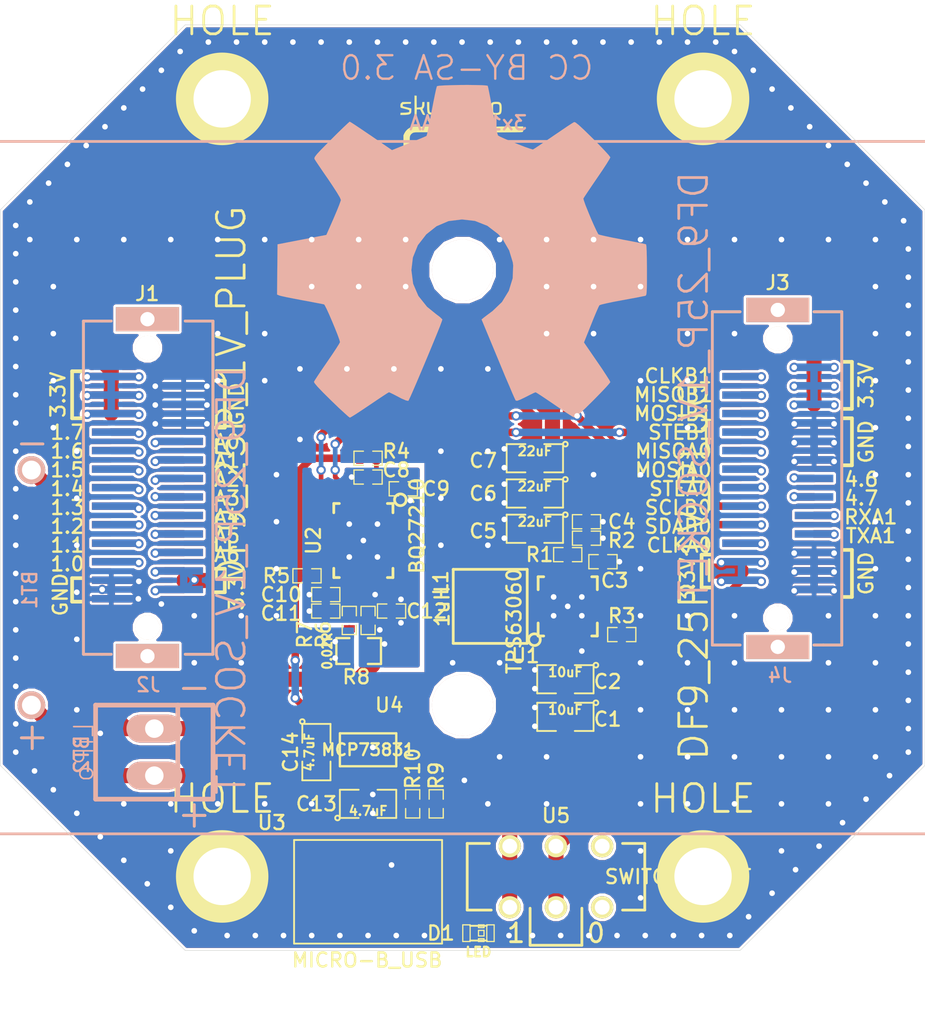
<source format=kicad_pcb>
(kicad_pcb (version 3) (host pcbnew "(2013-09-06 BZR 4312)-stable")
  (title_block (title EPS) (date "10 sept  2013") (rev 1.0) (company Skycan))
  (layers (15 F.Cu signal) (0 B.Cu signal hide) (18 B.Paste user) (19 F.Paste user) (20 B.SilkS user) (21 F.SilkS user) (22 B.Mask user) (23 F.Mask user) (28 Edge.Cuts user))
  (net 0 "")
  (net 1 +3.3V)
  (net 2 /VBAT)
  (net 3 /VIN)
  (net 4 A0)
  (net 5 A1)
  (net 6 A2)
  (net 7 A3)
  (net 8 A4)
  (net 9 A5)
  (net 10 A6)
  (net 11 CLKA0)
  (net 12 CLKB1)
  (net 13 GND)
  (net 14 GNDPWR)
  (net 15 N-000001)
  (net 16 N-0000010)
  (net 17 N-0000012)
  (net 18 N-0000013)
  (net 19 N-000002)
  (net 20 N-0000028)
  (net 21 N-0000029)
  (net 22 N-0000030)
  (net 23 N-0000031)
  (net 24 N-000004)
  (net 25 N-0000047)
  (net 26 N-0000049)
  (net 27 N-000005)
  (net 28 N-0000050)
  (net 29 N-0000052)
  (net 30 N-0000053)
  (net 31 N-000006)
  (net 32 N-000008)
  (net 33 N-000009)
  (net 34 P1.0)
  (net 35 P1.1)
  (net 36 P1.2)
  (net 37 P1.3)
  (net 38 P1.4)
  (net 39 P1.5)
  (net 40 P1.6)
  (net 41 P1.7)
  (net 42 P4.6)
  (net 43 P4.7)
  (net 44 PGOOD)
  (net 45 RXA1)
  (net 46 SCLB0)
  (net 47 SDAB0)
  (net 48 SIMOA0)
  (net 49 SIMOB1)
  (net 50 SOMIA0)
  (net 51 SOMIB1)
  (net 52 STEA0)
  (net 53 STEB1)
  (net 54 TXA1)
  (module DF9-25P-1V-plug (layer F.Cu) (at 106 109 270)
    (fp_text reference J1 (at -4.479 -1.95 360) (layer F.SilkS) (effects (font (size 0.762 0.762) (thickness 0.127))))
    (fp_text value DF9_25P_1V_PLUG (at 1 -6.5 270) (layer F.SilkS) (effects (font (size 1.5 1.5))))
    (pad 1 smd rect (at 0 0 270) (size 0.4 2.08) (layers F.Cu F.Paste F.Mask) (net 1 +3.3V))
    (pad 2 smd rect (at 1 0 270) (size 0.4 2.08) (layers F.Cu F.Paste F.Mask) (net 1 +3.3V))
    (pad 3 smd rect (at 2 0 270) (size 0.4 2.08) (layers F.Cu F.Paste F.Mask) (net 1 +3.3V))
    (pad 4 smd rect (at 3 0 270) (size 0.4 2.08) (layers F.Cu F.Paste F.Mask) (net 41 P1.7))
    (pad 5 smd rect (at 4 0 270) (size 0.4 2.08) (layers F.Cu F.Paste F.Mask) (net 40 P1.6))
    (pad 6 smd rect (at 5 0 270) (size 0.4 2.08) (layers F.Cu F.Paste F.Mask) (net 39 P1.5))
    (pad 7 smd rect (at 6 0 270) (size 0.4 2.08) (layers F.Cu F.Paste F.Mask) (net 38 P1.4))
    (pad 8 smd rect (at 7 0 270) (size 0.4 2.08) (layers F.Cu F.Paste F.Mask) (net 37 P1.3))
    (pad 9 smd rect (at 8 0 270) (size 0.4 2.08) (layers F.Cu F.Paste F.Mask) (net 36 P1.2))
    (pad 10 smd rect (at 9 0 270) (size 0.4 2.08) (layers F.Cu F.Paste F.Mask) (net 35 P1.1))
    (pad 11 smd rect (at 10 0 270) (size 0.4 2.08) (layers F.Cu F.Paste F.Mask) (net 34 P1.0))
    (pad 12 smd rect (at 11 0 270) (size 0.4 2.08) (layers F.Cu F.Paste F.Mask) (net 13 GND))
    (pad 13 smd rect (at 12 0 270) (size 0.4 2.08) (layers F.Cu F.Paste F.Mask) (net 13 GND))
    (pad 14 smd rect (at 11.5 -3.92 270) (size 0.4 2.08) (layers F.Cu F.Paste F.Mask) (net 1 +3.3V))
    (pad 15 smd rect (at 10.5 -3.92 270) (size 0.4 2.08) (layers F.Cu F.Paste F.Mask) (net 1 +3.3V))
    (pad 16 smd rect (at 9.5 -3.92 270) (size 0.4 2.08) (layers F.Cu F.Paste F.Mask) (net 10 A6))
    (pad 17 smd rect (at 8.5 -3.92 270) (size 0.4 2.08) (layers F.Cu F.Paste F.Mask) (net 9 A5))
    (pad 18 smd rect (at 7.5 -3.92 270) (size 0.4 2.08) (layers F.Cu F.Paste F.Mask) (net 8 A4))
    (pad 19 smd rect (at 6.5 -3.92 270) (size 0.4 2.08) (layers F.Cu F.Paste F.Mask) (net 7 A3))
    (pad 20 smd rect (at 5.5 -3.92 270) (size 0.4 2.08) (layers F.Cu F.Paste F.Mask) (net 6 A2))
    (pad 21 smd rect (at 4.5 -3.92 270) (size 0.4 2.08) (layers F.Cu F.Paste F.Mask) (net 5 A1))
    (pad 22 smd rect (at 3.5 -3.92 270) (size 0.4 2.08) (layers F.Cu F.Paste F.Mask) (net 4 A0))
    (pad 23 smd rect (at 2.5 -3.92 270) (size 0.4 2.08) (layers F.Cu F.Paste F.Mask) (net 13 GND))
    (pad 24 smd rect (at 1.5 -3.92 270) (size 0.4 2.08) (layers F.Cu F.Paste F.Mask) (net 13 GND))
    (pad 25 smd rect (at 0.5 -3.92 270) (size 0.4 2.08) (layers F.Cu F.Paste F.Mask) (net 13 GND))
    (pad "" np_thru_hole circle (at -1.55 -1.96 270) (size 1.3 1.3) (drill 1.3) (layers *.Cu *.Mask F.SilkS))
    (pad "" np_thru_hole circle (at 13.55 -1.96 270) (size 1.3 1.3) (drill 1.3) (layers *.Cu *.Mask F.SilkS))
    (pad "" np_thru_hole rect (at -3.1 -1.96 270) (size 1.3 3.4) (drill 0.762) (layers *.Cu *.Mask F.SilkS))
    (pad "" np_thru_hole rect (at 15.1 -1.96 270) (size 1.3 3.4) (drill 0.762) (layers *.Cu *.Mask F.SilkS))
  )
  (module DF9-25P-1V-socket (layer B.Cu) (at 106 121 90)
    (fp_text reference J2 (at -4.649 2.001 180) (layer B.SilkS) (effects (font (size 0.762 0.762) (thickness 0.127)) (justify mirror)))
    (fp_text value DF9_25P_1V_SOCKET (at 1 6.5 90) (layer B.SilkS) (effects (font (size 1.5 1.5)) (justify mirror)))
    (pad 13 smd rect (at 0 0 90) (size 0.4 2.08) (layers B.Cu B.Paste B.Mask) (net 13 GND))
    (pad 12 smd rect (at 1 0 90) (size 0.4 2.08) (layers B.Cu B.Paste B.Mask) (net 13 GND))
    (pad 11 smd rect (at 2 0 90) (size 0.4 2.08) (layers B.Cu B.Paste B.Mask) (net 34 P1.0))
    (pad 10 smd rect (at 3 0 90) (size 0.4 2.08) (layers B.Cu B.Paste B.Mask) (net 35 P1.1))
    (pad 9 smd rect (at 4 0 90) (size 0.4 2.08) (layers B.Cu B.Paste B.Mask) (net 36 P1.2))
    (pad 8 smd rect (at 5 0 90) (size 0.4 2.08) (layers B.Cu B.Paste B.Mask) (net 37 P1.3))
    (pad 7 smd rect (at 6 0 90) (size 0.4 2.08) (layers B.Cu B.Paste B.Mask) (net 38 P1.4))
    (pad 6 smd rect (at 7 0 90) (size 0.4 2.08) (layers B.Cu B.Paste B.Mask) (net 39 P1.5))
    (pad 5 smd rect (at 8 0 90) (size 0.4 2.08) (layers B.Cu B.Paste B.Mask) (net 40 P1.6))
    (pad 4 smd rect (at 9 0 90) (size 0.4 2.08) (layers B.Cu B.Paste B.Mask) (net 41 P1.7))
    (pad 3 smd rect (at 10 0 90) (size 0.4 2.08) (layers B.Cu B.Paste B.Mask) (net 1 +3.3V))
    (pad 2 smd rect (at 11 0 90) (size 0.4 2.08) (layers B.Cu B.Paste B.Mask) (net 1 +3.3V))
    (pad 1 smd rect (at 12 0 90) (size 0.4 2.08) (layers B.Cu B.Paste B.Mask) (net 1 +3.3V))
    (pad 25 smd rect (at 11.5 3.92 90) (size 0.4 2.08) (layers B.Cu B.Paste B.Mask) (net 13 GND))
    (pad 24 smd rect (at 10.5 3.92 90) (size 0.4 2.08) (layers B.Cu B.Paste B.Mask) (net 13 GND))
    (pad 23 smd rect (at 9.5 3.92 90) (size 0.4 2.08) (layers B.Cu B.Paste B.Mask) (net 13 GND))
    (pad 22 smd rect (at 8.5 3.92 90) (size 0.4 2.08) (layers B.Cu B.Paste B.Mask) (net 4 A0))
    (pad 21 smd rect (at 7.5 3.92 90) (size 0.4 2.08) (layers B.Cu B.Paste B.Mask) (net 5 A1))
    (pad 20 smd rect (at 6.5 3.92 90) (size 0.4 2.08) (layers B.Cu B.Paste B.Mask) (net 6 A2))
    (pad 19 smd rect (at 5.5 3.92 90) (size 0.4 2.08) (layers B.Cu B.Paste B.Mask) (net 7 A3))
    (pad 18 smd rect (at 4.5 3.92 90) (size 0.4 2.08) (layers B.Cu B.Paste B.Mask) (net 8 A4))
    (pad 17 smd rect (at 3.5 3.92 90) (size 0.4 2.08) (layers B.Cu B.Paste B.Mask) (net 9 A5))
    (pad 16 smd rect (at 2.5 3.92 90) (size 0.4 2.08) (layers B.Cu B.Paste B.Mask) (net 10 A6))
    (pad 15 smd rect (at 1.5 3.92 90) (size 0.4 2.08) (layers B.Cu B.Paste B.Mask) (net 1 +3.3V))
    (pad 14 smd rect (at 0.5 3.92 90) (size 0.4 2.08) (layers B.Cu B.Paste B.Mask) (net 1 +3.3V))
    (pad "" np_thru_hole circle (at -1.55 1.96 90) (size 1.3 1.3) (drill 1.3) (layers *.Cu *.Mask B.SilkS))
    (pad "" np_thru_hole circle (at 13.55 1.96 90) (size 1.3 1.3) (drill 1.3) (layers *.Cu *.Mask B.SilkS))
    (pad "" np_thru_hole rect (at -3.1 1.96 90) (size 1.3 3.4) (drill 0.762) (layers *.Cu *.Mask B.SilkS))
    (pad "" np_thru_hole rect (at 15.1 1.96 90) (size 1.3 3.4) (drill 0.762) (layers *.Cu *.Mask B.SilkS))
  )
  (module DF9-25P-1V-plug (layer F.Cu) (at 144 120.5 90)
    (fp_text reference J3 (at 16.568 -1.963 180) (layer F.SilkS) (effects (font (size 0.762 0.762) (thickness 0.127))))
    (fp_text value DF9_25P_1V_PLUG (at 1 -6.5 90) (layer F.SilkS) (effects (font (size 1.5 1.5))))
    (pad 1 smd rect (at 0 0 90) (size 0.4 2.08) (layers F.Cu F.Paste F.Mask) (net 13 GND))
    (pad 2 smd rect (at 1 0 90) (size 0.4 2.08) (layers F.Cu F.Paste F.Mask) (net 13 GND))
    (pad 3 smd rect (at 2 0 90) (size 0.4 2.08) (layers F.Cu F.Paste F.Mask) (net 13 GND))
    (pad 4 smd rect (at 3 0 90) (size 0.4 2.08) (layers F.Cu F.Paste F.Mask) (net 54 TXA1))
    (pad 5 smd rect (at 4 0 90) (size 0.4 2.08) (layers F.Cu F.Paste F.Mask) (net 45 RXA1))
    (pad 6 smd rect (at 5 0 90) (size 0.4 2.08) (layers F.Cu F.Paste F.Mask) (net 43 P4.7))
    (pad 7 smd rect (at 6 0 90) (size 0.4 2.08) (layers F.Cu F.Paste F.Mask) (net 42 P4.6))
    (pad 8 smd rect (at 7 0 90) (size 0.4 2.08) (layers F.Cu F.Paste F.Mask) (net 13 GND))
    (pad 9 smd rect (at 8 0 90) (size 0.4 2.08) (layers F.Cu F.Paste F.Mask) (net 13 GND))
    (pad 10 smd rect (at 9 0 90) (size 0.4 2.08) (layers F.Cu F.Paste F.Mask) (net 13 GND))
    (pad 11 smd rect (at 10 0 90) (size 0.4 2.08) (layers F.Cu F.Paste F.Mask) (net 1 +3.3V))
    (pad 12 smd rect (at 11 0 90) (size 0.4 2.08) (layers F.Cu F.Paste F.Mask) (net 1 +3.3V))
    (pad 13 smd rect (at 12 0 90) (size 0.4 2.08) (layers F.Cu F.Paste F.Mask) (net 1 +3.3V))
    (pad 14 smd rect (at 11.5 -3.92 90) (size 0.4 2.08) (layers F.Cu F.Paste F.Mask) (net 12 CLKB1))
    (pad 15 smd rect (at 10.5 -3.92 90) (size 0.4 2.08) (layers F.Cu F.Paste F.Mask) (net 51 SOMIB1))
    (pad 16 smd rect (at 9.5 -3.92 90) (size 0.4 2.08) (layers F.Cu F.Paste F.Mask) (net 49 SIMOB1))
    (pad 17 smd rect (at 8.5 -3.92 90) (size 0.4 2.08) (layers F.Cu F.Paste F.Mask) (net 53 STEB1))
    (pad 18 smd rect (at 7.5 -3.92 90) (size 0.4 2.08) (layers F.Cu F.Paste F.Mask) (net 50 SOMIA0))
    (pad 19 smd rect (at 6.5 -3.92 90) (size 0.4 2.08) (layers F.Cu F.Paste F.Mask) (net 48 SIMOA0))
    (pad 20 smd rect (at 5.5 -3.92 90) (size 0.4 2.08) (layers F.Cu F.Paste F.Mask) (net 52 STEA0))
    (pad 21 smd rect (at 4.5 -3.92 90) (size 0.4 2.08) (layers F.Cu F.Paste F.Mask) (net 46 SCLB0))
    (pad 22 smd rect (at 3.5 -3.92 90) (size 0.4 2.08) (layers F.Cu F.Paste F.Mask) (net 47 SDAB0))
    (pad 23 smd rect (at 2.5 -3.92 90) (size 0.4 2.08) (layers F.Cu F.Paste F.Mask) (net 11 CLKA0))
    (pad 24 smd rect (at 1.5 -3.92 90) (size 0.4 2.08) (layers F.Cu F.Paste F.Mask) (net 1 +3.3V))
    (pad 25 smd rect (at 0.5 -3.92 90) (size 0.4 2.08) (layers F.Cu F.Paste F.Mask) (net 1 +3.3V))
    (pad "" np_thru_hole circle (at -1.55 -1.96 90) (size 1.3 1.3) (drill 1.3) (layers *.Cu *.Mask F.SilkS))
    (pad "" np_thru_hole circle (at 13.55 -1.96 90) (size 1.3 1.3) (drill 1.3) (layers *.Cu *.Mask F.SilkS))
    (pad "" np_thru_hole rect (at -3.1 -1.96 90) (size 1.3 3.4) (drill 0.762) (layers *.Cu *.Mask F.SilkS))
    (pad "" np_thru_hole rect (at 15.1 -1.96 90) (size 1.3 3.4) (drill 0.762) (layers *.Cu *.Mask F.SilkS))
  )
  (module DF9-25P-1V-socket (layer B.Cu) (at 144 108.5 270)
    (fp_text reference J4 (at 16.641 1.836 360) (layer B.SilkS) (effects (font (size 0.762 0.762) (thickness 0.127)) (justify mirror)))
    (fp_text value DF9_25P_1V_SOCKET (at 1 6.5 270) (layer B.SilkS) (effects (font (size 1.5 1.5)) (justify mirror)))
    (pad 13 smd rect (at 0 0 270) (size 0.4 2.08) (layers B.Cu B.Paste B.Mask) (net 1 +3.3V))
    (pad 12 smd rect (at 1 0 270) (size 0.4 2.08) (layers B.Cu B.Paste B.Mask) (net 1 +3.3V))
    (pad 11 smd rect (at 2 0 270) (size 0.4 2.08) (layers B.Cu B.Paste B.Mask) (net 1 +3.3V))
    (pad 10 smd rect (at 3 0 270) (size 0.4 2.08) (layers B.Cu B.Paste B.Mask) (net 13 GND))
    (pad 9 smd rect (at 4 0 270) (size 0.4 2.08) (layers B.Cu B.Paste B.Mask) (net 13 GND))
    (pad 8 smd rect (at 5 0 270) (size 0.4 2.08) (layers B.Cu B.Paste B.Mask) (net 13 GND))
    (pad 7 smd rect (at 6 0 270) (size 0.4 2.08) (layers B.Cu B.Paste B.Mask) (net 42 P4.6))
    (pad 6 smd rect (at 7 0 270) (size 0.4 2.08) (layers B.Cu B.Paste B.Mask) (net 43 P4.7))
    (pad 5 smd rect (at 8 0 270) (size 0.4 2.08) (layers B.Cu B.Paste B.Mask) (net 45 RXA1))
    (pad 4 smd rect (at 9 0 270) (size 0.4 2.08) (layers B.Cu B.Paste B.Mask) (net 54 TXA1))
    (pad 3 smd rect (at 10 0 270) (size 0.4 2.08) (layers B.Cu B.Paste B.Mask) (net 13 GND))
    (pad 2 smd rect (at 11 0 270) (size 0.4 2.08) (layers B.Cu B.Paste B.Mask) (net 13 GND))
    (pad 1 smd rect (at 12 0 270) (size 0.4 2.08) (layers B.Cu B.Paste B.Mask) (net 13 GND))
    (pad 25 smd rect (at 11.5 3.92 270) (size 0.4 2.08) (layers B.Cu B.Paste B.Mask) (net 1 +3.3V))
    (pad 24 smd rect (at 10.5 3.92 270) (size 0.4 2.08) (layers B.Cu B.Paste B.Mask) (net 1 +3.3V))
    (pad 23 smd rect (at 9.5 3.92 270) (size 0.4 2.08) (layers B.Cu B.Paste B.Mask) (net 11 CLKA0))
    (pad 22 smd rect (at 8.5 3.92 270) (size 0.4 2.08) (layers B.Cu B.Paste B.Mask) (net 47 SDAB0))
    (pad 21 smd rect (at 7.5 3.92 270) (size 0.4 2.08) (layers B.Cu B.Paste B.Mask) (net 46 SCLB0))
    (pad 20 smd rect (at 6.5 3.92 270) (size 0.4 2.08) (layers B.Cu B.Paste B.Mask) (net 52 STEA0))
    (pad 19 smd rect (at 5.5 3.92 270) (size 0.4 2.08) (layers B.Cu B.Paste B.Mask) (net 48 SIMOA0))
    (pad 18 smd rect (at 4.5 3.92 270) (size 0.4 2.08) (layers B.Cu B.Paste B.Mask) (net 50 SOMIA0))
    (pad 17 smd rect (at 3.5 3.92 270) (size 0.4 2.08) (layers B.Cu B.Paste B.Mask) (net 53 STEB1))
    (pad 16 smd rect (at 2.5 3.92 270) (size 0.4 2.08) (layers B.Cu B.Paste B.Mask) (net 49 SIMOB1))
    (pad 15 smd rect (at 1.5 3.92 270) (size 0.4 2.08) (layers B.Cu B.Paste B.Mask) (net 51 SOMIB1))
    (pad 14 smd rect (at 0.5 3.92 270) (size 0.4 2.08) (layers B.Cu B.Paste B.Mask) (net 12 CLKB1))
    (pad "" np_thru_hole circle (at -1.55 1.96 270) (size 1.3 1.3) (drill 1.3) (layers *.Cu *.Mask B.SilkS))
    (pad "" np_thru_hole circle (at 13.55 1.96 270) (size 1.3 1.3) (drill 1.3) (layers *.Cu *.Mask B.SilkS))
    (pad "" np_thru_hole rect (at -3.1 1.96 270) (size 1.3 3.4) (drill 0.762) (layers *.Cu *.Mask B.SilkS))
    (pad "" np_thru_hole rect (at 15.1 1.96 270) (size 1.3 3.4) (drill 0.762) (layers *.Cu *.Mask B.SilkS))
  )
  (module S-PWSON-N10 (layer F.Cu) (at 130.683 121.412 90)
    (fp_text reference U1 (at -2.667 -2.286 180) (layer F.SilkS) (effects (font (size 0.762 0.762) (thickness 0.127))))
    (fp_text value TPS63060 (at -0.8 -2.9 90) (layer F.SilkS) (effects (font (size 0.762 0.762) (thickness 0.127))))
    (pad 1 smd rect (at -1.475 -1 90) (size 0.8 0.23) (layers F.Cu F.Paste F.Mask) (net 25 N-0000047))
    (pad 2 smd rect (at -1.475 -0.5 90) (size 0.8 0.23) (layers F.Cu F.Paste F.Mask) (net 3 /VIN))
    (pad 3 smd rect (at -1.475 0 90) (size 0.8 0.23) (layers F.Cu F.Paste F.Mask) (net 3 /VIN))
    (pad 4 smd rect (at -1.475 0.5 90) (size 0.8 0.23) (layers F.Cu F.Paste F.Mask) (net 13 GND))
    (pad 5 smd rect (at -1.475 1 90) (size 0.8 0.23) (layers F.Cu F.Paste F.Mask) (net 44 PGOOD))
    (pad 6 smd rect (at 1.475 1 90) (size 0.8 0.23) (layers F.Cu F.Paste F.Mask) (net 32 N-000008))
    (pad 7 smd rect (at 1.475 0.5 90) (size 0.8 0.23) (layers F.Cu F.Paste F.Mask) (net 13 GND))
    (pad 8 smd rect (at 1.475 0 90) (size 0.8 0.23) (layers F.Cu F.Paste F.Mask) (net 28 N-0000050))
    (pad 9 smd rect (at 1.475 -0.5 90) (size 0.8 0.23) (layers F.Cu F.Paste F.Mask) (net 1 +3.3V))
    (pad 10 smd rect (at 1.475 -1 90) (size 0.8 0.23) (layers F.Cu F.Paste F.Mask) (net 26 N-0000049))
    (pad 11 smd rect (at -0.6 -1.4 90) (size 0.25 0.8) (layers F.Cu F.Paste F.Mask) (net 13 GND))
    (pad 11 smd rect (at -0.2 -1.4 90) (size 0.25 0.8) (layers F.Cu F.Paste F.Mask) (net 13 GND))
    (pad 11 smd rect (at 0.2 -1.4 90) (size 0.25 0.8) (layers F.Cu F.Paste F.Mask) (net 13 GND))
    (pad 11 smd rect (at 0.6 -1.4 90) (size 0.25 0.8) (layers F.Cu F.Paste F.Mask) (net 13 GND))
    (pad 11 smd rect (at -0.6 1.4 90) (size 0.25 0.8) (layers F.Cu F.Paste F.Mask) (net 13 GND))
    (pad 11 smd rect (at -0.2 1.4 90) (size 0.25 0.8) (layers F.Cu F.Paste F.Mask) (net 13 GND))
    (pad 11 smd rect (at 0.2 1.4 90) (size 0.25 0.8) (layers F.Cu F.Paste F.Mask) (net 13 GND))
    (pad 11 smd rect (at 0.6 1.4 90) (size 0.25 0.8) (layers F.Cu F.Paste F.Mask) (net 13 GND))
    (pad 11 smd rect (at 0 0 90) (size 1.7 2.15) (layers F.Cu F.Paste F.Mask) (net 13 GND))
  )
  (module SM0805 (layer F.Cu) (at 130.556 127.381 180)
    (fp_text reference C1 (at -2.286 -0.127 180) (layer F.SilkS) (effects (font (size 0.762 0.762) (thickness 0.127))))
    (fp_text value 10uF (at 0 0.381 180) (layer F.SilkS) (effects (font (size 0.50038 0.50038) (thickness 0.10922))))
    (pad 1 smd rect (at -0.9525 0 180) (size 0.889 1.397) (layers F.Cu F.Paste F.Mask) (net 3 /VIN))
    (pad 2 smd rect (at 0.9525 0 180) (size 0.889 1.397) (layers F.Cu F.Paste F.Mask) (net 13 GND))
  )
  (module SM0805 (layer F.Cu) (at 130.556 125.349 180)
    (fp_text reference C2 (at -2.286 -0.127 180) (layer F.SilkS) (effects (font (size 0.762 0.762) (thickness 0.127))))
    (fp_text value 10uF (at 0 0.381 180) (layer F.SilkS) (effects (font (size 0.50038 0.50038) (thickness 0.10922))))
    (pad 1 smd rect (at -0.9525 0 180) (size 0.889 1.397) (layers F.Cu F.Paste F.Mask) (net 3 /VIN))
    (pad 2 smd rect (at 0.9525 0 180) (size 0.889 1.397) (layers F.Cu F.Paste F.Mask) (net 13 GND))
  )
  (module SM0402_c (layer F.Cu) (at 132.588 118.999)
    (fp_text reference C3 (at 0.635 1.016) (layer F.SilkS) (effects (font (size 0.762 0.762) (thickness 0.127))))
    (fp_text value 100nF hide)
    (pad 1 smd rect (at -0.44958 0) (size 0.39878 0.59944) (layers F.Cu F.Paste F.Mask) (net 32 N-000008))
    (pad 2 smd rect (at 0.44958 0) (size 0.39878 0.59944) (layers F.Cu F.Paste F.Mask) (net 13 GND))
  )
  (module SM0402_c (layer F.Cu) (at 131.699 116.84)
    (fp_text reference C4 (at 1.905 0) (layer F.SilkS) (effects (font (size 0.762 0.762) (thickness 0.127))))
    (fp_text value 10pF hide)
    (pad 1 smd rect (at -0.44958 0) (size 0.39878 0.59944) (layers F.Cu F.Paste F.Mask) (net 28 N-0000050))
    (pad 2 smd rect (at 0.44958 0) (size 0.39878 0.59944) (layers F.Cu F.Paste F.Mask) (net 13 GND))
  )
  (module SM0805 (layer F.Cu) (at 128.905 117.221 180)
    (fp_text reference C5 (at 2.794 -0.127 180) (layer F.SilkS) (effects (font (size 0.762 0.762) (thickness 0.127))))
    (fp_text value 22uF (at 0 0.381 180) (layer F.SilkS) (effects (font (size 0.50038 0.50038) (thickness 0.10922))))
    (pad 1 smd rect (at -0.9525 0 180) (size 0.889 1.397) (layers F.Cu F.Paste F.Mask) (net 1 +3.3V))
    (pad 2 smd rect (at 0.9525 0 180) (size 0.889 1.397) (layers F.Cu F.Paste F.Mask) (net 13 GND))
  )
  (module SM0805 (layer F.Cu) (at 128.905 115.316 180)
    (fp_text reference C6 (at 2.794 0 180) (layer F.SilkS) (effects (font (size 0.762 0.762) (thickness 0.127))))
    (fp_text value 22uF (at 0 0.381 180) (layer F.SilkS) (effects (font (size 0.50038 0.50038) (thickness 0.10922))))
    (pad 1 smd rect (at -0.9525 0 180) (size 0.889 1.397) (layers F.Cu F.Paste F.Mask) (net 1 +3.3V))
    (pad 2 smd rect (at 0.9525 0 180) (size 0.889 1.397) (layers F.Cu F.Paste F.Mask) (net 13 GND))
  )
  (module SM0805 (layer F.Cu) (at 128.905 113.411 180)
    (fp_text reference C7 (at 2.794 -0.127 180) (layer F.SilkS) (effects (font (size 0.762 0.762) (thickness 0.127))))
    (fp_text value 22uF (at 0 0.381 180) (layer F.SilkS) (effects (font (size 0.50038 0.50038) (thickness 0.10922))))
    (pad 1 smd rect (at -0.9525 0 180) (size 0.889 1.397) (layers F.Cu F.Paste F.Mask) (net 1 +3.3V))
    (pad 2 smd rect (at 0.9525 0 180) (size 0.889 1.397) (layers F.Cu F.Paste F.Mask) (net 13 GND))
  )
  (module COILCRAFT-XFL4020 (layer F.Cu) (at 126.492 121.412 90)
    (fp_text reference L1 (at 1.27 -2.667 90) (layer F.SilkS) (effects (font (size 0.762 0.762) (thickness 0.127))))
    (fp_text value 1uH (at 0 -2.6 90) (layer F.SilkS) (effects (font (size 0.762 0.762) (thickness 0.127))))
    (pad 1 smd rect (at -1.185 0 90) (size 0.98 3.4) (layers F.Cu F.Paste F.Mask) (net 25 N-0000047))
    (pad 2 smd rect (at 1.185 0 90) (size 0.98 3.4) (layers F.Cu F.Paste F.Mask) (net 26 N-0000049))
  )
  (module SM0402_r (layer F.Cu) (at 130.683 118.618)
    (fp_text reference R1 (at -1.524 0) (layer F.SilkS) (effects (font (size 0.762 0.762) (thickness 0.127))))
    (fp_text value 1M hide)
    (pad 1 smd rect (at -0.44958 0) (size 0.39878 0.59944) (layers F.Cu F.Paste F.Mask) (net 1 +3.3V))
    (pad 2 smd rect (at 0.44958 0) (size 0.39878 0.59944) (layers F.Cu F.Paste F.Mask) (net 28 N-0000050))
  )
  (module SM0402_r (layer F.Cu) (at 131.699 117.729)
    (fp_text reference R2 (at 1.905 0.127) (layer F.SilkS) (effects (font (size 0.762 0.762) (thickness 0.127))))
    (fp_text value 168k hide)
    (pad 1 smd rect (at -0.44958 0) (size 0.39878 0.59944) (layers F.Cu F.Paste F.Mask) (net 28 N-0000050))
    (pad 2 smd rect (at 0.44958 0) (size 0.39878 0.59944) (layers F.Cu F.Paste F.Mask) (net 13 GND))
  )
  (module SM0402_r (layer F.Cu) (at 133.604 122.936 180)
    (fp_text reference R3 (at 0 1.016 180) (layer F.SilkS) (effects (font (size 0.762 0.762) (thickness 0.127))))
    (fp_text value 100k hide)
    (pad 1 smd rect (at -0.44958 0 180) (size 0.39878 0.59944) (layers F.Cu F.Paste F.Mask) (net 1 +3.3V))
    (pad 2 smd rect (at 0.44958 0 180) (size 0.39878 0.59944) (layers F.Cu F.Paste F.Mask) (net 44 PGOOD))
  )
  (module BATTERY-HOLDER-KEYSTONE-2479 (layer B.Cu) (at 125 115 180)
    (fp_text reference BT1 (at 23.4 -5.523 450) (layer B.SilkS) (effects (font (size 0.762 0.762) (thickness 0.127)) (justify mirror)))
    (fp_text value "3x1.5V AAA" (at -0.3 19.7 180) (layer B.SilkS) (effects (font (size 0.762 0.762) (thickness 0.127)) (justify mirror)))
    (pad "" np_thru_hole circle (at 0 11.75 180) (size 3.3 3.3) (drill 3.3) (layers *.Cu *.Mask B.SilkS))
    (pad "" np_thru_hole circle (at 0 -11.75 180) (size 3.3 3.3) (drill 3.3) (layers *.Cu *.Mask B.SilkS))
    (pad 1 thru_hole circle (at 23.315 -11.75 180) (size 1.5 1.5) (drill 1.02) (layers *.Cu *.Mask B.SilkS) (net 2 /VBAT))
    (pad 2 thru_hole circle (at 23.315 0.95 180) (size 1.5 1.5) (drill 1.02) (layers *.Cu *.Mask B.SilkS) (net 14 GNDPWR))
  )
  (module SM0402_c (layer F.Cu) (at 119.888 114.427 180)
    (fp_text reference C8 (at -1.524 0.381 180) (layer F.SilkS) (effects (font (size 0.762 0.762) (thickness 0.127))))
    (fp_text value 100nF hide)
    (pad 1 smd rect (at -0.44958 0 180) (size 0.39878 0.59944) (layers F.Cu F.Paste F.Mask) (net 33 N-000009))
    (pad 2 smd rect (at 0.44958 0 180) (size 0.39878 0.59944) (layers F.Cu F.Paste F.Mask) (net 14 GNDPWR))
  )
  (module SM0402_c (layer F.Cu) (at 121.793 115.062)
    (fp_text reference C9 (at 1.778 0) (layer F.SilkS) (effects (font (size 0.762 0.762) (thickness 0.127))))
    (fp_text value 100nF hide)
    (pad 1 smd rect (at -0.44958 0) (size 0.39878 0.59944) (layers F.Cu F.Paste F.Mask) (net 17 N-0000012))
    (pad 2 smd rect (at 0.44958 0) (size 0.39878 0.59944) (layers F.Cu F.Paste F.Mask) (net 14 GNDPWR))
  )
  (module SM0402_c (layer F.Cu) (at 117.602 120.777 180)
    (fp_text reference C10 (at 2.413 0 180) (layer F.SilkS) (effects (font (size 0.762 0.762) (thickness 0.127))))
    (fp_text value 100nF hide)
    (pad 1 smd rect (at -0.44958 0 180) (size 0.39878 0.59944) (layers F.Cu F.Paste F.Mask) (net 16 N-0000010))
    (pad 2 smd rect (at 0.44958 0 180) (size 0.39878 0.59944) (layers F.Cu F.Paste F.Mask) (net 14 GNDPWR))
  )
  (module SM0402_c (layer F.Cu) (at 117.602 121.666 180)
    (fp_text reference C11 (at 2.413 -0.127 180) (layer F.SilkS) (effects (font (size 0.762 0.762) (thickness 0.127))))
    (fp_text value 100nF hide)
    (pad 1 smd rect (at -0.44958 0 180) (size 0.39878 0.59944) (layers F.Cu F.Paste F.Mask) (net 18 N-0000013))
    (pad 2 smd rect (at 0.44958 0 180) (size 0.39878 0.59944) (layers F.Cu F.Paste F.Mask) (net 14 GNDPWR))
  )
  (module SM0402_c (layer F.Cu) (at 121.158 121.666)
    (fp_text reference C12 (at 1.905 0) (layer F.SilkS) (effects (font (size 0.762 0.762) (thickness 0.127))))
    (fp_text value 100nF hide)
    (pad 1 smd rect (at -0.44958 0) (size 0.39878 0.59944) (layers F.Cu F.Paste F.Mask) (net 29 N-0000052))
    (pad 2 smd rect (at 0.44958 0) (size 0.39878 0.59944) (layers F.Cu F.Paste F.Mask) (net 14 GNDPWR))
  )
  (module SM0402_r (layer F.Cu) (at 119.888 113.411 180)
    (fp_text reference R4 (at -1.524 0.381 180) (layer F.SilkS) (effects (font (size 0.762 0.762) (thickness 0.127))))
    (fp_text value 1k hide)
    (pad 1 smd rect (at -0.44958 0 180) (size 0.39878 0.59944) (layers F.Cu F.Paste F.Mask) (net 33 N-000009))
    (pad 2 smd rect (at 0.44958 0 180) (size 0.39878 0.59944) (layers F.Cu F.Paste F.Mask) (net 2 /VBAT))
  )
  (module SM0402_r (layer F.Cu) (at 116.586 119.761 180)
    (fp_text reference R5 (at 1.651 0 180) (layer F.SilkS) (effects (font (size 0.762 0.762) (thickness 0.127))))
    (fp_text value 10k hide)
    (pad 1 smd rect (at -0.44958 0 180) (size 0.39878 0.59944) (layers F.Cu F.Paste F.Mask) (net 16 N-0000010))
    (pad 2 smd rect (at 0.44958 0 180) (size 0.39878 0.59944) (layers F.Cu F.Paste F.Mask) (net 2 /VBAT))
  )
  (module SM0402_r (layer F.Cu) (at 119.888 122.174 270)
    (fp_text reference R6 (at 0.762 2.413 270) (layer F.SilkS) (effects (font (size 0.762 0.762) (thickness 0.127))))
    (fp_text value 1M hide)
    (pad 1 smd rect (at -0.44958 0 270) (size 0.39878 0.59944) (layers F.Cu F.Paste F.Mask) (net 29 N-0000052))
    (pad 2 smd rect (at 0.44958 0 270) (size 0.39878 0.59944) (layers F.Cu F.Paste F.Mask) (net 14 GNDPWR))
  )
  (module SM0402_r (layer F.Cu) (at 118.872 122.174 270)
    (fp_text reference R7 (at 0.762 2.413 270) (layer F.SilkS) (effects (font (size 0.762 0.762) (thickness 0.127))))
    (fp_text value 1M hide)
    (pad 1 smd rect (at -0.44958 0 270) (size 0.39878 0.59944) (layers F.Cu F.Paste F.Mask) (net 18 N-0000013))
    (pad 2 smd rect (at 0.44958 0 270) (size 0.39878 0.59944) (layers F.Cu F.Paste F.Mask) (net 13 GND))
  )
  (module SM0603_Resistor (layer F.Cu) (at 119.38 123.825)
    (fp_text reference R8 (at -0.127 1.397 180) (layer F.SilkS) (effects (font (size 0.762 0.762) (thickness 0.127))))
    (fp_text value 0.02R (at -1.69926 0 90) (layer F.SilkS) (effects (font (size 0.508 0.4572) (thickness 0.1143))))
    (pad 1 smd rect (at -0.762 0) (size 0.635 1.143) (layers F.Cu F.Paste F.Mask) (net 13 GND))
    (pad 2 smd rect (at 0.762 0) (size 0.635 1.143) (layers F.Cu F.Paste F.Mask) (net 14 GNDPWR))
  )
  (module S-PVSON-N10 (layer F.Cu) (at 119.634 117.856 270)
    (fp_text reference U2 (at 0 2.7 270) (layer F.SilkS) (effects (font (size 0.762 0.762) (thickness 0.127))))
    (fp_text value BQ27210 (at -0.8 -2.9 270) (layer F.SilkS) (effects (font (size 0.762 0.762) (thickness 0.127))))
    (pad 1 smd rect (at -1.975 -1 270) (size 0.8 0.25) (layers F.Cu F.Paste F.Mask) (net 17 N-0000012))
    (pad 2 smd rect (at -1.975 -0.5 270) (size 0.8 0.25) (layers F.Cu F.Paste F.Mask) (net 33 N-000009))
    (pad 3 smd rect (at -1.975 0 270) (size 0.8 0.25) (layers F.Cu F.Paste F.Mask) (net 14 GNDPWR))
    (pad 4 smd rect (at -1.975 0.5 270) (size 0.8 0.25) (layers F.Cu F.Paste F.Mask) (net 46 SCLB0))
    (pad 5 smd rect (at -1.975 1 270) (size 0.8 0.25) (layers F.Cu F.Paste F.Mask) (net 47 SDAB0))
    (pad 6 smd rect (at 1.975 1 270) (size 0.8 0.25) (layers F.Cu F.Paste F.Mask) (net 16 N-0000010))
    (pad 7 smd rect (at 1.975 0.5 270) (size 0.8 0.25) (layers F.Cu F.Paste F.Mask) (net 18 N-0000013))
    (pad 8 smd rect (at 1.975 0 270) (size 0.8 0.25) (layers F.Cu F.Paste F.Mask) (net 29 N-0000052))
    (pad 9 smd rect (at 1.975 -0.5 270) (size 0.8 0.25) (layers F.Cu F.Paste F.Mask) (net 14 GNDPWR))
    (pad 10 smd rect (at 1.975 -1 270) (size 0.8 0.25) (layers F.Cu F.Paste F.Mask) (net 30 N-0000053))
    (pad 11 smd rect (at -1.2 -1.525 270) (size 0.25 0.675) (layers F.Cu F.Paste F.Mask) (net 14 GNDPWR))
    (pad 11 smd rect (at -0.435 -1.525 270) (size 0.25 0.675) (layers F.Cu F.Paste F.Mask) (net 14 GNDPWR))
    (pad 11 smd rect (at 0.435 -1.525 270) (size 0.25 0.675) (layers F.Cu F.Paste F.Mask) (net 14 GNDPWR))
    (pad 11 smd rect (at 1.2 -1.525 270) (size 0.25 0.675) (layers F.Cu F.Paste F.Mask) (net 14 GNDPWR))
    (pad 11 smd rect (at -1.2 1.525 270) (size 0.25 0.675) (layers F.Cu F.Paste F.Mask) (net 14 GNDPWR))
    (pad 11 smd rect (at -0.435 1.525 270) (size 0.25 0.675) (layers F.Cu F.Paste F.Mask) (net 14 GNDPWR))
    (pad 11 smd rect (at 0.435 1.525 270) (size 0.25 0.675) (layers F.Cu F.Paste F.Mask) (net 14 GNDPWR))
    (pad 11 smd rect (at 1.2 1.525 270) (size 0.25 0.675) (layers F.Cu F.Paste F.Mask) (net 14 GNDPWR))
    (pad 11 smd rect (at 0 0 270) (size 2.65 2.4) (layers F.Cu F.Paste F.Mask) (net 14 GNDPWR))
  )
  (module OSHW-logo_silkscreen-front_20mm (layer B.Cu) (at 124.968 102.235)
    (fp_text reference G*** hide)
    (fp_text value OSHW-logo_silkscreen-front_20mm hide)
  )
  (module skycan-eps-logo (layer F.Cu) (at 125.984 95.631)
    (fp_text reference VAL hide)
    (fp_text value skycan-eps-logo hide)
  )
  (module PINHEAD1-2 (layer B.Cu) (at 108.331 129.286 90)
    (fp_text reference BT2 (at -0.127 -3.937 90) (layer B.SilkS) (effects (font (size 0.762 0.762) (thickness 0.127)) (justify mirror)))
    (fp_text value LiPo (at 0 -3.81 90) (layer B.SilkS) (effects (font (size 1.016 1.016) (thickness 0.0889)) (justify mirror)))
    (pad 1 thru_hole oval (at -1.27 0 90) (size 1.50622 3.01498) (drill 0.99822) (layers *.Cu B.Paste B.SilkS B.Mask) (net 2 /VBAT))
    (pad 2 thru_hole oval (at 1.27 0 90) (size 1.50622 3.01498) (drill 0.99822) (layers *.Cu B.Paste B.SilkS B.Mask) (net 14 GNDPWR))
  )
  (module SM0805 (layer F.Cu) (at 119.888 132.08)
    (fp_text reference C13 (at -2.794 0) (layer F.SilkS) (effects (font (size 0.762 0.762) (thickness 0.127))))
    (fp_text value 4.7uF (at 0 0.381) (layer F.SilkS) (effects (font (size 0.50038 0.50038) (thickness 0.10922))))
    (pad 1 smd rect (at -0.9525 0) (size 0.889 1.397) (layers F.Cu F.Paste F.Mask) (net 24 N-000004))
    (pad 2 smd rect (at 0.9525 0) (size 0.889 1.397) (layers F.Cu F.Paste F.Mask) (net 13 GND))
  )
  (module SM0805 (layer F.Cu) (at 117.094 129.286 270)
    (fp_text reference C14 (at 0 1.397 270) (layer F.SilkS) (effects (font (size 0.762 0.762) (thickness 0.127))))
    (fp_text value 4.7uF (at 0 0.381 270) (layer F.SilkS) (effects (font (size 0.50038 0.50038) (thickness 0.10922))))
    (pad 1 smd rect (at -0.9525 0 270) (size 0.889 1.397) (layers F.Cu F.Paste F.Mask) (net 2 /VBAT))
    (pad 2 smd rect (at 0.9525 0 270) (size 0.889 1.397) (layers F.Cu F.Paste F.Mask) (net 13 GND))
  )
  (module LED-0603 (layer F.Cu) (at 125.857 139.065)
    (fp_text reference D1 (at -2.032 0) (layer F.SilkS) (effects (font (size 0.762 0.762) (thickness 0.127))))
    (fp_text value LED (at 0 1.016) (layer F.SilkS) (effects (font (size 0.508 0.508) (thickness 0.127))))
    (pad 1 smd rect (at -0.7493 0) (size 0.79756 0.79756) (layers F.Cu F.Paste F.Mask) (net 24 N-000004))
    (pad 2 smd rect (at 0.7493 0) (size 0.79756 0.79756) (layers F.Cu F.Paste F.Mask) (net 19 N-000002))
  )
  (module SM0402_r (layer F.Cu) (at 123.571 132.08 270)
    (fp_text reference R9 (at -1.524 0 270) (layer F.SilkS) (effects (font (size 0.762 0.762) (thickness 0.127))))
    (fp_text value 470R hide)
    (pad 1 smd rect (at -0.44958 0 270) (size 0.39878 0.59944) (layers F.Cu F.Paste F.Mask) (net 15 N-000001))
    (pad 2 smd rect (at 0.44958 0 270) (size 0.39878 0.59944) (layers F.Cu F.Paste F.Mask) (net 19 N-000002))
  )
  (module SM0402_r (layer F.Cu) (at 122.301 132.08 90)
    (fp_text reference R10 (at 1.905 0 90) (layer F.SilkS) (effects (font (size 0.762 0.762) (thickness 0.127))))
    (fp_text value 2R hide)
    (pad 1 smd rect (at -0.44958 0 90) (size 0.39878 0.59944) (layers F.Cu F.Paste F.Mask) (net 13 GND))
    (pad 2 smd rect (at 0.44958 0 90) (size 0.39878 0.59944) (layers F.Cu F.Paste F.Mask) (net 20 N-0000028))
  )
  (module MICRO-B_USB (layer F.Cu) (at 119.888 138.43)
    (fp_text reference U3 (at -5.207 -5.334) (layer F.SilkS) (effects (font (size 0.762 0.762) (thickness 0.127))))
    (fp_text value MICRO-B_USB (at -0.05 2.09) (layer F.SilkS) (effects (font (size 0.762 0.762) (thickness 0.127))))
    (pad "" smd rect (at -1.19888 -1.4478) (size 1.89738 1.89738) (layers F.Cu F.Paste F.Mask))
    (pad "" smd rect (at 1.19888 -1.4478) (size 1.89992 1.89738) (layers F.Cu F.Paste F.Mask))
    (pad "" smd rect (at 3.79984 -1.4478) (size 1.79578 1.89738) (layers F.Cu F.Paste F.Mask))
    (pad "" smd rect (at -3.0988 -3.99796) (size 2.0955 1.59766) (layers F.Cu F.Paste F.Mask))
    (pad 1 smd rect (at -1.29794 -4.12496) (size 0.39878 1.3462) (layers F.Cu F.Paste F.Mask) (net 24 N-000004) (clearance 0.2032))
    (pad 2 smd rect (at -0.6477 -4.12496) (size 0.39878 1.3462) (layers F.Cu F.Paste F.Mask) (net 21 N-0000029) (clearance 0.2032))
    (pad 3 smd rect (at 0 -4.12496) (size 0.39878 1.3462) (layers F.Cu F.Paste F.Mask) (net 22 N-0000030) (clearance 0.2032))
    (pad 4 smd rect (at 0.6477 -4.12496) (size 0.39878 1.3462) (layers F.Cu F.Paste F.Mask) (net 23 N-0000031) (clearance 0.2032))
    (pad 5 smd rect (at 1.29794 -4.12496) (size 0.39878 1.3462) (layers F.Cu F.Paste F.Mask) (net 13 GND) (clearance 0.2032))
    (pad "" smd rect (at 3.0988 -3.99796) (size 2.0955 1.59766) (layers F.Cu F.Paste F.Mask))
    (pad "" smd rect (at -3.79984 -1.4478) (size 1.79578 1.89738) (layers F.Cu F.Paste F.Mask))
  )
  (module SOT23-5 (layer F.Cu) (at 119.888 129.159 180)
    (fp_text reference U4 (at -1.143 2.413 360) (layer F.SilkS) (effects (font (size 0.762 0.762) (thickness 0.127))))
    (fp_text value MCP73831 (at 0 0 180) (layer F.SilkS) (effects (font (size 0.635 0.635) (thickness 0.127))))
    (pad 1 smd rect (at -0.9525 1.27 180) (size 0.508 0.762) (layers F.Cu F.Paste F.Mask) (net 15 N-000001))
    (pad 3 smd rect (at 0.9525 1.27 180) (size 0.508 0.762) (layers F.Cu F.Paste F.Mask) (net 2 /VBAT))
    (pad 5 smd rect (at -0.9525 -1.27 180) (size 0.508 0.762) (layers F.Cu F.Paste F.Mask) (net 20 N-0000028))
    (pad 2 smd rect (at 0 1.27 180) (size 0.508 0.762) (layers F.Cu F.Paste F.Mask) (net 13 GND))
    (pad 4 smd rect (at 0.9525 -1.27 180) (size 0.508 0.762) (layers F.Cu F.Paste F.Mask) (net 24 N-000004))
  )
  (module MCLSS22P-SWITCH-DPDT (layer F.Cu) (at 130.048 136.017)
    (fp_text reference U5 (at 0 -3.302) (layer F.SilkS) (effects (font (size 0.762 0.762) (thickness 0.127))))
    (fp_text value SWITCH-DPDT (at 6.6 0) (layer F.SilkS) (effects (font (size 0.762 0.762) (thickness 0.127))))
    (pad 1 thru_hole circle (at 0 -1.65) (size 1.2 1.2) (drill 0.8) (layers *.Cu *.Mask F.SilkS) (net 3 /VIN))
    (pad 2 thru_hole circle (at 0 1.65) (size 1.2 1.2) (drill 0.8) (layers *.Cu *.Mask F.SilkS) (net 3 /VIN))
    (pad 5 thru_hole circle (at 2.5 -1.65) (size 1.2 1.2) (drill 0.8) (layers *.Cu *.Mask F.SilkS) (net 31 N-000006))
    (pad 6 thru_hole circle (at 2.5 1.65) (size 1.2 1.2) (drill 0.8) (layers *.Cu *.Mask F.SilkS) (net 27 N-000005))
    (pad 3 thru_hole circle (at -2.5 -1.65) (size 1.2 1.2) (drill 0.8) (layers *.Cu *.Mask F.SilkS) (net 2 /VBAT))
    (pad 4 thru_hole circle (at -2.5 1.65) (size 1.2 1.2) (drill 0.8) (layers *.Cu *.Mask F.SilkS) (net 2 /VBAT))
  )
  (module mountinghole-3mm (layer F.Cu) (at 112 94)
    (fp_text reference H1 hide)
    (fp_text value HOLE (at 0 -4.2) (layer F.SilkS) (effects (font (size 1.5 1.5))))
    (pad 1 thru_hole circle (at 0 0) (size 5 5) (drill 3.1) (layers *.Cu *.Mask F.SilkS) (net 13 GND))
  )
  (module mountinghole-3mm (layer F.Cu) (at 138 94)
    (fp_text reference H2 hide)
    (fp_text value HOLE (at 0 -4.2) (layer F.SilkS) (effects (font (size 1.5 1.5))))
    (pad 1 thru_hole circle (at 0 0) (size 5 5) (drill 3.1) (layers *.Cu *.Mask F.SilkS) (net 13 GND))
  )
  (module mountinghole-3mm (layer F.Cu) (at 138 136)
    (fp_text reference H3 hide)
    (fp_text value HOLE (at 0 -4.2) (layer F.SilkS) (effects (font (size 1.5 1.5))))
    (pad 1 thru_hole circle (at 0 0) (size 5 5) (drill 3.1) (layers *.Cu *.Mask F.SilkS) (net 13 GND))
  )
  (module mountinghole-3mm (layer F.Cu) (at 112 136)
    (fp_text reference H4 hide)
    (fp_text value HOLE (at 0 -4.2) (layer F.SilkS) (effects (font (size 1.5 1.5))))
    (pad 1 thru_hole circle (at 0 0) (size 5 5) (drill 3.1) (layers *.Cu *.Mask F.SilkS) (net 13 GND))
  )
  (gr_text - (at 110.49 125.73) (layer B.SilkS) (effects (font (thickness 0.1524))))
  (gr_text + (at 110.49 132.588) (layer B.SilkS) (effects (font (thickness 0.1524))))
  (gr_text - (at 101.727 112.522) (layer F.SilkS) (effects (font (thickness 0.1524))))
  (gr_text + (at 101.727 128.397) (layer F.SilkS) (effects (font (thickness 0.1524))))
  (gr_text 1 (at 127.889 139.065) (layer F.SilkS) (effects (font (size 1.016 1.016) (thickness 0.1524))))
  (gr_text 0 (at 132.207 139.065) (layer F.SilkS) (effects (font (size 1.016 1.016) (thickness 0.1524))))
  (gr_text - (at 101.727 112.522) (layer B.SilkS) (effects (font (thickness 0.1524))))
  (gr_text + (at 101.727 128.397) (layer B.SilkS) (effects (font (thickness 0.1524))))
  (gr_text - (at 110.49 125.73) (layer F.SilkS) (effects (font (thickness 0.1524))))
  (gr_text + (at 110.49 132.588) (layer F.SilkS) (effects (font (thickness 0.1524))))
  (target plus (at 125 144) (size 0.005) (width 0.0254) (layer Edge.Cuts))
  (gr_line (start 110 140) (end 100 130) (angle 90) (layer Edge.Cuts) (width 0.0254))
  (gr_line (start 140 140) (end 110 140) (angle 90) (layer Edge.Cuts) (width 0.0254))
  (gr_text "CC BY-SA 3.0" (at 125.222 92.329) (layer B.SilkS) (effects (font (size 1.27 1.27) (thickness 0.127)) (justify mirror)))
  (gr_text TXA1 (at 147.066 117.602) (layer F.SilkS) (effects (font (size 0.762 0.762) (thickness 0.127))))
  (gr_text RXA1 (at 147.066 116.586) (layer F.SilkS) (effects (font (size 0.762 0.762) (thickness 0.127))))
  (gr_text 4.7 (at 146.558 115.57) (layer F.SilkS) (effects (font (size 0.762 0.762) (thickness 0.127))))
  (gr_text 4.6 (at 146.558 114.554) (layer F.SilkS) (effects (font (size 0.762 0.762) (thickness 0.127))))
  (gr_text CLKA0 (at 136.7155 118.11) (layer F.SilkS) (effects (font (size 0.762 0.762) (thickness 0.127))))
  (gr_text SDAB0 (at 136.652 117.094) (layer F.SilkS) (effects (font (size 0.762 0.762) (thickness 0.127))))
  (gr_text SCLB0 (at 136.652 116.078) (layer F.SilkS) (effects (font (size 0.762 0.762) (thickness 0.127))))
  (gr_text STEA0 (at 136.779 115.062) (layer F.SilkS) (effects (font (size 0.762 0.762) (thickness 0.127))))
  (gr_text MOSIA0 (at 136.398 114.046) (layer F.SilkS) (effects (font (size 0.762 0.762) (thickness 0.127))))
  (gr_text MISOA0 (at 136.398 113.03) (layer F.SilkS) (effects (font (size 0.762 0.762) (thickness 0.127))))
  (gr_text STEB1 (at 136.779 112.014) (layer F.SilkS) (effects (font (size 0.762 0.762) (thickness 0.127))))
  (gr_text MOSIB1 (at 136.398 110.998) (layer F.SilkS) (effects (font (size 0.762 0.762) (thickness 0.127))))
  (gr_text MISOB1 (at 136.398 109.982) (layer F.SilkS) (effects (font (size 0.762 0.762) (thickness 0.127))))
  (gr_text CLKB1 (at 136.652 108.966) (layer F.SilkS) (effects (font (size 0.762 0.762) (thickness 0.127))))
  (gr_text 3.3V (at 137.16 120.015 90) (layer F.SilkS) (effects (font (size 0.762 0.762) (thickness 0.127))))
  (gr_line (start 137.922 120.396) (end 138.43 120.396) (angle 90) (layer F.SilkS) (width 0.2))
  (gr_line (start 137.922 118.618) (end 137.922 120.396) (angle 90) (layer F.SilkS) (width 0.2))
  (gr_line (start 138.43 118.618) (end 137.922 118.618) (angle 90) (layer F.SilkS) (width 0.2))
  (gr_text GND (at 146.812 119.634 90) (layer F.SilkS) (effects (font (size 0.762 0.762) (thickness 0.127))))
  (gr_line (start 146.05 118.364) (end 145.542 118.364) (angle 90) (layer F.SilkS) (width 0.2))
  (gr_line (start 146.05 120.904) (end 146.05 118.364) (angle 90) (layer F.SilkS) (width 0.2))
  (gr_line (start 145.542 120.904) (end 146.05 120.904) (angle 90) (layer F.SilkS) (width 0.2))
  (gr_text GND (at 146.812 112.522 90) (layer F.SilkS) (effects (font (size 0.762 0.762) (thickness 0.127))))
  (gr_line (start 146.05 111.252) (end 145.542 111.252) (angle 90) (layer F.SilkS) (width 0.2))
  (gr_line (start 146.05 113.792) (end 146.05 111.252) (angle 90) (layer F.SilkS) (width 0.2))
  (gr_line (start 145.542 113.792) (end 146.05 113.792) (angle 90) (layer F.SilkS) (width 0.2))
  (gr_text 3.3V (at 146.812 109.474 90) (layer F.SilkS) (effects (font (size 0.762 0.762) (thickness 0.127))))
  (gr_line (start 146.05 108.204) (end 145.542 108.204) (angle 90) (layer F.SilkS) (width 0.2))
  (gr_line (start 146.05 110.744) (end 146.05 108.204) (angle 90) (layer F.SilkS) (width 0.2))
  (gr_line (start 145.542 110.744) (end 146.05 110.744) (angle 90) (layer F.SilkS) (width 0.2))
  (gr_text A6 (at 112.268 118.618) (layer F.SilkS) (effects (font (size 0.762 0.762) (thickness 0.127))))
  (gr_text A5 (at 112.268 117.602) (layer F.SilkS) (effects (font (size 0.762 0.762) (thickness 0.127))))
  (gr_text A4 (at 112.268 116.586) (layer F.SilkS) (effects (font (size 0.762 0.762) (thickness 0.127))))
  (gr_text A3 (at 112.268 115.57) (layer F.SilkS) (effects (font (size 0.762 0.762) (thickness 0.127))))
  (gr_text A2 (at 112.268 114.554) (layer F.SilkS) (effects (font (size 0.762 0.762) (thickness 0.127))))
  (gr_text A1 (at 112.268 113.538) (layer F.SilkS) (effects (font (size 0.762 0.762) (thickness 0.127))))
  (gr_text A0 (at 112.268 112.522) (layer F.SilkS) (effects (font (size 0.762 0.762) (thickness 0.127))))
  (gr_text 3.3V (at 112.776 120.396 90) (layer F.SilkS) (effects (font (size 0.762 0.762) (thickness 0.127))))
  (gr_line (start 112.141 119.38) (end 111.633 119.38) (angle 90) (layer F.SilkS) (width 0.2))
  (gr_line (start 112.141 120.65) (end 112.141 119.38) (angle 90) (layer F.SilkS) (width 0.2))
  (gr_line (start 111.633 120.65) (end 112.141 120.65) (angle 90) (layer F.SilkS) (width 0.2))
  (gr_text GND (at 103.251 120.777 90) (layer F.SilkS) (effects (font (size 0.762 0.762) (thickness 0.127))))
  (gr_line (start 103.886 121.158) (end 104.394 121.158) (angle 90) (layer F.SilkS) (width 0.2))
  (gr_line (start 103.886 119.888) (end 103.886 121.158) (angle 90) (layer F.SilkS) (width 0.2))
  (gr_line (start 104.394 119.888) (end 103.886 119.888) (angle 90) (layer F.SilkS) (width 0.2))
  (gr_text 1.0 (at 103.632 119.126) (layer F.SilkS) (effects (font (size 0.762 0.762) (thickness 0.127))))
  (gr_text 1.1 (at 103.632 118.11) (layer F.SilkS) (effects (font (size 0.762 0.762) (thickness 0.127))))
  (gr_text 1.2 (at 103.632 117.094) (layer F.SilkS) (effects (font (size 0.762 0.762) (thickness 0.127))))
  (gr_text 1.3 (at 103.632 116.078) (layer F.SilkS) (effects (font (size 0.762 0.762) (thickness 0.127))))
  (gr_text 1.4 (at 103.632 115.062) (layer F.SilkS) (effects (font (size 0.762 0.762) (thickness 0.127))))
  (gr_text 1.5 (at 103.632 114.046) (layer F.SilkS) (effects (font (size 0.762 0.762) (thickness 0.127))))
  (gr_text 1.6 (at 103.632 113.03) (layer F.SilkS) (effects (font (size 0.762 0.762) (thickness 0.127))))
  (gr_text 1.7 (at 103.632 112.014) (layer F.SilkS) (effects (font (size 0.762 0.762) (thickness 0.127))))
  (gr_text GND (at 112.776 110.49 90) (layer F.SilkS) (effects (font (size 0.762 0.762) (thickness 0.127))))
  (gr_line (start 112.141 109.22) (end 111.633 109.22) (angle 90) (layer F.SilkS) (width 0.2))
  (gr_line (start 112.141 111.76) (end 112.141 109.22) (angle 90) (layer F.SilkS) (width 0.2))
  (gr_line (start 111.633 111.76) (end 112.141 111.76) (angle 90) (layer F.SilkS) (width 0.2))
  (gr_text 3.3V (at 103.124 109.982 90) (layer F.SilkS) (effects (font (size 0.762 0.762) (thickness 0.127))))
  (gr_line (start 103.886 108.712) (end 104.394 108.712) (angle 90) (layer F.SilkS) (width 0.2))
  (gr_line (start 103.886 111.252) (end 103.886 108.712) (angle 90) (layer F.SilkS) (width 0.2))
  (gr_line (start 104.394 111.252) (end 103.886 111.252) (angle 90) (layer F.SilkS) (width 0.2))
  (gr_text v1.0 (at 127.381 99.06) (layer F.SilkS) (effects (font (size 0.635 0.635) (thickness 0.127))))
  (gr_line (start 150 130) (end 140 140) (angle 90) (layer Edge.Cuts) (width 0.0254))
  (gr_line (start 150 100) (end 150 130) (angle 90) (layer Edge.Cuts) (width 0.0254))
  (gr_line (start 140 90) (end 150 100) (angle 90) (layer Edge.Cuts) (width 0.0254))
  (gr_line (start 110 90) (end 140 90) (angle 90) (layer Edge.Cuts) (width 0.0254))
  (gr_line (start 100 100) (end 110 90) (angle 90) (layer Edge.Cuts) (width 0.0254))
  (gr_line (start 100 130) (end 100 100) (angle 90) (layer Edge.Cuts) (width 0.0254))
  (segment (start 134.05358 122.936) (end 137.144 122.936) (width 0.4064) (layer F.Cu) (net 1))
  (segment (start 137.144 122.936) (end 140.08 120) (width 0.4064) (layer F.Cu) (net 1))
  (segment (start 128.778 109.982) (end 130.175 109.982) (width 0.8128) (layer F.Cu) (net 1))
  (segment (start 133.858 115.443) (end 129.9845 115.443) (width 0.8128) (layer F.Cu) (net 1))
  (segment (start 137.922 119.507) (end 133.858 115.443) (width 0.8128) (layer F.Cu) (net 1))
  (segment (start 140.08 119.507) (end 137.922 119.507) (width 0.8128) (layer F.Cu) (net 1))
  (segment (start 129.9845 115.443) (end 129.8575 115.316) (width 0.8128) (layer F.Cu) (net 1))
  (segment (start 126.619 107.315) (end 126.873 107.315) (width 0.8128) (layer F.Cu) (net 1))
  (segment (start 126.619 107.315) (end 117.602 107.315) (width 0.8128) (layer F.Cu) (net 1))
  (segment (start 117.602 107.315) (end 114.427 104.14) (width 0.8128) (layer F.Cu) (net 1))
  (segment (start 113.03 104.14) (end 114.427 104.14) (width 0.8128) (layer F.Cu) (net 1))
  (segment (start 106 108.667) (end 104.775 107.442) (width 0.8128) (layer F.Cu) (net 1))
  (segment (start 104.775 107.442) (end 104.775 104.902) (width 0.8128) (layer F.Cu) (net 1))
  (segment (start 104.775 104.902) (end 105.537 104.14) (width 0.8128) (layer F.Cu) (net 1))
  (segment (start 105.537 104.14) (end 113.03 104.14) (width 0.8128) (layer F.Cu) (net 1))
  (segment (start 106 109) (end 106 108.667) (width 0.8128) (layer F.Cu) (net 1))
  (segment (start 126.873 107.315) (end 129.8575 110.2995) (width 0.8128) (layer F.Cu) (net 1))
  (segment (start 129.8575 110.998) (end 129.794 110.998) (width 0.8128) (layer F.Cu) (net 1))
  (segment (start 129.794 110.998) (end 128.778 109.982) (width 0.8128) (layer F.Cu) (net 1))
  (segment (start 116.332 110.617) (end 116.967 109.982) (width 0.8128) (layer F.Cu) (net 1))
  (segment (start 116.967 109.982) (end 128.778 109.982) (width 0.8128) (layer F.Cu) (net 1))
  (segment (start 113.792 118.364) (end 113.792 113.157) (width 0.8128) (layer F.Cu) (net 1))
  (segment (start 111.506 120.015) (end 113.792 118.364) (width 0.8128) (layer F.Cu) (net 1))
  (segment (start 109.92 120.015) (end 111.506 120.015) (width 0.8128) (layer F.Cu) (net 1))
  (segment (start 113.792 113.157) (end 116.332 110.617) (width 0.8128) (layer F.Cu) (net 1))
  (segment (start 129.54 109.982) (end 129.8575 110.2995) (width 0.8128) (layer F.Cu) (net 1))
  (segment (start 128.778 109.982) (end 129.54 109.982) (width 0.8128) (layer F.Cu) (net 1))
  (segment (start 136.779 103.378) (end 144.653 103.378) (width 0.8128) (layer F.Cu) (net 1))
  (segment (start 130.175 109.982) (end 136.779 103.378) (width 0.8128) (layer F.Cu) (net 1))
  (segment (start 145.288 104.013) (end 144.653 103.378) (width 0.8128) (layer F.Cu) (net 1))
  (segment (start 144 110.5) (end 144 107.968) (width 0.8128) (layer F.Cu) (net 1))
  (segment (start 144 107.968) (end 145.288 106.68) (width 0.8128) (layer F.Cu) (net 1))
  (segment (start 145.288 106.68) (end 145.288 104.013) (width 0.8128) (layer F.Cu) (net 1))
  (segment (start 129.8575 110.2995) (end 130.175 109.982) (width 0.8128) (layer F.Cu) (net 1))
  (segment (start 129.8575 110.2995) (end 129.8575 110.998) (width 0.8128) (layer F.Cu) (net 1))
  (segment (start 129.8575 110.998) (end 129.8575 110.617) (width 0.8128) (layer F.Cu) (net 1))
  (segment (start 129.8575 111.887) (end 129.8575 111.4425) (width 0.8128) (layer F.Cu) (net 1))
  (segment (start 129.8575 110.617) (end 129.8575 110.5535) (width 0.8128) (layer F.Cu) (net 1))
  (segment (start 129.8575 113.411) (end 129.8575 111.887) (width 0.8128) (layer F.Cu) (net 1))
  (segment (start 129.8575 111.887) (end 129.8575 110.617) (width 0.8128) (layer F.Cu) (net 1))
  (segment (start 129.8575 117.221) (end 129.8575 115.316) (width 0.8128) (layer F.Cu) (net 1))
  (segment (start 129.8575 115.316) (end 129.8575 113.411) (width 0.8128) (layer F.Cu) (net 1))
  (segment (start 106 109) (end 106 111) (width 0.8128) (layer F.Cu) (net 1))
  (segment (start 129.8575 113.411) (end 129.8575 115.316) (width 0.4064) (layer F.Cu) (net 1))
  (segment (start 130.23342 118.618) (end 130.23342 118.42242) (width 0.4064) (layer F.Cu) (net 1))
  (segment (start 129.8575 118.0465) (end 129.8575 117.221) (width 0.4064) (layer F.Cu) (net 1))
  (segment (start 130.23342 118.42242) (end 129.8575 118.0465) (width 0.4064) (layer F.Cu) (net 1))
  (segment (start 130.183 119.937) (end 130.183 118.66842) (width 0.254) (layer F.Cu) (net 1))
  (segment (start 130.183 118.66842) (end 130.23342 118.618) (width 0.254) (layer F.Cu) (net 1))
  (segment (start 109.92 120.5) (end 109.975 120.5) (width 0.254) (layer B.Cu) (net 1))
  (segment (start 109.975 120.5) (end 110.4902 119.9848) (width 0.254) (layer B.Cu) (net 1))
  (segment (start 106 111) (end 104.743 111) (width 0.4064) (layer F.Cu) (net 1))
  (segment (start 104.743 111) (end 106 111) (width 0.4064) (layer B.Cu) (net 1))
  (segment (start 104.699 111.044) (end 104.743 111) (width 0.4064) (layer B.Cu) (net 1))
  (via (at 104.699 111.044) (size 0.508) (layers F.Cu B.Cu) (net 1))
  (segment (start 104.743 111) (end 104.699 111.044) (width 0.4064) (layer F.Cu) (net 1))
  (segment (start 106 110) (end 104.727 110) (width 0.4064) (layer B.Cu) (net 1))
  (segment (start 104.727 110) (end 106 110) (width 0.4064) (layer F.Cu) (net 1))
  (segment (start 104.699 110.028) (end 104.727 110) (width 0.4064) (layer F.Cu) (net 1))
  (via (at 104.699 110.028) (size 0.508) (layers F.Cu B.Cu) (net 1))
  (segment (start 104.727 110) (end 104.699 110.028) (width 0.4064) (layer B.Cu) (net 1))
  (segment (start 106 109) (end 104.711 109) (width 0.4064) (layer F.Cu) (net 1))
  (segment (start 104.711 109) (end 106 109) (width 0.4064) (layer B.Cu) (net 1))
  (segment (start 104.699 109.012) (end 104.711 109) (width 0.4064) (layer B.Cu) (net 1))
  (via (at 104.699 109.012) (size 0.508) (layers F.Cu B.Cu) (net 1))
  (segment (start 104.711 109) (end 104.699 109.012) (width 0.4064) (layer F.Cu) (net 1))
  (segment (start 109.92 119.5) (end 109.92 120.5) (width 0.4064) (layer B.Cu) (net 1))
  (segment (start 109.92 119.5) (end 109.92 120.015) (width 0.4064) (layer F.Cu) (net 1))
  (segment (start 109.92 120.015) (end 109.92 120.5) (width 0.4064) (layer F.Cu) (net 1))
  (segment (start 109.92 119.5) (end 110.0054 119.5) (width 0.254) (layer B.Cu) (net 1))
  (segment (start 110.0054 119.5) (end 110.4902 119.9848) (width 0.254) (layer B.Cu) (net 1))
  (segment (start 110.0054 119.5) (end 109.92 119.5) (width 0.254) (layer F.Cu) (net 1))
  (via (at 110.4902 119.9848) (size 0.508) (layers F.Cu B.Cu) (net 1))
  (segment (start 110.4902 119.9848) (end 110.0054 119.5) (width 0.254) (layer F.Cu) (net 1))
  (segment (start 144 110.5) (end 145.049 110.5) (width 0.4064) (layer F.Cu) (net 1))
  (segment (start 145.049 110.5) (end 145.085 110.536) (width 0.4064) (layer F.Cu) (net 1))
  (via (at 145.085 110.536) (size 0.508) (layers F.Cu B.Cu) (net 1))
  (segment (start 145.085 110.536) (end 145.049 110.5) (width 0.4064) (layer B.Cu) (net 1))
  (segment (start 145.049 110.5) (end 144 110.5) (width 0.4064) (layer B.Cu) (net 1))
  (segment (start 144 109.5) (end 145.065 109.5) (width 0.4064) (layer B.Cu) (net 1))
  (segment (start 145.065 109.5) (end 144 109.5) (width 0.4064) (layer F.Cu) (net 1))
  (segment (start 145.085 109.52) (end 145.065 109.5) (width 0.4064) (layer F.Cu) (net 1))
  (via (at 145.085 109.52) (size 0.508) (layers F.Cu B.Cu) (net 1))
  (segment (start 145.065 109.5) (end 145.085 109.52) (width 0.4064) (layer B.Cu) (net 1))
  (segment (start 144 108.5) (end 145.081 108.5) (width 0.4064) (layer F.Cu) (net 1))
  (segment (start 145.081 108.5) (end 144 108.5) (width 0.4064) (layer B.Cu) (net 1))
  (segment (start 145.085 108.504) (end 145.081 108.5) (width 0.4064) (layer B.Cu) (net 1))
  (via (at 145.085 108.504) (size 0.508) (layers F.Cu B.Cu) (net 1))
  (segment (start 145.081 108.5) (end 145.085 108.504) (width 0.4064) (layer F.Cu) (net 1))
  (segment (start 140.08 120) (end 139.05 120) (width 0.4064) (layer F.Cu) (net 1))
  (segment (start 139.05 120) (end 140.08 120) (width 0.4064) (layer B.Cu) (net 1))
  (segment (start 138.989 120.061) (end 139.05 120) (width 0.4064) (layer B.Cu) (net 1))
  (via (at 138.989 120.061) (size 0.508) (layers F.Cu B.Cu) (net 1))
  (segment (start 139.05 120) (end 138.989 120.061) (width 0.4064) (layer F.Cu) (net 1))
  (segment (start 140.08 119) (end 139.034 119) (width 0.4064) (layer B.Cu) (net 1))
  (segment (start 139.034 119) (end 140.08 119) (width 0.4064) (layer F.Cu) (net 1))
  (segment (start 138.989 119.045) (end 139.034 119) (width 0.4064) (layer F.Cu) (net 1))
  (via (at 138.989 119.045) (size 0.508) (layers F.Cu B.Cu) (net 1))
  (segment (start 139.034 119) (end 138.989 119.045) (width 0.4064) (layer B.Cu) (net 1))
  (segment (start 144 110.5) (end 142.962 110.5) (width 0.4064) (layer F.Cu) (net 1))
  (segment (start 142.962 110.5) (end 142.926 110.536) (width 0.4064) (layer F.Cu) (net 1))
  (via (at 142.926 110.536) (size 0.508) (layers F.Cu B.Cu) (net 1))
  (segment (start 142.926 110.536) (end 142.962 110.5) (width 0.4064) (layer B.Cu) (net 1))
  (segment (start 142.962 110.5) (end 144 110.5) (width 0.4064) (layer B.Cu) (net 1))
  (segment (start 144 109.5) (end 142.946 109.5) (width 0.4064) (layer B.Cu) (net 1))
  (segment (start 142.946 109.5) (end 144 109.5) (width 0.4064) (layer F.Cu) (net 1))
  (segment (start 142.926 109.52) (end 142.946 109.5) (width 0.4064) (layer F.Cu) (net 1))
  (via (at 142.926 109.52) (size 0.508) (layers F.Cu B.Cu) (net 1))
  (segment (start 142.946 109.5) (end 142.926 109.52) (width 0.4064) (layer B.Cu) (net 1))
  (segment (start 144 108.5) (end 142.93 108.5) (width 0.4064) (layer F.Cu) (net 1))
  (segment (start 142.93 108.5) (end 144 108.5) (width 0.4064) (layer B.Cu) (net 1))
  (segment (start 142.926 108.504) (end 142.93 108.5) (width 0.4064) (layer B.Cu) (net 1))
  (via (at 142.926 108.504) (size 0.508) (layers F.Cu B.Cu) (net 1))
  (segment (start 142.93 108.5) (end 142.926 108.504) (width 0.4064) (layer F.Cu) (net 1))
  (segment (start 144 110.5) (end 144 109.5) (width 0.4064) (layer F.Cu) (net 1))
  (segment (start 144 109.5) (end 144 108.5) (width 0.4064) (layer F.Cu) (net 1))
  (segment (start 144 108.5) (end 144 109.5) (width 0.4064) (layer F.Cu) (net 1))
  (segment (start 144 108.5) (end 144 109.5) (width 0.4064) (layer B.Cu) (net 1))
  (segment (start 144 109.5) (end 144 110.5) (width 0.4064) (layer B.Cu) (net 1))
  (segment (start 140.08 119) (end 140.08 120) (width 0.4064) (layer B.Cu) (net 1))
  (segment (start 140.08 120) (end 141.087 120) (width 0.4064) (layer F.Cu) (net 1))
  (segment (start 141.087 120) (end 141.148 120.061) (width 0.4064) (layer F.Cu) (net 1))
  (via (at 141.148 120.061) (size 0.508) (layers F.Cu B.Cu) (net 1))
  (segment (start 141.148 120.061) (end 141.087 120) (width 0.4064) (layer B.Cu) (net 1))
  (segment (start 141.087 120) (end 140.08 120) (width 0.4064) (layer B.Cu) (net 1))
  (segment (start 140.08 119) (end 141.103 119) (width 0.4064) (layer B.Cu) (net 1))
  (segment (start 141.103 119) (end 140.08 119) (width 0.4064) (layer F.Cu) (net 1))
  (segment (start 141.148 119.045) (end 141.103 119) (width 0.4064) (layer F.Cu) (net 1))
  (via (at 141.148 119.045) (size 0.508) (layers F.Cu B.Cu) (net 1))
  (segment (start 141.103 119) (end 141.148 119.045) (width 0.4064) (layer B.Cu) (net 1))
  (segment (start 109.92 120.5) (end 108.451 120.5) (width 0.4064) (layer F.Cu) (net 1))
  (segment (start 108.451 120.5) (end 109.92 120.5) (width 0.4064) (layer B.Cu) (net 1))
  (segment (start 108.382 120.569) (end 108.451 120.5) (width 0.4064) (layer B.Cu) (net 1))
  (via (at 108.382 120.569) (size 0.508) (layers F.Cu B.Cu) (net 1))
  (segment (start 108.451 120.5) (end 108.382 120.569) (width 0.4064) (layer F.Cu) (net 1))
  (segment (start 109.92 119.5) (end 108.435 119.5) (width 0.4064) (layer B.Cu) (net 1))
  (segment (start 108.435 119.5) (end 109.92 119.5) (width 0.4064) (layer F.Cu) (net 1))
  (segment (start 108.382 119.553) (end 108.435 119.5) (width 0.4064) (layer F.Cu) (net 1))
  (via (at 108.382 119.553) (size 0.508) (layers F.Cu B.Cu) (net 1))
  (segment (start 108.435 119.5) (end 108.382 119.553) (width 0.4064) (layer B.Cu) (net 1))
  (segment (start 106 111) (end 106 110) (width 0.4064) (layer B.Cu) (net 1))
  (segment (start 106 110) (end 106 109) (width 0.4064) (layer B.Cu) (net 1))
  (segment (start 106 111) (end 107.449 111) (width 0.4064) (layer B.Cu) (net 1))
  (segment (start 107.449 111) (end 106 111) (width 0.4064) (layer F.Cu) (net 1))
  (segment (start 107.493 111.044) (end 107.449 111) (width 0.4064) (layer F.Cu) (net 1))
  (via (at 107.493 111.044) (size 0.508) (layers F.Cu B.Cu) (net 1))
  (segment (start 107.449 111) (end 107.493 111.044) (width 0.4064) (layer B.Cu) (net 1))
  (segment (start 106 110) (end 107.465 110) (width 0.4064) (layer F.Cu) (net 1))
  (segment (start 107.465 110) (end 107.493 110.028) (width 0.4064) (layer F.Cu) (net 1))
  (via (at 107.493 110.028) (size 0.508) (layers F.Cu B.Cu) (net 1))
  (segment (start 107.493 110.028) (end 107.465 110) (width 0.4064) (layer B.Cu) (net 1))
  (segment (start 107.465 110) (end 106 110) (width 0.4064) (layer B.Cu) (net 1))
  (segment (start 106 109) (end 107.481 109) (width 0.4064) (layer F.Cu) (net 1))
  (segment (start 107.481 109) (end 106 109) (width 0.4064) (layer B.Cu) (net 1))
  (segment (start 107.493 109.012) (end 107.481 109) (width 0.4064) (layer B.Cu) (net 1))
  (via (at 107.493 109.012) (size 0.508) (layers F.Cu B.Cu) (net 1))
  (segment (start 107.481 109) (end 107.493 109.012) (width 0.4064) (layer F.Cu) (net 1))
  (segment (start 106 111) (end 106 110) (width 0.4064) (layer F.Cu) (net 1))
  (segment (start 106 110) (end 106 109) (width 0.4064) (layer F.Cu) (net 1))
  (segment (start 140.08 119) (end 140.08 119.507) (width 0.4064) (layer F.Cu) (net 1))
  (segment (start 140.08 119.507) (end 140.08 120) (width 0.4064) (layer F.Cu) (net 1))
  (segment (start 108.331 130.556) (end 112.903 130.556) (width 0.8128) (layer F.Cu) (net 2))
  (segment (start 115.1255 128.3335) (end 117.094 128.3335) (width 0.8128) (layer F.Cu) (net 2))
  (segment (start 112.903 130.556) (end 115.1255 128.3335) (width 0.8128) (layer F.Cu) (net 2))
  (segment (start 108.331 130.556) (end 105.491 130.556) (width 0.8128) (layer F.Cu) (net 2))
  (segment (start 105.491 130.556) (end 101.685 126.75) (width 0.8128) (layer F.Cu) (net 2))
  (segment (start 122.301 128.016) (end 123.825 129.54) (width 0.8128) (layer F.Cu) (net 2))
  (segment (start 127.548 133.136) (end 127.548 134.367) (width 0.8128) (layer F.Cu) (net 2))
  (segment (start 127.548 131.358) (end 127.548 133.136) (width 0.8128) (layer F.Cu) (net 2))
  (segment (start 125.73 129.54) (end 127.548 131.358) (width 0.8128) (layer F.Cu) (net 2))
  (segment (start 123.825 129.54) (end 125.73 129.54) (width 0.8128) (layer F.Cu) (net 2))
  (via (at 115.951 126.365) (size 0.508) (layers F.Cu B.Cu) (net 2))
  (segment (start 115.951 126.365) (end 115.951 124.333) (width 0.4064) (layer B.Cu) (net 2))
  (via (at 115.951 124.333) (size 0.508) (layers F.Cu B.Cu) (net 2))
  (segment (start 115.951 124.333) (end 115.951 120.142) (width 0.4064) (layer F.Cu) (net 2))
  (segment (start 116.13642 119.95658) (end 116.13642 119.761) (width 0.4064) (layer F.Cu) (net 2))
  (segment (start 116.13642 119.95658) (end 115.951 120.142) (width 0.4064) (layer F.Cu) (net 2))
  (segment (start 115.951 126.365) (end 117.094 127.508) (width 0.4064) (layer F.Cu) (net 2))
  (segment (start 117.094 128.3335) (end 117.094 127.508) (width 0.4064) (layer F.Cu) (net 2))
  (segment (start 120.269 126.746) (end 121.793 126.746) (width 0.8128) (layer F.Cu) (net 2))
  (segment (start 121.793 126.746) (end 122.301 127.254) (width 0.8128) (layer F.Cu) (net 2))
  (segment (start 122.301 127.254) (end 122.301 128.016) (width 0.8128) (layer F.Cu) (net 2))
  (segment (start 117.5385 128.3335) (end 117.094 128.3335) (width 0.8128) (layer F.Cu) (net 2))
  (segment (start 119.126 126.746) (end 120.269 126.746) (width 0.8128) (layer F.Cu) (net 2))
  (segment (start 117.5385 128.3335) (end 119.126 126.746) (width 0.8128) (layer F.Cu) (net 2))
  (segment (start 122.301 128.016) (end 122.301 127.889) (width 0.8128) (layer F.Cu) (net 2))
  (segment (start 116.13642 119.761) (end 116.13642 114.11458) (width 0.4064) (layer F.Cu) (net 2))
  (segment (start 116.13642 114.11458) (end 116.84 113.411) (width 0.4064) (layer F.Cu) (net 2))
  (segment (start 116.84 113.411) (end 117.475 113.411) (width 0.4064) (layer F.Cu) (net 2))
  (segment (start 117.475 113.411) (end 119.43842 113.411) (width 0.4064) (layer F.Cu) (net 2))
  (segment (start 127.548 137.667) (end 127.548 134.367) (width 0.8128) (layer F.Cu) (net 2))
  (segment (start 117.094 128.3335) (end 118.491 128.3335) (width 0.4064) (layer F.Cu) (net 2))
  (segment (start 118.491 128.3335) (end 118.9355 127.889) (width 0.4064) (layer F.Cu) (net 2))
  (segment (start 130.048 137.667) (end 130.048 134.367) (width 0.8128) (layer F.Cu) (net 3))
  (segment (start 130.048 134.367) (end 131.5085 132.9065) (width 0.8128) (layer F.Cu) (net 3))
  (segment (start 131.5085 132.9065) (end 131.5085 127.381) (width 0.8128) (layer F.Cu) (net 3))
  (segment (start 131.5085 125.349) (end 131.5085 125.0315) (width 0.4064) (layer F.Cu) (net 3))
  (segment (start 130.429 123.952) (end 131.064 124.587) (width 0.4064) (layer F.Cu) (net 3))
  (segment (start 130.429 123.952) (end 130.429 122.887) (width 0.4064) (layer F.Cu) (net 3))
  (segment (start 131.5085 125.0315) (end 131.064 124.587) (width 0.4064) (layer F.Cu) (net 3))
  (segment (start 130.183 122.887) (end 130.429 122.887) (width 0.254) (layer F.Cu) (net 3))
  (segment (start 130.429 122.887) (end 130.683 122.887) (width 0.254) (layer F.Cu) (net 3))
  (segment (start 131.5085 125.349) (end 131.5085 127.381) (width 0.8128) (layer F.Cu) (net 3))
  (segment (start 109.92 112.5) (end 108.45 112.5) (width 0.4064) (layer F.Cu) (net 4))
  (segment (start 108.45 112.5) (end 109.92 112.5) (width 0.4064) (layer B.Cu) (net 4))
  (segment (start 108.382 112.568) (end 108.45 112.5) (width 0.4064) (layer B.Cu) (net 4))
  (via (at 108.382 112.568) (size 0.508) (layers F.Cu B.Cu) (net 4))
  (segment (start 108.45 112.5) (end 108.382 112.568) (width 0.4064) (layer F.Cu) (net 4))
  (segment (start 109.92 113.5) (end 108.466 113.5) (width 0.4064) (layer B.Cu) (net 5))
  (segment (start 108.466 113.5) (end 109.92 113.5) (width 0.4064) (layer F.Cu) (net 5))
  (segment (start 108.382 113.584) (end 108.466 113.5) (width 0.4064) (layer F.Cu) (net 5))
  (via (at 108.382 113.584) (size 0.508) (layers F.Cu B.Cu) (net 5))
  (segment (start 108.466 113.5) (end 108.382 113.584) (width 0.4064) (layer B.Cu) (net 5))
  (segment (start 109.92 114.5) (end 108.482 114.5) (width 0.4064) (layer F.Cu) (net 6))
  (segment (start 108.482 114.5) (end 109.92 114.5) (width 0.4064) (layer B.Cu) (net 6))
  (segment (start 108.382 114.6) (end 108.482 114.5) (width 0.4064) (layer B.Cu) (net 6))
  (via (at 108.382 114.6) (size 0.508) (layers F.Cu B.Cu) (net 6))
  (segment (start 108.482 114.5) (end 108.382 114.6) (width 0.4064) (layer F.Cu) (net 6))
  (segment (start 109.92 115.5) (end 108.393 115.5) (width 0.4064) (layer B.Cu) (net 7))
  (segment (start 108.393 115.5) (end 109.92 115.5) (width 0.4064) (layer F.Cu) (net 7))
  (segment (start 108.382 115.489) (end 108.393 115.5) (width 0.4064) (layer F.Cu) (net 7))
  (via (at 108.382 115.489) (size 0.508) (layers F.Cu B.Cu) (net 7))
  (segment (start 108.393 115.5) (end 108.382 115.489) (width 0.4064) (layer B.Cu) (net 7))
  (segment (start 109.92 116.5) (end 108.387 116.5) (width 0.4064) (layer F.Cu) (net 8))
  (segment (start 108.387 116.5) (end 109.92 116.5) (width 0.4064) (layer B.Cu) (net 8))
  (segment (start 108.382 116.505) (end 108.387 116.5) (width 0.4064) (layer B.Cu) (net 8))
  (via (at 108.382 116.505) (size 0.508) (layers F.Cu B.Cu) (net 8))
  (segment (start 108.387 116.5) (end 108.382 116.505) (width 0.4064) (layer F.Cu) (net 8))
  (segment (start 109.92 117.5) (end 108.403 117.5) (width 0.4064) (layer B.Cu) (net 9))
  (segment (start 108.403 117.5) (end 109.92 117.5) (width 0.4064) (layer F.Cu) (net 9))
  (segment (start 108.382 117.521) (end 108.403 117.5) (width 0.4064) (layer F.Cu) (net 9))
  (via (at 108.382 117.521) (size 0.508) (layers F.Cu B.Cu) (net 9))
  (segment (start 108.403 117.5) (end 108.382 117.521) (width 0.4064) (layer B.Cu) (net 9))
  (segment (start 109.92 118.5) (end 108.419 118.5) (width 0.4064) (layer F.Cu) (net 10))
  (segment (start 108.419 118.5) (end 109.92 118.5) (width 0.4064) (layer B.Cu) (net 10))
  (segment (start 108.382 118.537) (end 108.419 118.5) (width 0.4064) (layer B.Cu) (net 10))
  (via (at 108.382 118.537) (size 0.508) (layers F.Cu B.Cu) (net 10))
  (segment (start 108.419 118.5) (end 108.382 118.537) (width 0.4064) (layer F.Cu) (net 10))
  (segment (start 140.08 118) (end 141.119 118) (width 0.4064) (layer F.Cu) (net 11))
  (segment (start 141.119 118) (end 140.08 118) (width 0.4064) (layer B.Cu) (net 11))
  (segment (start 141.148 118.029) (end 141.119 118) (width 0.4064) (layer B.Cu) (net 11))
  (via (at 141.148 118.029) (size 0.508) (layers F.Cu B.Cu) (net 11))
  (segment (start 141.119 118) (end 141.148 118.029) (width 0.4064) (layer F.Cu) (net 11))
  (segment (start 140.08 109) (end 141.136 109) (width 0.4064) (layer B.Cu) (net 12))
  (segment (start 141.136 109) (end 140.08 109) (width 0.4064) (layer F.Cu) (net 12))
  (segment (start 141.148 109.012) (end 141.136 109) (width 0.4064) (layer F.Cu) (net 12))
  (via (at 141.148 109.012) (size 0.508) (layers F.Cu B.Cu) (net 12))
  (segment (start 141.136 109) (end 141.148 109.012) (width 0.4064) (layer B.Cu) (net 12))
  (segment (start 119.888 127.889) (end 119.888 128.778) (width 0.4064) (layer F.Cu) (net 13))
  (via (at 120.142 129.032) (size 0.508) (layers F.Cu B.Cu) (net 13))
  (segment (start 119.888 128.778) (end 120.142 129.032) (width 0.4064) (layer F.Cu) (net 13))
  (segment (start 104.14 120.65) (end 104.14 118.11) (width 0.254) (layer F.Cu) (net 13))
  (via (at 102.87 104.14) (size 0.508) (layers F.Cu B.Cu) (net 13))
  (segment (start 102.87 106.68) (end 102.87 104.14) (width 0.254) (layer F.Cu) (net 13))
  (via (at 102.87 106.68) (size 0.508) (layers F.Cu B.Cu) (net 13))
  (segment (start 102.87 109.22) (end 102.87 106.68) (width 0.254) (layer B.Cu) (net 13))
  (via (at 102.87 109.22) (size 0.508) (layers F.Cu B.Cu) (net 13))
  (segment (start 102.87 111.76) (end 102.87 109.22) (width 0.254) (layer F.Cu) (net 13))
  (via (at 102.87 111.76) (size 0.508) (layers F.Cu B.Cu) (net 13))
  (segment (start 104.14 113.03) (end 102.87 111.76) (width 0.254) (layer B.Cu) (net 13))
  (via (at 104.14 113.03) (size 0.508) (layers F.Cu B.Cu) (net 13))
  (segment (start 104.14 115.57) (end 104.14 113.03) (width 0.254) (layer F.Cu) (net 13))
  (via (at 104.14 115.57) (size 0.508) (layers F.Cu B.Cu) (net 13))
  (segment (start 104.14 118.11) (end 104.14 115.57) (width 0.254) (layer B.Cu) (net 13))
  (via (at 104.14 118.11) (size 0.508) (layers F.Cu B.Cu) (net 13))
  (segment (start 105.5116 120.4976) (end 104.2924 120.4976) (width 0.254) (layer B.Cu) (net 13))
  (via (at 105.41 128.27) (size 0.508) (layers F.Cu B.Cu) (net 13))
  (segment (start 104.14 127) (end 105.41 128.27) (width 0.254) (layer F.Cu) (net 13))
  (via (at 104.14 127) (size 0.508) (layers F.Cu B.Cu) (net 13))
  (segment (start 104.14 123.19) (end 104.14 127) (width 0.254) (layer B.Cu) (net 13))
  (via (at 104.14 123.19) (size 0.508) (layers F.Cu B.Cu) (net 13))
  (segment (start 104.14 120.65) (end 104.14 123.19) (width 0.254) (layer F.Cu) (net 13))
  (via (at 104.14 120.65) (size 0.508) (layers F.Cu B.Cu) (net 13))
  (segment (start 104.2924 120.4976) (end 104.14 120.65) (width 0.254) (layer B.Cu) (net 13))
  (segment (start 113.03 121.92) (end 113.03 124.46) (width 0.254) (layer B.Cu) (net 13))
  (via (at 110.49 124.46) (size 0.508) (layers F.Cu B.Cu) (net 13))
  (segment (start 113.03 124.46) (end 110.49 124.46) (width 0.254) (layer F.Cu) (net 13))
  (via (at 113.03 124.46) (size 0.508) (layers F.Cu B.Cu) (net 13))
  (segment (start 108.712 121.285) (end 109.855 121.285) (width 0.254) (layer F.Cu) (net 13))
  (segment (start 107.9246 121.0056) (end 108.204 121.285) (width 0.254) (layer B.Cu) (net 13))
  (segment (start 108.204 121.285) (end 108.712 121.285) (width 0.254) (layer B.Cu) (net 13))
  (via (at 108.712 121.285) (size 0.508) (layers F.Cu B.Cu) (net 13))
  (segment (start 107.4674 121.0056) (end 107.9246 121.0056) (width 0.254) (layer B.Cu) (net 13))
  (via (at 116.205 112.395) (size 0.508) (layers F.Cu B.Cu) (net 13))
  (segment (start 114.935 113.665) (end 116.205 112.395) (width 0.254) (layer F.Cu) (net 13))
  (segment (start 114.935 114.3) (end 114.935 113.665) (width 0.254) (layer F.Cu) (net 13))
  (via (at 114.935 114.3) (size 0.508) (layers F.Cu B.Cu) (net 13))
  (segment (start 114.935 116.84) (end 114.935 114.3) (width 0.254) (layer B.Cu) (net 13))
  (via (at 114.935 116.84) (size 0.508) (layers F.Cu B.Cu) (net 13))
  (segment (start 114.935 119.38) (end 114.935 116.84) (width 0.254) (layer F.Cu) (net 13))
  (via (at 114.935 119.38) (size 0.508) (layers F.Cu B.Cu) (net 13))
  (segment (start 114.935 121.92) (end 114.935 119.38) (width 0.254) (layer B.Cu) (net 13))
  (via (at 114.935 121.92) (size 0.508) (layers F.Cu B.Cu) (net 13))
  (segment (start 113.03 121.92) (end 114.935 121.92) (width 0.254) (layer F.Cu) (net 13))
  (via (at 113.03 121.92) (size 0.508) (layers F.Cu B.Cu) (net 13))
  (segment (start 110.49 121.92) (end 113.03 121.92) (width 0.254) (layer B.Cu) (net 13))
  (via (at 110.49 121.92) (size 0.508) (layers F.Cu B.Cu) (net 13))
  (segment (start 109.855 121.285) (end 110.49 121.92) (width 0.254) (layer F.Cu) (net 13))
  (segment (start 106 120.523) (end 105.537 120.523) (width 0.4064) (layer F.Cu) (net 13))
  (segment (start 105.537 120.523) (end 106 120.523) (width 0.4064) (layer B.Cu) (net 13))
  (segment (start 105.5116 120.4976) (end 105.537 120.523) (width 0.4064) (layer B.Cu) (net 13))
  (via (at 105.5116 120.4976) (size 0.508) (layers F.Cu B.Cu) (net 13))
  (segment (start 105.537 120.523) (end 105.5116 120.4976) (width 0.4064) (layer F.Cu) (net 13))
  (segment (start 106 120) (end 106 120.523) (width 0.4064) (layer B.Cu) (net 13))
  (segment (start 106 120.523) (end 106 121) (width 0.4064) (layer B.Cu) (net 13))
  (segment (start 106 121) (end 106 120.523) (width 0.4064) (layer F.Cu) (net 13))
  (segment (start 106 120.523) (end 106 120) (width 0.4064) (layer F.Cu) (net 13))
  (segment (start 106 121) (end 107.4618 121) (width 0.4064) (layer F.Cu) (net 13))
  (segment (start 107.4618 121) (end 107.4674 121.0056) (width 0.4064) (layer F.Cu) (net 13))
  (via (at 107.4674 121.0056) (size 0.508) (layers F.Cu B.Cu) (net 13))
  (segment (start 107.4674 121.0056) (end 107.4618 121) (width 0.4064) (layer B.Cu) (net 13))
  (segment (start 107.4618 121) (end 106 121) (width 0.4064) (layer B.Cu) (net 13))
  (segment (start 112.268 139.192) (end 112.268 136.268) (width 0.254) (layer F.Cu) (net 13))
  (segment (start 112.268 136.268) (end 112 136) (width 0.254) (layer F.Cu) (net 13))
  (segment (start 137.922 139.192) (end 137.922 136.078) (width 0.254) (layer F.Cu) (net 13))
  (segment (start 137.922 136.078) (end 138 136) (width 0.254) (layer F.Cu) (net 13))
  (segment (start 138.684 90.932) (end 138.684 93.316) (width 0.254) (layer F.Cu) (net 13))
  (segment (start 138.684 93.316) (end 138 94) (width 0.254) (layer F.Cu) (net 13))
  (segment (start 111.252 90.932) (end 111.252 93.252) (width 0.254) (layer F.Cu) (net 13))
  (segment (start 111.252 93.252) (end 112 94) (width 0.254) (layer F.Cu) (net 13))
  (segment (start 126.365 108.585) (end 126.365 113.03) (width 0.2032) (layer B.Cu) (net 13))
  (via (at 126.365 108.585) (size 0.508) (layers F.Cu B.Cu) (net 13))
  (segment (start 114.3 109.22) (end 115.57 109.22) (width 0.2032) (layer F.Cu) (net 13))
  (via (at 123.825 108.585) (size 0.508) (layers F.Cu B.Cu) (net 13))
  (segment (start 121.285 108.585) (end 123.825 108.585) (width 0.2032) (layer B.Cu) (net 13))
  (via (at 121.285 108.585) (size 0.508) (layers F.Cu B.Cu) (net 13))
  (segment (start 118.745 108.585) (end 121.285 108.585) (width 0.2032) (layer F.Cu) (net 13))
  (via (at 118.745 108.585) (size 0.508) (layers F.Cu B.Cu) (net 13))
  (segment (start 116.205 108.585) (end 118.745 108.585) (width 0.2032) (layer B.Cu) (net 13))
  (via (at 116.205 108.585) (size 0.508) (layers F.Cu B.Cu) (net 13))
  (segment (start 115.57 109.22) (end 116.205 108.585) (width 0.2032) (layer F.Cu) (net 13))
  (segment (start 126.365 108.585) (end 123.825 108.585) (width 0.2032) (layer F.Cu) (net 13))
  (via (at 123.825 118.11) (size 0.508) (layers F.Cu B.Cu) (net 13))
  (segment (start 126.365 118.11) (end 123.825 118.11) (width 0.2032) (layer F.Cu) (net 13))
  (via (at 126.365 118.11) (size 0.508) (layers F.Cu B.Cu) (net 13))
  (segment (start 126.365 115.57) (end 126.365 118.11) (width 0.2032) (layer B.Cu) (net 13))
  (via (at 126.365 115.57) (size 0.508) (layers F.Cu B.Cu) (net 13))
  (segment (start 123.825 115.57) (end 126.365 115.57) (width 0.2032) (layer F.Cu) (net 13))
  (via (at 123.825 115.57) (size 0.508) (layers F.Cu B.Cu) (net 13))
  (segment (start 123.825 113.03) (end 123.825 115.57) (width 0.2032) (layer B.Cu) (net 13))
  (via (at 123.825 113.03) (size 0.508) (layers F.Cu B.Cu) (net 13))
  (segment (start 126.365 113.03) (end 123.825 113.03) (width 0.2032) (layer F.Cu) (net 13))
  (via (at 126.365 113.03) (size 0.508) (layers F.Cu B.Cu) (net 13))
  (segment (start 129.54 132.08) (end 126.365 132.08) (width 0.2032) (layer B.Cu) (net 13))
  (via (at 125.095 130.81) (size 0.508) (layers F.Cu B.Cu) (net 13))
  (segment (start 126.365 132.08) (end 125.095 130.81) (width 0.2032) (layer F.Cu) (net 13))
  (via (at 126.365 132.08) (size 0.508) (layers F.Cu B.Cu) (net 13))
  (segment (start 109.22 132.08) (end 109.22 134.62) (width 0.2032) (layer F.Cu) (net 13))
  (via (at 109.22 134.62) (size 0.508) (layers F.Cu B.Cu) (net 13))
  (segment (start 106.68 132.08) (end 109.22 132.08) (width 0.2032) (layer F.Cu) (net 13))
  (segment (start 106.172 132.588) (end 106.68 132.08) (width 0.2032) (layer B.Cu) (net 13))
  (via (at 106.68 132.08) (size 0.508) (layers F.Cu B.Cu) (net 13))
  (segment (start 104.14 132.588) (end 106.172 132.588) (width 0.2032) (layer B.Cu) (net 13))
  (via (at 116.84 132.08) (size 0.508) (layers F.Cu B.Cu) (net 13))
  (segment (start 114.3 132.08) (end 116.84 132.08) (width 0.2032) (layer B.Cu) (net 13))
  (via (at 114.3 132.08) (size 0.508) (layers F.Cu B.Cu) (net 13))
  (segment (start 111.76 132.08) (end 114.3 132.08) (width 0.2032) (layer F.Cu) (net 13))
  (via (at 111.76 132.08) (size 0.508) (layers F.Cu B.Cu) (net 13))
  (segment (start 109.22 132.08) (end 111.76 132.08) (width 0.2032) (layer B.Cu) (net 13))
  (via (at 109.22 132.08) (size 0.508) (layers F.Cu B.Cu) (net 13))
  (segment (start 132.08 106.68) (end 137.16 106.68) (width 0.2032) (layer B.Cu) (net 13))
  (via (at 134.62 104.14) (size 0.508) (layers F.Cu B.Cu) (net 13))
  (segment (start 134.62 104.14) (end 132.08 104.14) (width 0.2032) (layer F.Cu) (net 13))
  (via (at 132.08 104.14) (size 0.508) (layers F.Cu B.Cu) (net 13))
  (segment (start 132.08 104.14) (end 129.54 104.14) (width 0.2032) (layer B.Cu) (net 13))
  (via (at 129.54 104.14) (size 0.508) (layers F.Cu B.Cu) (net 13))
  (segment (start 129.54 104.14) (end 129.54 106.68) (width 0.2032) (layer F.Cu) (net 13))
  (via (at 129.54 106.68) (size 0.508) (layers F.Cu B.Cu) (net 13))
  (segment (start 129.54 106.68) (end 132.08 106.68) (width 0.2032) (layer B.Cu) (net 13))
  (via (at 132.08 106.68) (size 0.508) (layers F.Cu B.Cu) (net 13))
  (segment (start 134.62 101.6) (end 134.62 104.14) (width 0.2032) (layer B.Cu) (net 13))
  (via (at 137.16 111.76) (size 0.508) (layers F.Cu B.Cu) (net 13))
  (segment (start 134.62 109.22) (end 137.16 111.76) (width 0.2032) (layer B.Cu) (net 13))
  (via (at 134.62 109.22) (size 0.508) (layers F.Cu B.Cu) (net 13))
  (segment (start 137.16 109.22) (end 134.62 109.22) (width 0.2032) (layer F.Cu) (net 13))
  (via (at 137.16 109.22) (size 0.508) (layers F.Cu B.Cu) (net 13))
  (segment (start 139.7 106.68) (end 137.16 109.22) (width 0.2032) (layer B.Cu) (net 13))
  (via (at 139.7 106.68) (size 0.508) (layers F.Cu B.Cu) (net 13))
  (segment (start 137.16 106.68) (end 139.7 106.68) (width 0.2032) (layer F.Cu) (net 13))
  (via (at 137.16 106.68) (size 0.508) (layers F.Cu B.Cu) (net 13))
  (segment (start 111.76 101.6) (end 111.76 106.68) (width 0.2032) (layer B.Cu) (net 13))
  (via (at 111.76 109.22) (size 0.508) (layers F.Cu B.Cu) (net 13))
  (segment (start 114.3 109.22) (end 111.76 109.22) (width 0.2032) (layer F.Cu) (net 13))
  (via (at 114.3 109.22) (size 0.508) (layers F.Cu B.Cu) (net 13))
  (segment (start 114.3 106.68) (end 114.3 109.22) (width 0.2032) (layer B.Cu) (net 13))
  (via (at 114.3 106.68) (size 0.508) (layers F.Cu B.Cu) (net 13))
  (segment (start 111.76 106.68) (end 114.3 106.68) (width 0.2032) (layer F.Cu) (net 13))
  (via (at 111.76 106.68) (size 0.508) (layers F.Cu B.Cu) (net 13))
  (segment (start 139.7 124.46) (end 139.7 121.92) (width 0.2032) (layer F.Cu) (net 13))
  (via (at 139.7 121.92) (size 0.508) (layers F.Cu B.Cu) (net 13))
  (segment (start 134.62 121.92) (end 137.16 121.92) (width 0.2032) (layer B.Cu) (net 13))
  (via (at 137.16 121.92) (size 0.508) (layers F.Cu B.Cu) (net 13))
  (segment (start 134.62 124.46) (end 134.62 121.92) (width 0.2032) (layer B.Cu) (net 13))
  (via (at 132.08 114.3) (size 0.508) (layers F.Cu B.Cu) (net 13))
  (segment (start 134.62 114.3) (end 132.08 114.3) (width 0.2032) (layer F.Cu) (net 13))
  (via (at 134.62 114.3) (size 0.508) (layers F.Cu B.Cu) (net 13))
  (segment (start 134.62 119.38) (end 134.62 114.3) (width 0.2032) (layer B.Cu) (net 13))
  (via (at 134.62 119.38) (size 0.508) (layers F.Cu B.Cu) (net 13))
  (segment (start 134.62 121.92) (end 134.62 119.38) (width 0.2032) (layer F.Cu) (net 13))
  (via (at 134.62 121.92) (size 0.508) (layers F.Cu B.Cu) (net 13))
  (segment (start 127 129.54) (end 127 124.46) (width 0.2032) (layer B.Cu) (net 13))
  (via (at 129.54 132.08) (size 0.508) (layers F.Cu B.Cu) (net 13))
  (segment (start 129.54 132.08) (end 129.54 129.54) (width 0.2032) (layer F.Cu) (net 13))
  (via (at 129.54 129.54) (size 0.508) (layers F.Cu B.Cu) (net 13))
  (segment (start 129.54 129.54) (end 127 129.54) (width 0.2032) (layer B.Cu) (net 13))
  (via (at 127 129.54) (size 0.508) (layers F.Cu B.Cu) (net 13))
  (segment (start 134.62 132.08) (end 129.54 132.08) (width 0.2032) (layer B.Cu) (net 13))
  (via (at 124.46 124.46) (size 0.508) (layers F.Cu B.Cu) (net 13))
  (segment (start 127 124.46) (end 124.46 124.46) (width 0.2032) (layer F.Cu) (net 13))
  (via (at 127 124.46) (size 0.508) (layers F.Cu B.Cu) (net 13))
  (segment (start 134.62 132.08) (end 134.62 134.62) (width 0.2032) (layer F.Cu) (net 13))
  (via (at 134.62 137.16) (size 0.508) (layers F.Cu B.Cu) (net 13))
  (segment (start 134.62 134.62) (end 134.62 137.16) (width 0.2032) (layer B.Cu) (net 13))
  (via (at 134.62 134.62) (size 0.508) (layers F.Cu B.Cu) (net 13))
  (segment (start 142.24 132.08) (end 139.7 132.08) (width 0.2032) (layer F.Cu) (net 13))
  (via (at 134.62 129.54) (size 0.508) (layers F.Cu B.Cu) (net 13))
  (segment (start 134.62 132.08) (end 134.62 129.54) (width 0.2032) (layer B.Cu) (net 13))
  (via (at 134.62 132.08) (size 0.508) (layers F.Cu B.Cu) (net 13))
  (segment (start 137.16 132.08) (end 134.62 132.08) (width 0.2032) (layer F.Cu) (net 13))
  (via (at 137.16 132.08) (size 0.508) (layers F.Cu B.Cu) (net 13))
  (segment (start 139.7 132.08) (end 137.16 132.08) (width 0.2032) (layer B.Cu) (net 13))
  (via (at 139.7 132.08) (size 0.508) (layers F.Cu B.Cu) (net 13))
  (segment (start 144.78 127) (end 142.24 127) (width 0.2032) (layer F.Cu) (net 13))
  (via (at 144.78 129.54) (size 0.508) (layers F.Cu B.Cu) (net 13))
  (segment (start 144.78 129.54) (end 144.78 127) (width 0.2032) (layer F.Cu) (net 13))
  (via (at 144.78 127) (size 0.508) (layers F.Cu B.Cu) (net 13))
  (via (at 142.24 129.54) (size 0.508) (layers F.Cu B.Cu) (net 13))
  (segment (start 139.7 129.54) (end 142.24 129.54) (width 0.2032) (layer B.Cu) (net 13))
  (via (at 139.7 129.54) (size 0.508) (layers F.Cu B.Cu) (net 13))
  (segment (start 137.16 129.54) (end 139.7 129.54) (width 0.2032) (layer F.Cu) (net 13))
  (via (at 137.16 129.54) (size 0.508) (layers F.Cu B.Cu) (net 13))
  (segment (start 137.16 127) (end 137.16 129.54) (width 0.2032) (layer B.Cu) (net 13))
  (via (at 137.16 127) (size 0.508) (layers F.Cu B.Cu) (net 13))
  (segment (start 134.62 127) (end 137.16 127) (width 0.2032) (layer F.Cu) (net 13))
  (via (at 134.62 127) (size 0.508) (layers F.Cu B.Cu) (net 13))
  (segment (start 134.62 124.46) (end 134.62 127) (width 0.2032) (layer B.Cu) (net 13))
  (via (at 134.62 124.46) (size 0.508) (layers F.Cu B.Cu) (net 13))
  (segment (start 137.16 124.46) (end 134.62 124.46) (width 0.2032) (layer F.Cu) (net 13))
  (via (at 137.16 124.46) (size 0.508) (layers F.Cu B.Cu) (net 13))
  (segment (start 139.7 124.46) (end 137.16 124.46) (width 0.2032) (layer B.Cu) (net 13))
  (via (at 139.7 124.46) (size 0.508) (layers F.Cu B.Cu) (net 13))
  (segment (start 139.7 127) (end 139.7 124.46) (width 0.2032) (layer F.Cu) (net 13))
  (via (at 139.7 127) (size 0.508) (layers F.Cu B.Cu) (net 13))
  (segment (start 142.24 127) (end 139.7 127) (width 0.2032) (layer B.Cu) (net 13))
  (via (at 142.24 127) (size 0.508) (layers F.Cu B.Cu) (net 13))
  (segment (start 144.78 129.54) (end 144.78 132.08) (width 0.2032) (layer B.Cu) (net 13))
  (via (at 142.24 134.62) (size 0.508) (layers F.Cu B.Cu) (net 13))
  (segment (start 142.24 132.08) (end 142.24 134.62) (width 0.2032) (layer B.Cu) (net 13))
  (via (at 142.24 132.08) (size 0.508) (layers F.Cu B.Cu) (net 13))
  (segment (start 144.78 132.08) (end 142.24 132.08) (width 0.2032) (layer F.Cu) (net 13))
  (via (at 144.78 132.08) (size 0.508) (layers F.Cu B.Cu) (net 13))
  (segment (start 147.32 101.6) (end 147.32 104.14) (width 0.2032) (layer F.Cu) (net 13))
  (segment (start 134.62 101.6) (end 137.16 101.6) (width 0.2032) (layer B.Cu) (net 13))
  (via (at 137.16 101.6) (size 0.508) (layers F.Cu B.Cu) (net 13))
  (segment (start 137.16 101.6) (end 139.7 101.6) (width 0.2032) (layer F.Cu) (net 13))
  (via (at 139.7 101.6) (size 0.508) (layers F.Cu B.Cu) (net 13))
  (segment (start 139.7 101.6) (end 142.24 101.6) (width 0.2032) (layer B.Cu) (net 13))
  (via (at 142.24 101.6) (size 0.508) (layers F.Cu B.Cu) (net 13))
  (segment (start 142.24 101.6) (end 144.78 101.6) (width 0.2032) (layer F.Cu) (net 13))
  (via (at 144.78 101.6) (size 0.508) (layers F.Cu B.Cu) (net 13))
  (segment (start 144.78 101.6) (end 147.32 101.6) (width 0.2032) (layer B.Cu) (net 13))
  (via (at 147.32 101.6) (size 0.508) (layers F.Cu B.Cu) (net 13))
  (segment (start 147.32 129.54) (end 144.78 129.54) (width 0.2032) (layer B.Cu) (net 13))
  (via (at 147.32 129.54) (size 0.508) (layers F.Cu B.Cu) (net 13))
  (segment (start 147.32 127) (end 147.32 129.54) (width 0.2032) (layer F.Cu) (net 13))
  (via (at 147.32 127) (size 0.508) (layers F.Cu B.Cu) (net 13))
  (segment (start 147.32 124.46) (end 147.32 127) (width 0.2032) (layer B.Cu) (net 13))
  (via (at 147.32 124.46) (size 0.508) (layers F.Cu B.Cu) (net 13))
  (segment (start 144.78 124.46) (end 147.32 124.46) (width 0.2032) (layer F.Cu) (net 13))
  (via (at 144.78 124.46) (size 0.508) (layers F.Cu B.Cu) (net 13))
  (segment (start 144.78 121.92) (end 144.78 124.46) (width 0.2032) (layer B.Cu) (net 13))
  (via (at 144.78 121.92) (size 0.508) (layers F.Cu B.Cu) (net 13))
  (segment (start 147.32 121.92) (end 144.78 121.92) (width 0.2032) (layer F.Cu) (net 13))
  (via (at 147.32 121.92) (size 0.508) (layers F.Cu B.Cu) (net 13))
  (segment (start 147.32 119.38) (end 147.32 121.92) (width 0.2032) (layer B.Cu) (net 13))
  (via (at 147.32 119.38) (size 0.508) (layers F.Cu B.Cu) (net 13))
  (segment (start 147.32 116.84) (end 147.32 119.38) (width 0.2032) (layer F.Cu) (net 13))
  (via (at 147.32 116.84) (size 0.508) (layers F.Cu B.Cu) (net 13))
  (segment (start 147.32 114.3) (end 147.32 116.84) (width 0.2032) (layer B.Cu) (net 13))
  (via (at 147.32 114.3) (size 0.508) (layers F.Cu B.Cu) (net 13))
  (segment (start 147.32 111.76) (end 147.32 114.3) (width 0.2032) (layer F.Cu) (net 13))
  (via (at 147.32 111.76) (size 0.508) (layers F.Cu B.Cu) (net 13))
  (segment (start 147.32 109.22) (end 147.32 111.76) (width 0.2032) (layer B.Cu) (net 13))
  (via (at 147.32 109.22) (size 0.508) (layers F.Cu B.Cu) (net 13))
  (segment (start 147.32 106.68) (end 147.32 109.22) (width 0.2032) (layer F.Cu) (net 13))
  (via (at 147.32 106.68) (size 0.508) (layers F.Cu B.Cu) (net 13))
  (segment (start 147.32 104.14) (end 147.32 106.68) (width 0.2032) (layer B.Cu) (net 13))
  (via (at 147.32 104.14) (size 0.508) (layers F.Cu B.Cu) (net 13))
  (segment (start 116.84 101.6) (end 116.84 104.14) (width 0.2032) (layer F.Cu) (net 13))
  (via (at 121.92 104.14) (size 0.508) (layers F.Cu B.Cu) (net 13))
  (segment (start 119.38 104.14) (end 121.92 104.14) (width 0.2032) (layer F.Cu) (net 13))
  (via (at 119.38 104.14) (size 0.508) (layers F.Cu B.Cu) (net 13))
  (segment (start 116.84 104.14) (end 119.38 104.14) (width 0.2032) (layer B.Cu) (net 13))
  (via (at 116.84 104.14) (size 0.508) (layers F.Cu B.Cu) (net 13))
  (segment (start 121.92 101.6) (end 124.46 99.06) (width 0.2032) (layer B.Cu) (net 13))
  (via (at 104.14 101.6) (size 0.508) (layers F.Cu B.Cu) (net 13))
  (segment (start 104.14 101.6) (end 106.68 101.6) (width 0.2032) (layer B.Cu) (net 13))
  (via (at 106.68 101.6) (size 0.508) (layers F.Cu B.Cu) (net 13))
  (segment (start 106.68 101.6) (end 109.22 101.6) (width 0.2032) (layer F.Cu) (net 13))
  (via (at 109.22 101.6) (size 0.508) (layers F.Cu B.Cu) (net 13))
  (segment (start 109.22 101.6) (end 111.76 101.6) (width 0.2032) (layer B.Cu) (net 13))
  (via (at 111.76 101.6) (size 0.508) (layers F.Cu B.Cu) (net 13))
  (segment (start 111.76 101.6) (end 114.3 101.6) (width 0.2032) (layer F.Cu) (net 13))
  (via (at 114.3 101.6) (size 0.508) (layers F.Cu B.Cu) (net 13))
  (segment (start 114.3 101.6) (end 116.84 101.6) (width 0.2032) (layer B.Cu) (net 13))
  (via (at 116.84 101.6) (size 0.508) (layers F.Cu B.Cu) (net 13))
  (segment (start 116.84 101.6) (end 119.38 101.6) (width 0.2032) (layer F.Cu) (net 13))
  (via (at 119.38 101.6) (size 0.508) (layers F.Cu B.Cu) (net 13))
  (segment (start 119.38 101.6) (end 121.92 101.6) (width 0.2032) (layer B.Cu) (net 13))
  (via (at 121.92 101.6) (size 0.508) (layers F.Cu B.Cu) (net 13))
  (segment (start 100.838 100.838) (end 101.6 101.6) (width 0.2032) (layer B.Cu) (net 13))
  (via (at 101.6 101.6) (size 0.508) (layers F.Cu B.Cu) (net 13))
  (segment (start 101.6 101.6) (end 104.14 101.6) (width 0.2032) (layer F.Cu) (net 13))
  (via (at 134.62 101.6) (size 0.508) (layers F.Cu B.Cu) (net 13))
  (segment (start 132.08 101.6) (end 134.62 101.6) (width 0.2032) (layer F.Cu) (net 13))
  (via (at 132.08 101.6) (size 0.508) (layers F.Cu B.Cu) (net 13))
  (segment (start 129.54 101.6) (end 132.08 101.6) (width 0.2032) (layer B.Cu) (net 13))
  (via (at 129.54 101.6) (size 0.508) (layers F.Cu B.Cu) (net 13))
  (segment (start 127 101.6) (end 129.54 101.6) (width 0.2032) (layer F.Cu) (net 13))
  (via (at 127 101.6) (size 0.508) (layers F.Cu B.Cu) (net 13))
  (segment (start 124.46 99.06) (end 127 101.6) (width 0.2032) (layer B.Cu) (net 13))
  (segment (start 149.098 128.016) (end 149.098 129.286) (width 0.2032) (layer B.Cu) (net 13))
  (segment (start 100.838 100.33) (end 100.838 100.838) (width 0.2032) (layer F.Cu) (net 13))
  (via (at 100.838 100.838) (size 0.508) (layers F.Cu B.Cu) (net 13))
  (segment (start 100.838 100.838) (end 100.838 102.362) (width 0.2032) (layer B.Cu) (net 13))
  (via (at 100.838 102.362) (size 0.508) (layers F.Cu B.Cu) (net 13))
  (segment (start 100.838 102.362) (end 100.838 103.886) (width 0.2032) (layer F.Cu) (net 13))
  (via (at 100.838 103.886) (size 0.508) (layers F.Cu B.Cu) (net 13))
  (segment (start 100.838 103.886) (end 100.838 105.41) (width 0.2032) (layer B.Cu) (net 13))
  (via (at 100.838 105.41) (size 0.508) (layers F.Cu B.Cu) (net 13))
  (segment (start 100.838 105.41) (end 100.838 106.934) (width 0.2032) (layer F.Cu) (net 13))
  (via (at 100.838 106.934) (size 0.508) (layers F.Cu B.Cu) (net 13))
  (segment (start 100.838 106.934) (end 100.838 108.458) (width 0.2032) (layer B.Cu) (net 13))
  (via (at 100.838 108.458) (size 0.508) (layers F.Cu B.Cu) (net 13))
  (segment (start 100.838 108.458) (end 100.838 109.982) (width 0.2032) (layer F.Cu) (net 13))
  (via (at 100.838 109.982) (size 0.508) (layers F.Cu B.Cu) (net 13))
  (segment (start 100.838 109.982) (end 100.838 111.506) (width 0.2032) (layer B.Cu) (net 13))
  (via (at 100.838 111.506) (size 0.508) (layers F.Cu B.Cu) (net 13))
  (segment (start 100.838 111.506) (end 100.838 113.03) (width 0.2032) (layer F.Cu) (net 13))
  (via (at 100.838 113.03) (size 0.508) (layers F.Cu B.Cu) (net 13))
  (segment (start 100.838 113.03) (end 100.584 113.284) (width 0.2032) (layer B.Cu) (net 13))
  (segment (start 100.584 113.284) (end 100.584 114.554) (width 0.2032) (layer B.Cu) (net 13))
  (segment (start 100.584 114.554) (end 100.838 114.808) (width 0.2032) (layer B.Cu) (net 13))
  (segment (start 100.838 114.808) (end 100.838 115.062) (width 0.2032) (layer B.Cu) (net 13))
  (via (at 100.838 115.062) (size 0.508) (layers F.Cu B.Cu) (net 13))
  (segment (start 100.838 115.062) (end 100.838 116.586) (width 0.2032) (layer F.Cu) (net 13))
  (via (at 100.838 116.586) (size 0.508) (layers F.Cu B.Cu) (net 13))
  (segment (start 100.838 116.586) (end 100.838 118.11) (width 0.2032) (layer B.Cu) (net 13))
  (via (at 100.838 118.11) (size 0.508) (layers F.Cu B.Cu) (net 13))
  (segment (start 100.838 118.11) (end 100.838 119.634) (width 0.2032) (layer F.Cu) (net 13))
  (via (at 100.838 119.634) (size 0.508) (layers F.Cu B.Cu) (net 13))
  (segment (start 100.838 119.634) (end 100.838 121.158) (width 0.2032) (layer B.Cu) (net 13))
  (via (at 100.838 121.158) (size 0.508) (layers F.Cu B.Cu) (net 13))
  (segment (start 100.838 121.158) (end 100.838 122.682) (width 0.2032) (layer F.Cu) (net 13))
  (via (at 100.838 122.682) (size 0.508) (layers F.Cu B.Cu) (net 13))
  (segment (start 100.838 122.682) (end 100.838 124.206) (width 0.2032) (layer B.Cu) (net 13))
  (via (at 100.838 124.206) (size 0.508) (layers F.Cu B.Cu) (net 13))
  (segment (start 100.838 124.206) (end 100.838 125.73) (width 0.2032) (layer F.Cu) (net 13))
  (via (at 100.838 125.73) (size 0.508) (layers F.Cu B.Cu) (net 13))
  (segment (start 100.838 125.73) (end 100.584 125.984) (width 0.2032) (layer B.Cu) (net 13))
  (segment (start 100.584 125.984) (end 100.584 127.254) (width 0.2032) (layer B.Cu) (net 13))
  (segment (start 100.584 127.254) (end 100.838 127.508) (width 0.2032) (layer B.Cu) (net 13))
  (segment (start 100.838 127.508) (end 100.838 127.762) (width 0.2032) (layer B.Cu) (net 13))
  (via (at 100.838 127.762) (size 0.508) (layers F.Cu B.Cu) (net 13))
  (segment (start 100.838 127.762) (end 100.838 129.286) (width 0.2032) (layer F.Cu) (net 13))
  (via (at 100.838 129.286) (size 0.508) (layers F.Cu B.Cu) (net 13))
  (segment (start 100.838 129.286) (end 101.854 130.302) (width 0.2032) (layer B.Cu) (net 13))
  (via (at 101.854 130.302) (size 0.508) (layers F.Cu B.Cu) (net 13))
  (segment (start 101.854 130.302) (end 102.87 131.318) (width 0.2032) (layer F.Cu) (net 13))
  (via (at 102.87 131.318) (size 0.508) (layers F.Cu B.Cu) (net 13))
  (segment (start 102.87 131.318) (end 104.14 132.588) (width 0.2032) (layer B.Cu) (net 13))
  (via (at 104.14 132.588) (size 0.508) (layers F.Cu B.Cu) (net 13))
  (segment (start 104.14 132.588) (end 105.41 133.858) (width 0.2032) (layer F.Cu) (net 13))
  (via (at 105.41 133.858) (size 0.508) (layers F.Cu B.Cu) (net 13))
  (segment (start 105.41 133.858) (end 106.68 135.128) (width 0.2032) (layer B.Cu) (net 13))
  (via (at 106.68 135.128) (size 0.508) (layers F.Cu B.Cu) (net 13))
  (segment (start 106.68 135.128) (end 107.95 136.398) (width 0.2032) (layer F.Cu) (net 13))
  (via (at 107.95 136.398) (size 0.508) (layers F.Cu B.Cu) (net 13))
  (segment (start 107.95 136.398) (end 109.22 137.668) (width 0.2032) (layer B.Cu) (net 13))
  (via (at 109.22 137.668) (size 0.508) (layers F.Cu B.Cu) (net 13))
  (segment (start 109.22 137.668) (end 110.49 138.938) (width 0.2032) (layer F.Cu) (net 13))
  (via (at 110.49 138.938) (size 0.508) (layers F.Cu B.Cu) (net 13))
  (segment (start 110.49 138.938) (end 110.744 139.192) (width 0.2032) (layer B.Cu) (net 13))
  (segment (start 110.744 139.192) (end 112.268 139.192) (width 0.2032) (layer B.Cu) (net 13))
  (via (at 112.268 139.192) (size 0.508) (layers F.Cu B.Cu) (net 13))
  (segment (start 112.268 139.192) (end 113.792 139.192) (width 0.2032) (layer F.Cu) (net 13))
  (via (at 113.792 139.192) (size 0.508) (layers F.Cu B.Cu) (net 13))
  (segment (start 113.792 139.192) (end 115.316 139.192) (width 0.2032) (layer B.Cu) (net 13))
  (via (at 115.316 139.192) (size 0.508) (layers F.Cu B.Cu) (net 13))
  (segment (start 115.316 139.192) (end 116.84 139.192) (width 0.2032) (layer F.Cu) (net 13))
  (via (at 116.84 139.192) (size 0.508) (layers F.Cu B.Cu) (net 13))
  (segment (start 116.84 139.192) (end 118.364 139.192) (width 0.2032) (layer B.Cu) (net 13))
  (via (at 118.364 139.192) (size 0.508) (layers F.Cu B.Cu) (net 13))
  (segment (start 118.364 139.192) (end 119.888 139.192) (width 0.2032) (layer F.Cu) (net 13))
  (via (at 119.888 139.192) (size 0.508) (layers F.Cu B.Cu) (net 13))
  (segment (start 119.888 139.192) (end 121.412 139.192) (width 0.2032) (layer B.Cu) (net 13))
  (via (at 121.412 139.192) (size 0.508) (layers F.Cu B.Cu) (net 13))
  (segment (start 121.412 139.192) (end 122.936 139.192) (width 0.2032) (layer F.Cu) (net 13))
  (via (at 122.936 139.192) (size 0.508) (layers F.Cu B.Cu) (net 13))
  (segment (start 122.936 139.192) (end 127.508 139.192) (width 0.2032) (layer B.Cu) (net 13))
  (via (at 127.508 139.192) (size 0.508) (layers F.Cu B.Cu) (net 13))
  (segment (start 127.508 139.192) (end 128.778 139.192) (width 0.2032) (layer F.Cu) (net 13))
  (via (at 128.778 139.192) (size 0.508) (layers F.Cu B.Cu) (net 13))
  (segment (start 128.778 139.192) (end 130.302 139.192) (width 0.2032) (layer B.Cu) (net 13))
  (via (at 130.302 139.192) (size 0.508) (layers F.Cu B.Cu) (net 13))
  (segment (start 130.302 139.192) (end 131.826 139.192) (width 0.2032) (layer F.Cu) (net 13))
  (via (at 131.826 139.192) (size 0.508) (layers F.Cu B.Cu) (net 13))
  (segment (start 131.826 139.192) (end 133.35 139.192) (width 0.2032) (layer B.Cu) (net 13))
  (via (at 133.35 139.192) (size 0.508) (layers F.Cu B.Cu) (net 13))
  (segment (start 133.35 139.192) (end 134.874 139.192) (width 0.2032) (layer F.Cu) (net 13))
  (via (at 134.874 139.192) (size 0.508) (layers F.Cu B.Cu) (net 13))
  (segment (start 134.874 139.192) (end 136.398 139.192) (width 0.2032) (layer B.Cu) (net 13))
  (via (at 136.398 139.192) (size 0.508) (layers F.Cu B.Cu) (net 13))
  (segment (start 136.398 139.192) (end 137.922 139.192) (width 0.2032) (layer F.Cu) (net 13))
  (via (at 137.922 139.192) (size 0.508) (layers F.Cu B.Cu) (net 13))
  (segment (start 137.922 139.192) (end 139.446 139.192) (width 0.2032) (layer B.Cu) (net 13))
  (via (at 139.446 139.192) (size 0.508) (layers F.Cu B.Cu) (net 13))
  (segment (start 139.446 139.192) (end 140.462 138.176) (width 0.2032) (layer F.Cu) (net 13))
  (via (at 140.462 138.176) (size 0.508) (layers F.Cu B.Cu) (net 13))
  (segment (start 140.462 138.176) (end 141.732 136.906) (width 0.2032) (layer B.Cu) (net 13))
  (via (at 141.732 136.906) (size 0.508) (layers F.Cu B.Cu) (net 13))
  (segment (start 141.732 136.906) (end 143.002 135.636) (width 0.2032) (layer F.Cu) (net 13))
  (via (at 143.002 135.636) (size 0.508) (layers F.Cu B.Cu) (net 13))
  (segment (start 143.002 135.636) (end 144.272 134.366) (width 0.2032) (layer B.Cu) (net 13))
  (via (at 144.272 134.366) (size 0.508) (layers F.Cu B.Cu) (net 13))
  (segment (start 144.272 134.366) (end 145.542 133.096) (width 0.2032) (layer F.Cu) (net 13))
  (via (at 145.542 133.096) (size 0.508) (layers F.Cu B.Cu) (net 13))
  (segment (start 145.542 133.096) (end 146.812 131.826) (width 0.2032) (layer B.Cu) (net 13))
  (via (at 146.812 131.826) (size 0.508) (layers F.Cu B.Cu) (net 13))
  (segment (start 146.812 131.826) (end 148.082 130.556) (width 0.2032) (layer F.Cu) (net 13))
  (via (at 148.082 130.556) (size 0.508) (layers F.Cu B.Cu) (net 13))
  (segment (start 148.082 130.556) (end 149.098 129.54) (width 0.2032) (layer B.Cu) (net 13))
  (segment (start 149.098 129.54) (end 149.098 129.286) (width 0.2032) (layer B.Cu) (net 13))
  (via (at 149.098 129.286) (size 0.508) (layers F.Cu B.Cu) (net 13))
  (segment (start 144 120.5) (end 148.994 120.5) (width 0.2032) (layer B.Cu) (net 13))
  (segment (start 101.6 99.568) (end 101.092 100.076) (width 0.2032) (layer F.Cu) (net 13))
  (via (at 101.6 99.568) (size 0.508) (layers F.Cu B.Cu) (net 13))
  (segment (start 102.616 98.552) (end 101.6 99.568) (width 0.2032) (layer B.Cu) (net 13))
  (via (at 102.616 98.552) (size 0.508) (layers F.Cu B.Cu) (net 13))
  (segment (start 103.632 97.536) (end 102.616 98.552) (width 0.2032) (layer F.Cu) (net 13))
  (via (at 103.632 97.536) (size 0.508) (layers F.Cu B.Cu) (net 13))
  (segment (start 104.648 96.52) (end 103.632 97.536) (width 0.2032) (layer B.Cu) (net 13))
  (via (at 104.648 96.52) (size 0.508) (layers F.Cu B.Cu) (net 13))
  (segment (start 105.664 95.504) (end 104.648 96.52) (width 0.2032) (layer F.Cu) (net 13))
  (via (at 105.664 95.504) (size 0.508) (layers F.Cu B.Cu) (net 13))
  (segment (start 106.68 94.488) (end 105.664 95.504) (width 0.2032) (layer B.Cu) (net 13))
  (via (at 106.68 94.488) (size 0.508) (layers F.Cu B.Cu) (net 13))
  (segment (start 107.696 93.472) (end 106.68 94.488) (width 0.2032) (layer F.Cu) (net 13))
  (via (at 107.696 93.472) (size 0.508) (layers F.Cu B.Cu) (net 13))
  (segment (start 108.712 92.456) (end 107.696 93.472) (width 0.2032) (layer B.Cu) (net 13))
  (via (at 108.712 92.456) (size 0.508) (layers F.Cu B.Cu) (net 13))
  (segment (start 109.728 91.44) (end 108.712 92.456) (width 0.2032) (layer F.Cu) (net 13))
  (via (at 109.728 91.44) (size 0.508) (layers F.Cu B.Cu) (net 13))
  (segment (start 110.236 90.932) (end 109.728 91.44) (width 0.2032) (layer B.Cu) (net 13))
  (segment (start 111.252 90.932) (end 110.236 90.932) (width 0.2032) (layer B.Cu) (net 13))
  (via (at 111.252 90.932) (size 0.508) (layers F.Cu B.Cu) (net 13))
  (segment (start 112.776 90.932) (end 111.252 90.932) (width 0.2032) (layer F.Cu) (net 13))
  (via (at 112.776 90.932) (size 0.508) (layers F.Cu B.Cu) (net 13))
  (segment (start 114.3 90.932) (end 112.776 90.932) (width 0.2032) (layer B.Cu) (net 13))
  (via (at 114.3 90.932) (size 0.508) (layers F.Cu B.Cu) (net 13))
  (segment (start 115.824 90.932) (end 114.3 90.932) (width 0.2032) (layer F.Cu) (net 13))
  (via (at 115.824 90.932) (size 0.508) (layers F.Cu B.Cu) (net 13))
  (segment (start 117.348 90.932) (end 115.824 90.932) (width 0.2032) (layer B.Cu) (net 13))
  (via (at 117.348 90.932) (size 0.508) (layers F.Cu B.Cu) (net 13))
  (segment (start 118.872 90.932) (end 117.348 90.932) (width 0.2032) (layer F.Cu) (net 13))
  (via (at 118.872 90.932) (size 0.508) (layers F.Cu B.Cu) (net 13))
  (segment (start 120.396 90.932) (end 118.872 90.932) (width 0.2032) (layer B.Cu) (net 13))
  (via (at 120.396 90.932) (size 0.508) (layers F.Cu B.Cu) (net 13))
  (segment (start 121.92 90.932) (end 120.396 90.932) (width 0.2032) (layer F.Cu) (net 13))
  (via (at 121.92 90.932) (size 0.508) (layers F.Cu B.Cu) (net 13))
  (segment (start 123.444 90.932) (end 121.92 90.932) (width 0.2032) (layer B.Cu) (net 13))
  (via (at 123.444 90.932) (size 0.508) (layers F.Cu B.Cu) (net 13))
  (segment (start 124.968 90.932) (end 123.444 90.932) (width 0.2032) (layer F.Cu) (net 13))
  (via (at 124.968 90.932) (size 0.508) (layers F.Cu B.Cu) (net 13))
  (segment (start 126.492 90.932) (end 124.968 90.932) (width 0.2032) (layer B.Cu) (net 13))
  (via (at 126.492 90.932) (size 0.508) (layers F.Cu B.Cu) (net 13))
  (segment (start 128.016 90.932) (end 126.492 90.932) (width 0.2032) (layer F.Cu) (net 13))
  (via (at 128.016 90.932) (size 0.508) (layers F.Cu B.Cu) (net 13))
  (segment (start 129.54 90.932) (end 128.016 90.932) (width 0.2032) (layer B.Cu) (net 13))
  (via (at 129.54 90.932) (size 0.508) (layers F.Cu B.Cu) (net 13))
  (segment (start 131.064 90.932) (end 129.54 90.932) (width 0.2032) (layer F.Cu) (net 13))
  (via (at 131.064 90.932) (size 0.508) (layers F.Cu B.Cu) (net 13))
  (segment (start 132.588 90.932) (end 131.064 90.932) (width 0.2032) (layer B.Cu) (net 13))
  (via (at 132.588 90.932) (size 0.508) (layers F.Cu B.Cu) (net 13))
  (segment (start 134.112 90.932) (end 132.588 90.932) (width 0.2032) (layer F.Cu) (net 13))
  (via (at 134.112 90.932) (size 0.508) (layers F.Cu B.Cu) (net 13))
  (segment (start 135.636 90.932) (end 134.112 90.932) (width 0.2032) (layer B.Cu) (net 13))
  (via (at 135.636 90.932) (size 0.508) (layers F.Cu B.Cu) (net 13))
  (segment (start 137.16 90.932) (end 135.636 90.932) (width 0.2032) (layer F.Cu) (net 13))
  (via (at 137.16 90.932) (size 0.508) (layers F.Cu B.Cu) (net 13))
  (segment (start 138.684 90.932) (end 137.16 90.932) (width 0.2032) (layer B.Cu) (net 13))
  (via (at 138.684 90.932) (size 0.508) (layers F.Cu B.Cu) (net 13))
  (segment (start 139.192 90.932) (end 138.684 90.932) (width 0.2032) (layer F.Cu) (net 13))
  (segment (start 139.7 91.44) (end 139.192 90.932) (width 0.2032) (layer F.Cu) (net 13))
  (via (at 139.7 91.44) (size 0.508) (layers F.Cu B.Cu) (net 13))
  (segment (start 140.716 92.456) (end 139.7 91.44) (width 0.2032) (layer B.Cu) (net 13))
  (via (at 140.716 92.456) (size 0.508) (layers F.Cu B.Cu) (net 13))
  (segment (start 141.732 93.472) (end 140.716 92.456) (width 0.2032) (layer F.Cu) (net 13))
  (via (at 141.732 93.472) (size 0.508) (layers F.Cu B.Cu) (net 13))
  (segment (start 142.748 94.488) (end 141.732 93.472) (width 0.2032) (layer B.Cu) (net 13))
  (via (at 142.748 94.488) (size 0.508) (layers F.Cu B.Cu) (net 13))
  (segment (start 143.764 95.504) (end 142.748 94.488) (width 0.2032) (layer F.Cu) (net 13))
  (via (at 143.764 95.504) (size 0.508) (layers F.Cu B.Cu) (net 13))
  (segment (start 144.78 96.52) (end 143.764 95.504) (width 0.2032) (layer B.Cu) (net 13))
  (via (at 144.78 96.52) (size 0.508) (layers F.Cu B.Cu) (net 13))
  (segment (start 145.796 97.536) (end 144.78 96.52) (width 0.2032) (layer F.Cu) (net 13))
  (via (at 145.796 97.536) (size 0.508) (layers F.Cu B.Cu) (net 13))
  (segment (start 146.812 98.552) (end 145.796 97.536) (width 0.2032) (layer B.Cu) (net 13))
  (via (at 146.812 98.552) (size 0.508) (layers F.Cu B.Cu) (net 13))
  (segment (start 147.828 99.568) (end 146.812 98.552) (width 0.2032) (layer F.Cu) (net 13))
  (via (at 147.828 99.568) (size 0.508) (layers F.Cu B.Cu) (net 13))
  (segment (start 148.844 100.584) (end 147.828 99.568) (width 0.2032) (layer B.Cu) (net 13))
  (via (at 148.844 100.584) (size 0.508) (layers F.Cu B.Cu) (net 13))
  (segment (start 149.098 102.108) (end 148.844 100.584) (width 0.2032) (layer F.Cu) (net 13))
  (via (at 149.098 102.108) (size 0.508) (layers F.Cu B.Cu) (net 13))
  (segment (start 149.098 103.632) (end 149.098 102.108) (width 0.2032) (layer B.Cu) (net 13))
  (via (at 149.098 103.632) (size 0.508) (layers F.Cu B.Cu) (net 13))
  (segment (start 149.098 105.156) (end 149.098 103.632) (width 0.2032) (layer F.Cu) (net 13))
  (via (at 149.098 105.156) (size 0.508) (layers F.Cu B.Cu) (net 13))
  (segment (start 149.098 106.68) (end 149.098 105.156) (width 0.2032) (layer B.Cu) (net 13))
  (via (at 149.098 106.68) (size 0.508) (layers F.Cu B.Cu) (net 13))
  (segment (start 149.098 108.204) (end 149.098 106.68) (width 0.2032) (layer F.Cu) (net 13))
  (via (at 149.098 108.204) (size 0.508) (layers F.Cu B.Cu) (net 13))
  (segment (start 149.098 109.728) (end 149.098 108.204) (width 0.2032) (layer B.Cu) (net 13))
  (via (at 149.098 109.728) (size 0.508) (layers F.Cu B.Cu) (net 13))
  (segment (start 149.098 111.252) (end 149.098 109.728) (width 0.2032) (layer F.Cu) (net 13))
  (via (at 149.098 111.252) (size 0.508) (layers F.Cu B.Cu) (net 13))
  (segment (start 149.098 112.776) (end 149.098 111.252) (width 0.2032) (layer B.Cu) (net 13))
  (via (at 149.098 112.776) (size 0.508) (layers F.Cu B.Cu) (net 13))
  (segment (start 149.098 114.3) (end 149.098 112.776) (width 0.2032) (layer F.Cu) (net 13))
  (via (at 149.098 114.3) (size 0.508) (layers F.Cu B.Cu) (net 13))
  (segment (start 149.098 115.824) (end 149.098 114.3) (width 0.2032) (layer B.Cu) (net 13))
  (via (at 149.098 115.824) (size 0.508) (layers F.Cu B.Cu) (net 13))
  (segment (start 149.098 117.348) (end 149.098 115.824) (width 0.2032) (layer F.Cu) (net 13))
  (via (at 149.098 117.348) (size 0.508) (layers F.Cu B.Cu) (net 13))
  (segment (start 149.098 118.872) (end 149.098 117.348) (width 0.2032) (layer B.Cu) (net 13))
  (via (at 149.098 118.872) (size 0.508) (layers F.Cu B.Cu) (net 13))
  (segment (start 149.098 120.396) (end 149.098 118.872) (width 0.2032) (layer F.Cu) (net 13))
  (via (at 149.098 120.396) (size 0.508) (layers F.Cu B.Cu) (net 13))
  (segment (start 148.994 120.5) (end 149.098 120.396) (width 0.2032) (layer B.Cu) (net 13))
  (segment (start 101.092 100.076) (end 100.838 100.33) (width 0.2032) (layer F.Cu) (net 13))
  (via (at 149.098 121.92) (size 0.508) (layers F.Cu B.Cu) (net 13))
  (segment (start 149.098 121.92) (end 149.098 123.444) (width 0.2032) (layer B.Cu) (net 13))
  (via (at 149.098 123.444) (size 0.508) (layers F.Cu B.Cu) (net 13))
  (segment (start 149.098 123.444) (end 149.098 124.968) (width 0.2032) (layer F.Cu) (net 13))
  (via (at 149.098 124.968) (size 0.508) (layers F.Cu B.Cu) (net 13))
  (segment (start 149.098 124.968) (end 149.098 126.492) (width 0.2032) (layer B.Cu) (net 13))
  (via (at 149.098 126.492) (size 0.508) (layers F.Cu B.Cu) (net 13))
  (segment (start 149.098 126.492) (end 149.098 128.016) (width 0.2032) (layer F.Cu) (net 13))
  (via (at 149.098 128.016) (size 0.508) (layers F.Cu B.Cu) (net 13))
  (segment (start 149.098 120.396) (end 149.098 121.92) (width 0.2032) (layer F.Cu) (net 13))
  (segment (start 121.18594 134.30504) (end 121.18594 135.35406) (width 0.4064) (layer F.Cu) (net 13))
  (via (at 121.158 135.382) (size 0.508) (layers F.Cu B.Cu) (net 13))
  (segment (start 121.18594 135.35406) (end 121.158 135.382) (width 0.4064) (layer F.Cu) (net 13))
  (segment (start 120.8405 132.08) (end 120.8405 132.1435) (width 0.4064) (layer F.Cu) (net 13))
  (via (at 120.142 132.588) (size 0.508) (layers F.Cu B.Cu) (net 13))
  (segment (start 120.396 132.588) (end 120.142 132.588) (width 0.4064) (layer F.Cu) (net 13))
  (segment (start 120.8405 132.1435) (end 120.396 132.588) (width 0.4064) (layer F.Cu) (net 13))
  (segment (start 120.8405 132.08) (end 120.8405 132.0165) (width 0.4064) (layer F.Cu) (net 13))
  (via (at 120.142 131.572) (size 0.508) (layers F.Cu B.Cu) (net 13))
  (segment (start 120.396 131.572) (end 120.142 131.572) (width 0.4064) (layer F.Cu) (net 13))
  (segment (start 120.8405 132.0165) (end 120.396 131.572) (width 0.4064) (layer F.Cu) (net 13))
  (segment (start 131.183 122.887) (end 131.183 123.563) (width 0.254) (layer F.Cu) (net 13))
  (via (at 131.445 123.825) (size 0.508) (layers F.Cu B.Cu) (net 13))
  (segment (start 131.183 123.563) (end 131.445 123.825) (width 0.254) (layer F.Cu) (net 13))
  (segment (start 127.9525 113.411) (end 127.9525 113.3475) (width 0.254) (layer F.Cu) (net 13))
  (via (at 127.254 112.903) (size 0.508) (layers F.Cu B.Cu) (net 13))
  (segment (start 127.508 112.903) (end 127.254 112.903) (width 0.254) (layer F.Cu) (net 13))
  (segment (start 127.9525 113.3475) (end 127.508 112.903) (width 0.254) (layer F.Cu) (net 13))
  (segment (start 127.9525 113.411) (end 127.9525 113.4745) (width 0.254) (layer F.Cu) (net 13))
  (via (at 127.254 113.919) (size 0.508) (layers F.Cu B.Cu) (net 13))
  (segment (start 127.508 113.919) (end 127.254 113.919) (width 0.254) (layer F.Cu) (net 13))
  (segment (start 127.9525 113.4745) (end 127.508 113.919) (width 0.254) (layer F.Cu) (net 13))
  (segment (start 129.6035 127.381) (end 129.6035 127.1905) (width 0.254) (layer F.Cu) (net 13))
  (via (at 128.905 126.873) (size 0.508) (layers F.Cu B.Cu) (net 13))
  (segment (start 129.286 126.873) (end 128.905 126.873) (width 0.254) (layer F.Cu) (net 13))
  (segment (start 129.6035 127.1905) (end 129.286 126.873) (width 0.254) (layer F.Cu) (net 13))
  (segment (start 129.6035 127.381) (end 129.6035 127.4445) (width 0.254) (layer F.Cu) (net 13))
  (via (at 128.905 127.889) (size 0.508) (layers F.Cu B.Cu) (net 13))
  (segment (start 129.159 127.889) (end 128.905 127.889) (width 0.254) (layer F.Cu) (net 13))
  (segment (start 129.6035 127.4445) (end 129.159 127.889) (width 0.254) (layer F.Cu) (net 13))
  (segment (start 133.03758 118.999) (end 133.477 118.999) (width 0.254) (layer F.Cu) (net 13))
  (via (at 133.477 118.999) (size 0.508) (layers F.Cu B.Cu) (net 13))
  (segment (start 132.14858 116.84) (end 132.588 116.84) (width 0.254) (layer F.Cu) (net 13))
  (via (at 132.588 116.84) (size 0.508) (layers F.Cu B.Cu) (net 13))
  (segment (start 132.14858 117.729) (end 132.588 117.729) (width 0.254) (layer F.Cu) (net 13))
  (via (at 132.588 117.729) (size 0.508) (layers F.Cu B.Cu) (net 13))
  (segment (start 131.445 120.904) (end 131.445 121.92) (width 0.254) (layer B.Cu) (net 13))
  (via (at 131.445 121.92) (size 0.508) (layers F.Cu B.Cu) (net 13))
  (segment (start 131.445 121.92) (end 130.81 121.412) (width 0.254) (layer F.Cu) (net 13))
  (segment (start 130.81 121.412) (end 130.683 121.412) (width 0.254) (layer F.Cu) (net 13))
  (segment (start 131.445 120.904) (end 130.81 121.412) (width 0.254) (layer F.Cu) (net 13))
  (via (at 131.445 120.904) (size 0.508) (layers F.Cu B.Cu) (net 13))
  (segment (start 130.81 121.412) (end 130.683 121.412) (width 0.254) (layer F.Cu) (net 13))
  (segment (start 130.683 121.412) (end 130.81 121.412) (width 0.254) (layer B.Cu) (net 13))
  (segment (start 130.81 121.412) (end 130.683 121.412) (width 0.254) (layer F.Cu) (net 13))
  (segment (start 130.81 121.412) (end 131.445 121.92) (width 0.254) (layer B.Cu) (net 13))
  (segment (start 129.921 120.904) (end 129.921 121.92) (width 0.254) (layer B.Cu) (net 13))
  (via (at 129.921 121.92) (size 0.508) (layers F.Cu B.Cu) (net 13))
  (segment (start 129.921 121.92) (end 130.556 121.412) (width 0.254) (layer F.Cu) (net 13))
  (segment (start 130.556 121.412) (end 130.683 121.412) (width 0.254) (layer F.Cu) (net 13))
  (segment (start 129.921 120.904) (end 130.556 121.412) (width 0.254) (layer F.Cu) (net 13))
  (via (at 129.921 120.904) (size 0.508) (layers F.Cu B.Cu) (net 13))
  (segment (start 130.556 121.412) (end 130.683 121.412) (width 0.254) (layer F.Cu) (net 13))
  (via (at 130.683 121.412) (size 0.508) (layers F.Cu B.Cu) (net 13))
  (segment (start 130.556 121.412) (end 130.683 121.412) (width 0.254) (layer F.Cu) (net 13))
  (segment (start 130.048 121.92) (end 129.921 121.92) (width 0.254) (layer B.Cu) (net 13))
  (segment (start 130.683 121.412) (end 130.048 121.92) (width 0.254) (layer B.Cu) (net 13))
  (segment (start 118.618 123.825) (end 118.237 124.206) (width 0.254) (layer F.Cu) (net 13))
  (via (at 118.11 124.206) (size 0.508) (layers F.Cu B.Cu) (net 13))
  (segment (start 118.237 124.206) (end 118.11 124.206) (width 0.254) (layer F.Cu) (net 13))
  (segment (start 118.618 123.825) (end 118.618 123.698) (width 0.254) (layer F.Cu) (net 13))
  (via (at 118.11 123.317) (size 0.508) (layers F.Cu B.Cu) (net 13))
  (segment (start 118.237 123.317) (end 118.11 123.317) (width 0.254) (layer F.Cu) (net 13))
  (segment (start 118.618 123.698) (end 118.237 123.317) (width 0.254) (layer F.Cu) (net 13))
  (segment (start 127.9525 115.316) (end 127.9525 115.2525) (width 0.254) (layer F.Cu) (net 13))
  (via (at 127.254 114.808) (size 0.508) (layers F.Cu B.Cu) (net 13))
  (segment (start 127.508 114.808) (end 127.254 114.808) (width 0.254) (layer F.Cu) (net 13))
  (segment (start 127.9525 115.2525) (end 127.508 114.808) (width 0.254) (layer F.Cu) (net 13))
  (segment (start 127.9525 115.316) (end 127.9525 115.3795) (width 0.254) (layer F.Cu) (net 13))
  (via (at 127.254 115.824) (size 0.508) (layers F.Cu B.Cu) (net 13))
  (segment (start 127.508 115.824) (end 127.254 115.824) (width 0.254) (layer F.Cu) (net 13))
  (segment (start 127.9525 115.3795) (end 127.508 115.824) (width 0.254) (layer F.Cu) (net 13))
  (segment (start 127.9525 117.221) (end 127.9525 117.1575) (width 0.254) (layer F.Cu) (net 13))
  (via (at 127.254 116.713) (size 0.508) (layers F.Cu B.Cu) (net 13))
  (segment (start 127.508 116.713) (end 127.254 116.713) (width 0.254) (layer F.Cu) (net 13))
  (segment (start 127.9525 117.1575) (end 127.508 116.713) (width 0.254) (layer F.Cu) (net 13))
  (segment (start 127.9525 117.221) (end 127.9525 117.2845) (width 0.254) (layer F.Cu) (net 13))
  (via (at 127.254 117.729) (size 0.508) (layers F.Cu B.Cu) (net 13))
  (segment (start 127.508 117.729) (end 127.254 117.729) (width 0.254) (layer F.Cu) (net 13))
  (segment (start 127.9525 117.2845) (end 127.508 117.729) (width 0.254) (layer F.Cu) (net 13))
  (segment (start 131.183 119.937) (end 131.183 120.912) (width 0.254) (layer F.Cu) (net 13))
  (segment (start 131.183 120.912) (end 130.683 121.412) (width 0.254) (layer F.Cu) (net 13))
  (segment (start 131.183 122.887) (end 131.183 121.912) (width 0.254) (layer F.Cu) (net 13))
  (segment (start 131.183 121.912) (end 130.683 121.412) (width 0.254) (layer F.Cu) (net 13))
  (segment (start 129.6035 125.349) (end 129.6035 125.2855) (width 0.254) (layer F.Cu) (net 13))
  (via (at 128.905 124.841) (size 0.508) (layers F.Cu B.Cu) (net 13))
  (segment (start 129.159 124.841) (end 128.905 124.841) (width 0.254) (layer F.Cu) (net 13))
  (segment (start 129.6035 125.2855) (end 129.159 124.841) (width 0.254) (layer F.Cu) (net 13))
  (segment (start 129.6035 125.349) (end 129.6035 125.4125) (width 0.254) (layer F.Cu) (net 13))
  (via (at 128.905 125.857) (size 0.508) (layers F.Cu B.Cu) (net 13))
  (segment (start 129.159 125.857) (end 128.905 125.857) (width 0.254) (layer F.Cu) (net 13))
  (segment (start 129.6035 125.4125) (end 129.159 125.857) (width 0.254) (layer F.Cu) (net 13))
  (segment (start 118.618 123.825) (end 118.618 122.87758) (width 0.4064) (layer F.Cu) (net 13))
  (segment (start 118.618 122.87758) (end 118.872 122.62358) (width 0.4064) (layer F.Cu) (net 13))
  (segment (start 109.92 111.5) (end 111.124 111.5) (width 0.4064) (layer B.Cu) (net 13))
  (segment (start 111.124 111.5) (end 109.92 111.5) (width 0.4064) (layer F.Cu) (net 13))
  (segment (start 111.176 111.552) (end 111.124 111.5) (width 0.4064) (layer F.Cu) (net 13))
  (via (at 111.176 111.552) (size 0.508) (layers F.Cu B.Cu) (net 13))
  (segment (start 111.124 111.5) (end 111.176 111.552) (width 0.4064) (layer B.Cu) (net 13))
  (segment (start 109.92 110.5) (end 111.14 110.5) (width 0.4064) (layer F.Cu) (net 13))
  (segment (start 111.14 110.5) (end 109.92 110.5) (width 0.4064) (layer B.Cu) (net 13))
  (segment (start 111.176 110.536) (end 111.14 110.5) (width 0.4064) (layer B.Cu) (net 13))
  (via (at 111.176 110.536) (size 0.508) (layers F.Cu B.Cu) (net 13))
  (segment (start 111.14 110.5) (end 111.176 110.536) (width 0.4064) (layer F.Cu) (net 13))
  (segment (start 109.92 109.5) (end 111.156 109.5) (width 0.4064) (layer B.Cu) (net 13))
  (segment (start 111.156 109.5) (end 109.92 109.5) (width 0.4064) (layer F.Cu) (net 13))
  (segment (start 111.176 109.52) (end 111.156 109.5) (width 0.4064) (layer F.Cu) (net 13))
  (via (at 111.176 109.52) (size 0.508) (layers F.Cu B.Cu) (net 13))
  (segment (start 111.156 109.5) (end 111.176 109.52) (width 0.4064) (layer B.Cu) (net 13))
  (segment (start 106 120) (end 105.7506 120) (width 0.254) (layer F.Cu) (net 13))
  (segment (start 105.7506 120) (end 106 120) (width 0.254) (layer B.Cu) (net 13))
  (segment (start 144 113.5) (end 145.001 113.5) (width 0.4064) (layer B.Cu) (net 13))
  (segment (start 145.001 113.5) (end 144 113.5) (width 0.4064) (layer F.Cu) (net 13))
  (segment (start 145.085 113.584) (end 145.001 113.5) (width 0.4064) (layer F.Cu) (net 13))
  (via (at 145.085 113.584) (size 0.508) (layers F.Cu B.Cu) (net 13))
  (segment (start 145.001 113.5) (end 145.085 113.584) (width 0.4064) (layer B.Cu) (net 13))
  (segment (start 144 112.5) (end 145.017 112.5) (width 0.4064) (layer F.Cu) (net 13))
  (segment (start 145.017 112.5) (end 144 112.5) (width 0.4064) (layer B.Cu) (net 13))
  (segment (start 145.085 112.568) (end 145.017 112.5) (width 0.4064) (layer B.Cu) (net 13))
  (via (at 145.085 112.568) (size 0.508) (layers F.Cu B.Cu) (net 13))
  (segment (start 145.017 112.5) (end 145.085 112.568) (width 0.4064) (layer F.Cu) (net 13))
  (segment (start 144 111.5) (end 145.033 111.5) (width 0.4064) (layer B.Cu) (net 13))
  (segment (start 145.033 111.5) (end 144 111.5) (width 0.4064) (layer F.Cu) (net 13))
  (segment (start 145.085 111.552) (end 145.033 111.5) (width 0.4064) (layer F.Cu) (net 13))
  (via (at 145.085 111.552) (size 0.508) (layers F.Cu B.Cu) (net 13))
  (segment (start 145.033 111.5) (end 145.085 111.552) (width 0.4064) (layer B.Cu) (net 13))
  (segment (start 144 120.5) (end 145.016 120.5) (width 0.4064) (layer B.Cu) (net 13))
  (segment (start 145.016 120.5) (end 144 120.5) (width 0.4064) (layer F.Cu) (net 13))
  (segment (start 145.085 120.569) (end 145.016 120.5) (width 0.4064) (layer F.Cu) (net 13))
  (via (at 145.085 120.569) (size 0.508) (layers F.Cu B.Cu) (net 13))
  (segment (start 145.016 120.5) (end 145.085 120.569) (width 0.4064) (layer B.Cu) (net 13))
  (segment (start 144 119.5) (end 145.032 119.5) (width 0.4064) (layer F.Cu) (net 13))
  (segment (start 145.032 119.5) (end 144 119.5) (width 0.4064) (layer B.Cu) (net 13))
  (segment (start 145.085 119.553) (end 145.032 119.5) (width 0.4064) (layer B.Cu) (net 13))
  (via (at 145.085 119.553) (size 0.508) (layers F.Cu B.Cu) (net 13))
  (segment (start 145.032 119.5) (end 145.085 119.553) (width 0.4064) (layer F.Cu) (net 13))
  (segment (start 144 118.5) (end 145.048 118.5) (width 0.4064) (layer B.Cu) (net 13))
  (segment (start 145.048 118.5) (end 144 118.5) (width 0.4064) (layer F.Cu) (net 13))
  (segment (start 145.085 118.537) (end 145.048 118.5) (width 0.4064) (layer F.Cu) (net 13))
  (via (at 145.085 118.537) (size 0.508) (layers F.Cu B.Cu) (net 13))
  (segment (start 145.048 118.5) (end 145.085 118.537) (width 0.4064) (layer B.Cu) (net 13))
  (segment (start 144 120.5) (end 142.995 120.5) (width 0.4064) (layer F.Cu) (net 13))
  (segment (start 142.995 120.5) (end 144 120.5) (width 0.4064) (layer B.Cu) (net 13))
  (segment (start 142.926 120.569) (end 142.995 120.5) (width 0.4064) (layer B.Cu) (net 13))
  (via (at 142.926 120.569) (size 0.508) (layers F.Cu B.Cu) (net 13))
  (segment (start 142.995 120.5) (end 142.926 120.569) (width 0.4064) (layer F.Cu) (net 13))
  (segment (start 144 119.5) (end 142.979 119.5) (width 0.4064) (layer B.Cu) (net 13))
  (segment (start 142.979 119.5) (end 144 119.5) (width 0.4064) (layer F.Cu) (net 13))
  (segment (start 142.926 119.553) (end 142.979 119.5) (width 0.4064) (layer F.Cu) (net 13))
  (via (at 142.926 119.553) (size 0.508) (layers F.Cu B.Cu) (net 13))
  (segment (start 142.979 119.5) (end 142.926 119.553) (width 0.4064) (layer B.Cu) (net 13))
  (segment (start 144 118.5) (end 142.963 118.5) (width 0.4064) (layer F.Cu) (net 13))
  (segment (start 142.963 118.5) (end 144 118.5) (width 0.4064) (layer B.Cu) (net 13))
  (segment (start 142.926 118.537) (end 142.963 118.5) (width 0.4064) (layer B.Cu) (net 13))
  (via (at 142.926 118.537) (size 0.508) (layers F.Cu B.Cu) (net 13))
  (segment (start 142.963 118.5) (end 142.926 118.537) (width 0.4064) (layer F.Cu) (net 13))
  (segment (start 144 118.5) (end 144 119.5) (width 0.4064) (layer F.Cu) (net 13))
  (segment (start 144 119.5) (end 144 120.5) (width 0.4064) (layer F.Cu) (net 13))
  (segment (start 144 118.5) (end 144 119.5) (width 0.4064) (layer B.Cu) (net 13))
  (segment (start 144 119.5) (end 144 120.5) (width 0.4064) (layer B.Cu) (net 13))
  (segment (start 144 113.5) (end 143.01 113.5) (width 0.4064) (layer F.Cu) (net 13))
  (segment (start 143.01 113.5) (end 144 113.5) (width 0.4064) (layer B.Cu) (net 13))
  (segment (start 142.926 113.584) (end 143.01 113.5) (width 0.4064) (layer B.Cu) (net 13))
  (via (at 142.926 113.584) (size 0.508) (layers F.Cu B.Cu) (net 13))
  (segment (start 143.01 113.5) (end 142.926 113.584) (width 0.4064) (layer F.Cu) (net 13))
  (segment (start 144 112.5) (end 142.994 112.5) (width 0.4064) (layer B.Cu) (net 13))
  (segment (start 142.994 112.5) (end 144 112.5) (width 0.4064) (layer F.Cu) (net 13))
  (segment (start 142.926 112.568) (end 142.994 112.5) (width 0.4064) (layer F.Cu) (net 13))
  (via (at 142.926 112.568) (size 0.508) (layers F.Cu B.Cu) (net 13))
  (segment (start 142.994 112.5) (end 142.926 112.568) (width 0.4064) (layer B.Cu) (net 13))
  (segment (start 144 113.5) (end 144 112.5) (width 0.4064) (layer B.Cu) (net 13))
  (segment (start 144 112.5) (end 144 111.5) (width 0.4064) (layer B.Cu) (net 13))
  (segment (start 144 111.5) (end 144 112.5) (width 0.4064) (layer F.Cu) (net 13))
  (segment (start 144 112.5) (end 144 113.5) (width 0.4064) (layer F.Cu) (net 13))
  (segment (start 144 111.5) (end 142.978 111.5) (width 0.4064) (layer B.Cu) (net 13))
  (segment (start 142.978 111.5) (end 144 111.5) (width 0.4064) (layer F.Cu) (net 13))
  (segment (start 142.926 111.552) (end 142.978 111.5) (width 0.4064) (layer F.Cu) (net 13))
  (via (at 142.926 111.552) (size 0.508) (layers F.Cu B.Cu) (net 13))
  (segment (start 142.978 111.5) (end 142.926 111.552) (width 0.4064) (layer B.Cu) (net 13))
  (segment (start 109.92 111.5) (end 108.434 111.5) (width 0.4064) (layer B.Cu) (net 13))
  (segment (start 108.434 111.5) (end 109.92 111.5) (width 0.4064) (layer F.Cu) (net 13))
  (segment (start 108.382 111.552) (end 108.434 111.5) (width 0.4064) (layer F.Cu) (net 13))
  (via (at 108.382 111.552) (size 0.508) (layers F.Cu B.Cu) (net 13))
  (segment (start 108.434 111.5) (end 108.382 111.552) (width 0.4064) (layer B.Cu) (net 13))
  (segment (start 109.92 110.5) (end 108.418 110.5) (width 0.4064) (layer F.Cu) (net 13))
  (segment (start 108.418 110.5) (end 109.92 110.5) (width 0.4064) (layer B.Cu) (net 13))
  (segment (start 108.382 110.536) (end 108.418 110.5) (width 0.4064) (layer B.Cu) (net 13))
  (via (at 108.382 110.536) (size 0.508) (layers F.Cu B.Cu) (net 13))
  (segment (start 108.418 110.5) (end 108.382 110.536) (width 0.4064) (layer F.Cu) (net 13))
  (segment (start 109.92 109.5) (end 108.402 109.5) (width 0.4064) (layer B.Cu) (net 13))
  (segment (start 108.402 109.5) (end 109.92 109.5) (width 0.4064) (layer F.Cu) (net 13))
  (segment (start 108.382 109.52) (end 108.402 109.5) (width 0.4064) (layer F.Cu) (net 13))
  (via (at 108.382 109.52) (size 0.508) (layers F.Cu B.Cu) (net 13))
  (segment (start 108.402 109.5) (end 108.382 109.52) (width 0.4064) (layer B.Cu) (net 13))
  (segment (start 106 120) (end 107.432 120) (width 0.4064) (layer F.Cu) (net 13))
  (segment (start 107.432 120) (end 107.493 120.061) (width 0.4064) (layer F.Cu) (net 13))
  (via (at 107.493 120.061) (size 0.508) (layers F.Cu B.Cu) (net 13))
  (segment (start 107.493 120.061) (end 107.432 120) (width 0.4064) (layer B.Cu) (net 13))
  (segment (start 107.432 120) (end 106 120) (width 0.4064) (layer B.Cu) (net 13))
  (segment (start 108.331 128.016) (end 106.807 128.016) (width 0.8128) (layer F.Cu) (net 14))
  (segment (start 102.743 115.108) (end 101.685 114.05) (width 0.8128) (layer F.Cu) (net 14))
  (segment (start 102.743 123.952) (end 102.743 115.108) (width 0.8128) (layer F.Cu) (net 14))
  (segment (start 106.807 128.016) (end 102.743 123.952) (width 0.8128) (layer F.Cu) (net 14))
  (segment (start 108.331 128.016) (end 111.76 128.016) (width 0.8128) (layer F.Cu) (net 14))
  (segment (start 111.76 128.016) (end 114.427 125.349) (width 0.8128) (layer F.Cu) (net 14))
  (segment (start 118.999 114.427) (end 119.43842 114.427) (width 0.4064) (layer F.Cu) (net 14))
  (via (at 118.999 114.427) (size 0.508) (layers F.Cu B.Cu) (net 14))
  (segment (start 119.43842 114.427) (end 118.999 114.427) (width 0.2032) (layer F.Cu) (net 14))
  (segment (start 117.15242 120.777) (end 116.713 120.777) (width 0.4064) (layer F.Cu) (net 14))
  (via (at 116.713 120.777) (size 0.508) (layers F.Cu B.Cu) (net 14))
  (segment (start 117.15242 120.777) (end 116.713 120.777) (width 0.2032) (layer F.Cu) (net 14))
  (segment (start 117.15242 121.666) (end 116.713 121.666) (width 0.4064) (layer F.Cu) (net 14))
  (via (at 116.713 121.666) (size 0.508) (layers F.Cu B.Cu) (net 14))
  (segment (start 117.15242 121.666) (end 116.713 121.666) (width 0.2032) (layer F.Cu) (net 14))
  (segment (start 114.427 125.349) (end 118.364 125.349) (width 0.8128) (layer F.Cu) (net 14))
  (segment (start 119.38 125.349) (end 120.142 124.587) (width 0.8128) (layer F.Cu) (net 14))
  (segment (start 120.142 124.587) (end 120.142 123.825) (width 0.8128) (layer F.Cu) (net 14))
  (segment (start 118.364 125.349) (end 119.38 125.349) (width 0.8128) (layer F.Cu) (net 14))
  (segment (start 114.427 125.349) (end 113.919 125.857) (width 0.8128) (layer F.Cu) (net 14))
  (segment (start 121.159 119.056) (end 120.834 119.056) (width 0.254) (layer F.Cu) (net 14))
  (segment (start 120.834 119.056) (end 119.634 117.856) (width 0.254) (layer F.Cu) (net 14))
  (segment (start 121.159 118.291) (end 120.069 118.291) (width 0.254) (layer F.Cu) (net 14))
  (segment (start 120.069 118.291) (end 119.634 117.856) (width 0.254) (layer F.Cu) (net 14))
  (segment (start 121.159 117.421) (end 120.069 117.421) (width 0.254) (layer F.Cu) (net 14))
  (segment (start 120.069 117.421) (end 119.634 117.856) (width 0.254) (layer F.Cu) (net 14))
  (segment (start 121.159 116.656) (end 120.834 116.656) (width 0.254) (layer F.Cu) (net 14))
  (segment (start 120.834 116.656) (end 119.634 117.856) (width 0.254) (layer F.Cu) (net 14))
  (segment (start 118.109 116.656) (end 118.434 116.656) (width 0.254) (layer F.Cu) (net 14))
  (segment (start 118.434 116.656) (end 119.634 117.856) (width 0.254) (layer F.Cu) (net 14))
  (segment (start 118.109 118.291) (end 119.199 118.291) (width 0.254) (layer F.Cu) (net 14))
  (segment (start 119.199 118.291) (end 119.634 117.856) (width 0.254) (layer F.Cu) (net 14))
  (segment (start 118.109 119.056) (end 118.434 119.056) (width 0.254) (layer F.Cu) (net 14))
  (segment (start 118.434 119.056) (end 119.634 117.856) (width 0.254) (layer F.Cu) (net 14))
  (segment (start 118.109 117.421) (end 119.199 117.421) (width 0.254) (layer F.Cu) (net 14))
  (segment (start 119.199 117.421) (end 119.634 117.856) (width 0.254) (layer F.Cu) (net 14))
  (segment (start 119.634 117.856) (end 119.634 117.983) (width 0.254) (layer B.Cu) (net 14))
  (segment (start 119.634 117.983) (end 120.396 118.745) (width 0.254) (layer B.Cu) (net 14))
  (segment (start 120.396 118.745) (end 119.634 117.983) (width 0.254) (layer F.Cu) (net 14))
  (via (at 120.396 118.745) (size 0.508) (layers F.Cu B.Cu) (net 14))
  (segment (start 119.634 117.983) (end 119.634 117.856) (width 0.254) (layer F.Cu) (net 14))
  (segment (start 119.634 117.983) (end 119.634 117.856) (width 0.254) (layer F.Cu) (net 14))
  (segment (start 118.872 118.745) (end 119.634 117.983) (width 0.254) (layer F.Cu) (net 14))
  (via (at 118.872 118.745) (size 0.508) (layers F.Cu B.Cu) (net 14))
  (segment (start 119.634 117.983) (end 118.872 118.745) (width 0.254) (layer B.Cu) (net 14))
  (segment (start 119.634 117.856) (end 119.634 117.729) (width 0.254) (layer B.Cu) (net 14))
  (segment (start 119.634 117.729) (end 120.396 116.967) (width 0.254) (layer B.Cu) (net 14))
  (segment (start 120.396 116.967) (end 119.634 117.729) (width 0.254) (layer F.Cu) (net 14))
  (via (at 120.396 116.967) (size 0.508) (layers F.Cu B.Cu) (net 14))
  (segment (start 119.634 117.729) (end 119.634 117.856) (width 0.254) (layer F.Cu) (net 14))
  (via (at 119.634 117.856) (size 0.508) (layers F.Cu B.Cu) (net 14))
  (segment (start 119.634 117.729) (end 119.634 117.856) (width 0.254) (layer F.Cu) (net 14))
  (segment (start 118.872 116.967) (end 119.634 117.729) (width 0.254) (layer F.Cu) (net 14))
  (via (at 118.872 116.967) (size 0.508) (layers F.Cu B.Cu) (net 14))
  (segment (start 119.634 117.729) (end 118.872 116.967) (width 0.254) (layer B.Cu) (net 14))
  (segment (start 122.24258 115.062) (end 122.24258 115.62842) (width 0.2032) (layer F.Cu) (net 14))
  (via (at 122.174 115.697) (size 0.508) (layers F.Cu B.Cu) (net 14))
  (segment (start 122.24258 115.62842) (end 122.174 115.697) (width 0.2032) (layer F.Cu) (net 14))
  (segment (start 120.134 119.831) (end 120.134 120.642) (width 0.2032) (layer F.Cu) (net 14))
  (via (at 120.269 120.777) (size 0.508) (layers F.Cu B.Cu) (net 14))
  (segment (start 120.134 120.642) (end 120.269 120.777) (width 0.2032) (layer F.Cu) (net 14))
  (segment (start 121.60758 121.666) (end 121.60758 122.24258) (width 0.2032) (layer F.Cu) (net 14))
  (via (at 121.666 122.301) (size 0.508) (layers F.Cu B.Cu) (net 14))
  (segment (start 121.60758 122.24258) (end 121.666 122.301) (width 0.2032) (layer F.Cu) (net 14))
  (segment (start 121.60758 121.666) (end 121.60758 121.08942) (width 0.2032) (layer F.Cu) (net 14))
  (via (at 121.666 121.031) (size 0.508) (layers F.Cu B.Cu) (net 14))
  (segment (start 121.60758 121.08942) (end 121.666 121.031) (width 0.2032) (layer F.Cu) (net 14))
  (segment (start 119.888 122.62358) (end 120.46458 122.62358) (width 0.2032) (layer F.Cu) (net 14))
  (via (at 120.523 122.682) (size 0.508) (layers F.Cu B.Cu) (net 14))
  (segment (start 120.46458 122.62358) (end 120.523 122.682) (width 0.2032) (layer F.Cu) (net 14))
  (segment (start 120.142 123.825) (end 120.523 123.444) (width 0.2032) (layer F.Cu) (net 14))
  (via (at 120.777 123.444) (size 0.508) (layers F.Cu B.Cu) (net 14))
  (segment (start 120.523 123.444) (end 120.777 123.444) (width 0.2032) (layer F.Cu) (net 14))
  (segment (start 119.634 115.881) (end 119.634 115.062) (width 0.254) (layer F.Cu) (net 14))
  (segment (start 119.634 115.062) (end 119.634 114.62258) (width 0.254) (layer F.Cu) (net 14))
  (segment (start 119.634 114.62258) (end 119.43842 114.427) (width 0.254) (layer F.Cu) (net 14))
  (segment (start 120.142 123.825) (end 120.142 122.87758) (width 0.4064) (layer F.Cu) (net 14))
  (segment (start 120.142 122.87758) (end 119.888 122.62358) (width 0.4064) (layer F.Cu) (net 14))
  (segment (start 120.8405 127.889) (end 120.8405 128.3335) (width 0.4064) (layer F.Cu) (net 15))
  (segment (start 120.8405 128.3335) (end 123.571 131.064) (width 0.4064) (layer F.Cu) (net 15))
  (segment (start 123.571 131.064) (end 123.571 131.63042) (width 0.4064) (layer F.Cu) (net 15))
  (segment (start 118.634 119.831) (end 117.10558 119.831) (width 0.254) (layer F.Cu) (net 16))
  (segment (start 117.10558 119.831) (end 117.03558 119.761) (width 0.254) (layer F.Cu) (net 16))
  (segment (start 118.634 119.831) (end 118.634 120.19458) (width 0.254) (layer F.Cu) (net 16))
  (segment (start 118.634 120.19458) (end 118.05158 120.777) (width 0.254) (layer F.Cu) (net 16))
  (segment (start 120.634 115.881) (end 120.634 115.77142) (width 0.254) (layer F.Cu) (net 17))
  (segment (start 120.634 115.77142) (end 121.34342 115.062) (width 0.254) (layer F.Cu) (net 17))
  (segment (start 118.05158 121.666) (end 118.81358 121.666) (width 0.254) (layer F.Cu) (net 18))
  (segment (start 118.81358 121.666) (end 118.872 121.72442) (width 0.254) (layer F.Cu) (net 18))
  (segment (start 119.134 119.831) (end 119.134 121.46242) (width 0.254) (layer F.Cu) (net 18))
  (segment (start 119.134 121.46242) (end 118.872 121.72442) (width 0.254) (layer F.Cu) (net 18))
  (segment (start 124.02058 132.52958) (end 124.78258 132.52958) (width 0.4064) (layer F.Cu) (net 19))
  (segment (start 123.571 132.52958) (end 124.02058 132.52958) (width 0.4064) (layer F.Cu) (net 19))
  (segment (start 126.6063 138.4173) (end 125.857 137.668) (width 0.4064) (layer F.Cu) (net 19))
  (segment (start 125.857 137.668) (end 125.857 133.604) (width 0.4064) (layer F.Cu) (net 19))
  (segment (start 126.6063 138.4173) (end 126.6063 139.065) (width 0.4064) (layer F.Cu) (net 19))
  (segment (start 124.78258 132.52958) (end 125.857 133.604) (width 0.4064) (layer F.Cu) (net 19))
  (segment (start 126.6063 138.7983) (end 126.6063 139.065) (width 0.4064) (layer F.Cu) (net 19))
  (segment (start 122.301 131.63042) (end 122.301 131.064) (width 0.4064) (layer F.Cu) (net 20))
  (segment (start 121.666 130.429) (end 122.174 130.937) (width 0.4064) (layer F.Cu) (net 20))
  (segment (start 122.301 131.064) (end 122.174 130.937) (width 0.4064) (layer F.Cu) (net 20))
  (segment (start 121.666 130.429) (end 120.8405 130.429) (width 0.4064) (layer F.Cu) (net 20))
  (segment (start 124.46 133.223) (end 119.38 133.223) (width 0.3048) (layer F.Cu) (net 24))
  (segment (start 125.1077 133.8707) (end 124.46 133.223) (width 0.4064) (layer F.Cu) (net 24))
  (segment (start 125.1077 139.065) (end 125.1077 133.8707) (width 0.4064) (layer F.Cu) (net 24))
  (segment (start 119.38 133.223) (end 118.9355 132.7785) (width 0.3048) (layer F.Cu) (net 24))
  (segment (start 118.9355 132.7785) (end 118.9355 132.08) (width 0.3048) (layer F.Cu) (net 24))
  (segment (start 118.59006 134.30504) (end 118.59006 133.12394) (width 0.4064) (layer F.Cu) (net 24))
  (segment (start 118.9355 132.7785) (end 118.9355 132.08) (width 0.4064) (layer F.Cu) (net 24))
  (segment (start 118.59006 133.12394) (end 118.9355 132.7785) (width 0.4064) (layer F.Cu) (net 24))
  (segment (start 118.9355 130.429) (end 118.9355 132.08) (width 0.4064) (layer F.Cu) (net 24))
  (segment (start 126.492 122.597) (end 127.84972 122.597) (width 0.4064) (layer F.Cu) (net 25))
  (segment (start 128.13972 122.887) (end 129.683 122.887) (width 0.4064) (layer F.Cu) (net 25))
  (segment (start 127.84972 122.597) (end 128.13972 122.887) (width 0.4064) (layer F.Cu) (net 25))
  (segment (start 126.492 120.227) (end 127.83956 120.227) (width 0.4064) (layer F.Cu) (net 26))
  (segment (start 128.12956 119.937) (end 129.683 119.937) (width 0.4064) (layer F.Cu) (net 26))
  (segment (start 127.83956 120.227) (end 128.12956 119.937) (width 0.4064) (layer F.Cu) (net 26))
  (segment (start 131.24942 117.729) (end 131.24942 116.84) (width 0.254) (layer F.Cu) (net 28))
  (segment (start 131.13258 118.618) (end 131.13258 117.84584) (width 0.254) (layer F.Cu) (net 28))
  (segment (start 131.13258 117.84584) (end 131.24942 117.729) (width 0.254) (layer F.Cu) (net 28))
  (segment (start 130.683 119.937) (end 130.683 119.253) (width 0.254) (layer F.Cu) (net 28))
  (segment (start 131.13258 118.80342) (end 131.13258 118.618) (width 0.254) (layer F.Cu) (net 28))
  (segment (start 130.683 119.253) (end 131.13258 118.80342) (width 0.254) (layer F.Cu) (net 28))
  (segment (start 120.70842 121.666) (end 119.94642 121.666) (width 0.254) (layer F.Cu) (net 29))
  (segment (start 119.94642 121.666) (end 119.888 121.72442) (width 0.254) (layer F.Cu) (net 29))
  (segment (start 119.634 119.831) (end 119.634 121.47042) (width 0.254) (layer F.Cu) (net 29))
  (segment (start 119.634 121.47042) (end 119.888 121.72442) (width 0.254) (layer F.Cu) (net 29))
  (segment (start 131.683 119.937) (end 131.683 119.45442) (width 0.254) (layer F.Cu) (net 32))
  (segment (start 131.683 119.45442) (end 132.13842 118.999) (width 0.254) (layer F.Cu) (net 32))
  (segment (start 131.683 119.937) (end 131.683 119.83542) (width 0.254) (layer F.Cu) (net 32))
  (segment (start 120.33758 113.411) (end 120.33758 114.427) (width 0.254) (layer F.Cu) (net 33))
  (segment (start 120.134 115.881) (end 120.134 114.63058) (width 0.254) (layer F.Cu) (net 33))
  (segment (start 120.134 114.63058) (end 120.33758 114.427) (width 0.254) (layer F.Cu) (net 33))
  (segment (start 106 119) (end 107.448 119) (width 0.4064) (layer B.Cu) (net 34))
  (segment (start 107.448 119) (end 106 119) (width 0.4064) (layer F.Cu) (net 34))
  (segment (start 107.493 119.045) (end 107.448 119) (width 0.4064) (layer F.Cu) (net 34))
  (via (at 107.493 119.045) (size 0.508) (layers F.Cu B.Cu) (net 34))
  (segment (start 107.448 119) (end 107.493 119.045) (width 0.4064) (layer B.Cu) (net 34))
  (segment (start 106 118) (end 107.464 118) (width 0.4064) (layer F.Cu) (net 35))
  (segment (start 107.464 118) (end 106 118) (width 0.4064) (layer B.Cu) (net 35))
  (segment (start 107.493 118.029) (end 107.464 118) (width 0.4064) (layer B.Cu) (net 35))
  (via (at 107.493 118.029) (size 0.508) (layers F.Cu B.Cu) (net 35))
  (segment (start 107.464 118) (end 107.493 118.029) (width 0.4064) (layer F.Cu) (net 35))
  (segment (start 106 117) (end 107.48 117) (width 0.4064) (layer B.Cu) (net 36))
  (segment (start 107.48 117) (end 106 117) (width 0.4064) (layer F.Cu) (net 36))
  (segment (start 107.493 117.013) (end 107.48 117) (width 0.4064) (layer F.Cu) (net 36))
  (via (at 107.493 117.013) (size 0.508) (layers F.Cu B.Cu) (net 36))
  (segment (start 107.48 117) (end 107.493 117.013) (width 0.4064) (layer B.Cu) (net 36))
  (segment (start 106 116) (end 107.369 116) (width 0.4064) (layer F.Cu) (net 37))
  (segment (start 107.369 116) (end 106 116) (width 0.4064) (layer B.Cu) (net 37))
  (segment (start 107.493 116.124) (end 107.369 116) (width 0.4064) (layer B.Cu) (net 37))
  (via (at 107.493 116.124) (size 0.508) (layers F.Cu B.Cu) (net 37))
  (segment (start 107.369 116) (end 107.493 116.124) (width 0.4064) (layer F.Cu) (net 37))
  (segment (start 106 115) (end 107.385 115) (width 0.4064) (layer B.Cu) (net 38))
  (segment (start 107.385 115) (end 106 115) (width 0.4064) (layer F.Cu) (net 38))
  (segment (start 107.493 115.108) (end 107.385 115) (width 0.4064) (layer F.Cu) (net 38))
  (via (at 107.493 115.108) (size 0.508) (layers F.Cu B.Cu) (net 38))
  (segment (start 107.385 115) (end 107.493 115.108) (width 0.4064) (layer B.Cu) (net 38))
  (segment (start 106 114) (end 107.401 114) (width 0.4064) (layer F.Cu) (net 39))
  (segment (start 107.401 114) (end 106 114) (width 0.4064) (layer B.Cu) (net 39))
  (segment (start 107.493 114.092) (end 107.401 114) (width 0.4064) (layer B.Cu) (net 39))
  (via (at 107.493 114.092) (size 0.508) (layers F.Cu B.Cu) (net 39))
  (segment (start 107.401 114) (end 107.493 114.092) (width 0.4064) (layer F.Cu) (net 39))
  (segment (start 106 113) (end 107.417 113) (width 0.4064) (layer B.Cu) (net 40))
  (segment (start 107.417 113) (end 107.493 113.076) (width 0.4064) (layer B.Cu) (net 40))
  (via (at 107.493 113.076) (size 0.508) (layers F.Cu B.Cu) (net 40))
  (segment (start 107.493 113.076) (end 107.417 113) (width 0.4064) (layer F.Cu) (net 40))
  (segment (start 107.417 113) (end 106 113) (width 0.4064) (layer F.Cu) (net 40))
  (segment (start 106 112) (end 107.433 112) (width 0.4064) (layer F.Cu) (net 41))
  (segment (start 107.433 112) (end 106 112) (width 0.4064) (layer B.Cu) (net 41))
  (segment (start 107.493 112.06) (end 107.433 112) (width 0.4064) (layer B.Cu) (net 41))
  (via (at 107.493 112.06) (size 0.508) (layers F.Cu B.Cu) (net 41))
  (segment (start 107.433 112) (end 107.493 112.06) (width 0.4064) (layer F.Cu) (net 41))
  (segment (start 144 114.5) (end 142.953 114.5) (width 0.4064) (layer B.Cu) (net 42))
  (segment (start 142.953 114.5) (end 144 114.5) (width 0.4064) (layer F.Cu) (net 42))
  (segment (start 142.926 114.473) (end 142.953 114.5) (width 0.4064) (layer F.Cu) (net 42))
  (via (at 142.926 114.473) (size 0.508) (layers F.Cu B.Cu) (net 42))
  (segment (start 142.953 114.5) (end 142.926 114.473) (width 0.4064) (layer B.Cu) (net 42))
  (segment (start 144 115.5) (end 142.937 115.5) (width 0.4064) (layer F.Cu) (net 43))
  (segment (start 142.937 115.5) (end 144 115.5) (width 0.4064) (layer B.Cu) (net 43))
  (segment (start 142.926 115.489) (end 142.937 115.5) (width 0.4064) (layer B.Cu) (net 43))
  (via (at 142.926 115.489) (size 0.508) (layers F.Cu B.Cu) (net 43))
  (segment (start 142.937 115.5) (end 142.926 115.489) (width 0.4064) (layer F.Cu) (net 43))
  (segment (start 131.683 122.887) (end 133.10542 122.887) (width 0.4064) (layer F.Cu) (net 44))
  (segment (start 133.10542 122.887) (end 133.15442 122.936) (width 0.4064) (layer F.Cu) (net 44))
  (segment (start 144 116.5) (end 145.08 116.5) (width 0.4064) (layer B.Cu) (net 45))
  (segment (start 145.08 116.5) (end 144 116.5) (width 0.4064) (layer F.Cu) (net 45))
  (segment (start 145.085 116.505) (end 145.08 116.5) (width 0.4064) (layer F.Cu) (net 45))
  (via (at 145.085 116.505) (size 0.508) (layers F.Cu B.Cu) (net 45))
  (segment (start 145.08 116.5) (end 145.085 116.505) (width 0.4064) (layer B.Cu) (net 45))
  (segment (start 134.366 112.014) (end 134.874 112.014) (width 0.4064) (layer F.Cu) (net 46))
  (segment (start 138.86 116) (end 135.001 112.141) (width 0.4064) (layer F.Cu) (net 46))
  (segment (start 140.08 116) (end 138.86 116) (width 0.4064) (layer F.Cu) (net 46))
  (segment (start 127.889 112.014) (end 133.477 112.014) (width 0.4064) (layer B.Cu) (net 46))
  (via (at 133.477 112.014) (size 0.508) (layers F.Cu B.Cu) (net 46))
  (segment (start 133.477 112.014) (end 134.366 112.014) (width 0.4064) (layer F.Cu) (net 46))
  (segment (start 118.11 112.649) (end 118.491 112.268) (width 0.4064) (layer F.Cu) (net 46))
  (segment (start 119.134 115.451) (end 118.11 114.427) (width 0.254) (layer F.Cu) (net 46))
  (segment (start 118.11 114.427) (end 118.11 114.046) (width 0.254) (layer F.Cu) (net 46))
  (via (at 118.11 114.046) (size 0.508) (layers F.Cu B.Cu) (net 46))
  (segment (start 118.11 114.046) (end 118.11 112.649) (width 0.254) (layer B.Cu) (net 46))
  (via (at 118.11 112.649) (size 0.508) (layers F.Cu B.Cu) (net 46))
  (segment (start 119.134 115.451) (end 119.134 115.881) (width 0.254) (layer F.Cu) (net 46))
  (segment (start 118.745 112.014) (end 127.889 112.014) (width 0.4064) (layer F.Cu) (net 46))
  (segment (start 118.618 112.141) (end 118.745 112.014) (width 0.4064) (layer F.Cu) (net 46))
  (segment (start 118.491 112.268) (end 118.618 112.141) (width 0.4064) (layer F.Cu) (net 46))
  (via (at 127.889 112.014) (size 0.508) (layers F.Cu B.Cu) (net 46))
  (segment (start 134.874 112.014) (end 135.001 112.141) (width 0.4064) (layer F.Cu) (net 46))
  (segment (start 141.297 115.997) (end 141.148 115.997) (width 0.2032) (layer F.Cu) (net 46))
  (segment (start 140.08 116) (end 141.145 116) (width 0.4064) (layer F.Cu) (net 46))
  (segment (start 141.145 116) (end 140.08 116) (width 0.4064) (layer B.Cu) (net 46))
  (segment (start 141.148 115.997) (end 141.145 116) (width 0.4064) (layer B.Cu) (net 46))
  (via (at 141.148 115.997) (size 0.508) (layers F.Cu B.Cu) (net 46))
  (segment (start 141.145 116) (end 141.148 115.997) (width 0.4064) (layer F.Cu) (net 46))
  (via (at 127.889 111.125) (size 0.508) (layers F.Cu B.Cu) (net 47))
  (segment (start 138.209 117) (end 134.62 113.411) (width 0.4064) (layer F.Cu) (net 47))
  (segment (start 140.08 117) (end 138.209 117) (width 0.4064) (layer F.Cu) (net 47))
  (segment (start 117.348 112.141) (end 118.364 111.125) (width 0.4064) (layer F.Cu) (net 47))
  (segment (start 118.364 111.125) (end 127.889 111.125) (width 0.4064) (layer F.Cu) (net 47))
  (segment (start 118.548 115.881) (end 118.634 115.881) (width 0.254) (layer F.Cu) (net 47))
  (via (at 117.348 112.268) (size 0.508) (layers F.Cu B.Cu) (net 47))
  (segment (start 117.348 114.046) (end 117.348 112.268) (width 0.254) (layer B.Cu) (net 47))
  (via (at 117.348 114.046) (size 0.508) (layers F.Cu B.Cu) (net 47))
  (segment (start 117.348 114.681) (end 117.348 114.046) (width 0.254) (layer F.Cu) (net 47))
  (segment (start 118.548 115.881) (end 117.348 114.681) (width 0.254) (layer F.Cu) (net 47))
  (segment (start 117.348 112.268) (end 117.348 112.141) (width 0.4064) (layer F.Cu) (net 47))
  (segment (start 134.112 112.903) (end 134.62 113.411) (width 0.4064) (layer F.Cu) (net 47))
  (segment (start 132.969 112.903) (end 134.112 112.903) (width 0.4064) (layer F.Cu) (net 47))
  (segment (start 131.191 111.125) (end 132.969 112.903) (width 0.4064) (layer F.Cu) (net 47))
  (via (at 131.191 111.125) (size 0.508) (layers F.Cu B.Cu) (net 47))
  (segment (start 127.889 111.125) (end 131.191 111.125) (width 0.4064) (layer B.Cu) (net 47))
  (segment (start 118.634 115.881) (end 118.634 115.586) (width 0.254) (layer F.Cu) (net 47))
  (segment (start 140.08 117) (end 141.135 117) (width 0.4064) (layer B.Cu) (net 47))
  (segment (start 141.135 117) (end 140.08 117) (width 0.4064) (layer F.Cu) (net 47))
  (segment (start 141.148 117.013) (end 141.135 117) (width 0.4064) (layer F.Cu) (net 47))
  (via (at 141.148 117.013) (size 0.508) (layers F.Cu B.Cu) (net 47))
  (segment (start 141.135 117) (end 141.148 117.013) (width 0.4064) (layer B.Cu) (net 47))
  (segment (start 140.08 114) (end 141.056 114) (width 0.4064) (layer F.Cu) (net 48))
  (segment (start 141.056 114) (end 140.08 114) (width 0.4064) (layer B.Cu) (net 48))
  (segment (start 141.148 114.092) (end 141.056 114) (width 0.4064) (layer B.Cu) (net 48))
  (via (at 141.148 114.092) (size 0.508) (layers F.Cu B.Cu) (net 48))
  (segment (start 141.056 114) (end 141.148 114.092) (width 0.4064) (layer F.Cu) (net 48))
  (segment (start 140.08 111) (end 141.104 111) (width 0.4064) (layer B.Cu) (net 49))
  (segment (start 141.104 111) (end 140.08 111) (width 0.4064) (layer F.Cu) (net 49))
  (segment (start 141.148 111.044) (end 141.104 111) (width 0.4064) (layer F.Cu) (net 49))
  (via (at 141.148 111.044) (size 0.508) (layers F.Cu B.Cu) (net 49))
  (segment (start 141.104 111) (end 141.148 111.044) (width 0.4064) (layer B.Cu) (net 49))
  (segment (start 140.08 113) (end 141.072 113) (width 0.4064) (layer B.Cu) (net 50))
  (segment (start 141.072 113) (end 140.08 113) (width 0.4064) (layer F.Cu) (net 50))
  (segment (start 141.148 113.076) (end 141.072 113) (width 0.4064) (layer F.Cu) (net 50))
  (via (at 141.148 113.076) (size 0.508) (layers F.Cu B.Cu) (net 50))
  (segment (start 141.072 113) (end 141.148 113.076) (width 0.4064) (layer B.Cu) (net 50))
  (segment (start 140.08 110) (end 141.12 110) (width 0.4064) (layer F.Cu) (net 51))
  (segment (start 141.12 110) (end 140.08 110) (width 0.4064) (layer B.Cu) (net 51))
  (segment (start 141.148 110.028) (end 141.12 110) (width 0.4064) (layer B.Cu) (net 51))
  (via (at 141.148 110.028) (size 0.508) (layers F.Cu B.Cu) (net 51))
  (segment (start 141.12 110) (end 141.148 110.028) (width 0.4064) (layer F.Cu) (net 51))
  (segment (start 140.08 115) (end 141.129 115) (width 0.4064) (layer B.Cu) (net 52))
  (segment (start 141.129 115) (end 140.08 115) (width 0.4064) (layer F.Cu) (net 52))
  (segment (start 141.148 114.981) (end 141.129 115) (width 0.4064) (layer F.Cu) (net 52))
  (via (at 141.148 114.981) (size 0.508) (layers F.Cu B.Cu) (net 52))
  (segment (start 141.129 115) (end 141.148 114.981) (width 0.4064) (layer B.Cu) (net 52))
  (segment (start 140.08 112) (end 141.088 112) (width 0.4064) (layer F.Cu) (net 53))
  (segment (start 141.088 112) (end 140.08 112) (width 0.4064) (layer B.Cu) (net 53))
  (segment (start 141.148 112.06) (end 141.088 112) (width 0.4064) (layer B.Cu) (net 53))
  (via (at 141.148 112.06) (size 0.508) (layers F.Cu B.Cu) (net 53))
  (segment (start 141.088 112) (end 141.148 112.06) (width 0.4064) (layer F.Cu) (net 53))
  (segment (start 144 117.5) (end 145.064 117.5) (width 0.4064) (layer F.Cu) (net 54))
  (segment (start 145.064 117.5) (end 144 117.5) (width 0.4064) (layer B.Cu) (net 54))
  (segment (start 145.085 117.521) (end 145.064 117.5) (width 0.4064) (layer B.Cu) (net 54))
  (via (at 145.085 117.521) (size 0.508) (layers F.Cu B.Cu) (net 54))
  (segment (start 145.064 117.5) (end 145.085 117.521) (width 0.4064) (layer F.Cu) (net 54))
  (zone (net 14) (net_name GNDPWR) (layer B.Cu) (connect_pads (clearance 0.254)) (min_thickness 0.2286) (fill (arc_segments 16) (thermal_gap 0.254) (thermal_bridge_width 0.254))
    (polygon (pts (xy 122.682 115.697) (xy 122.682 115.697) (xy 122.682 121.031) (xy 122.682 121.031) (xy 122.682 122.301) (xy 122.682 122.301) (xy 122.682 124.714) (xy 119.38 124.714) (xy 119.38 122.301) (xy 116.332 122.301) (xy 116.332 119.126) (xy 116.332 119.126) (xy 116.332 116.205) (xy 116.332 116.205) (xy 116.332 113.919) (xy 121.031 113.919) (xy 121.031 113.919) (xy 122.682 113.919)))
  )
  (zone (net 13) (net_name GND) (layer B.Cu) (connect_pads (clearance 0.127)) (min_thickness 0.127) (fill (arc_segments 16) (thermal_gap 0.127) (thermal_bridge_width 0.254))
    (polygon (pts (xy 150 130) (xy 140 140) (xy 110 140) (xy 100 130) (xy 100 100) (xy 110 90) (xy 140 90) (xy 150 100)))
    (polygon (pts (xy 122.809 124.968) (xy 119.126 124.968) (xy 119.126 122.555) (xy 116.078 122.555) (xy 116.078 113.665) (xy 122.936 113.665) (xy 122.936 124.968) (xy 122.809 124.968)))
  )
  (zone (net 13) (net_name GND) (layer F.Cu) (connect_pads (clearance 0.127)) (min_thickness 0.127) (fill (arc_segments 16) (thermal_gap 0.127) (thermal_bridge_width 0.254))
    (polygon (pts (xy 150 130) (xy 140 140) (xy 110 140) (xy 100 130) (xy 100 100) (xy 110 90) (xy 140 90) (xy 150 100)))
    (polygon (pts (xy 119.507 129.54) (xy 119.507 126.619) (xy 116.205 126.619) (xy 116.205 129.54)))
    (polygon (pts (xy 122.936 124.968) (xy 122.936 113.665) (xy 116.078 113.665) (xy 116.078 122.555) (xy 119.126 122.555) (xy 119.126 124.968)))
  )
  (zone (net 2) (net_name /VBAT) (layer F.Cu) (connect_pads (clearance 0.254)) (min_thickness 0.2286) (fill (arc_segments 16) (thermal_gap 0.254) (thermal_bridge_width 0.254))
    (polygon (pts (xy 119.253 129.286) (xy 116.459 129.286) (xy 116.459 126.873) (xy 119.253 126.873)))
  )
  (zone (net 14) (net_name GNDPWR) (layer F.Cu) (connect_pads (clearance 0.254)) (min_thickness 0.2286) (fill (arc_segments 16) (thermal_gap 0.254) (thermal_bridge_width 0.254))
    (polygon (pts (xy 122.682 115.697) (xy 122.682 115.697) (xy 122.682 121.031) (xy 122.682 121.031) (xy 122.682 122.301) (xy 122.682 122.301) (xy 122.682 124.714) (xy 119.38 124.714) (xy 119.38 122.301) (xy 116.332 122.301) (xy 116.332 119.126) (xy 116.332 119.126) (xy 116.332 116.205) (xy 116.332 116.205) (xy 116.332 113.919) (xy 121.031 113.919) (xy 121.031 113.919) (xy 122.682 113.919)))
  )
)
</source>
